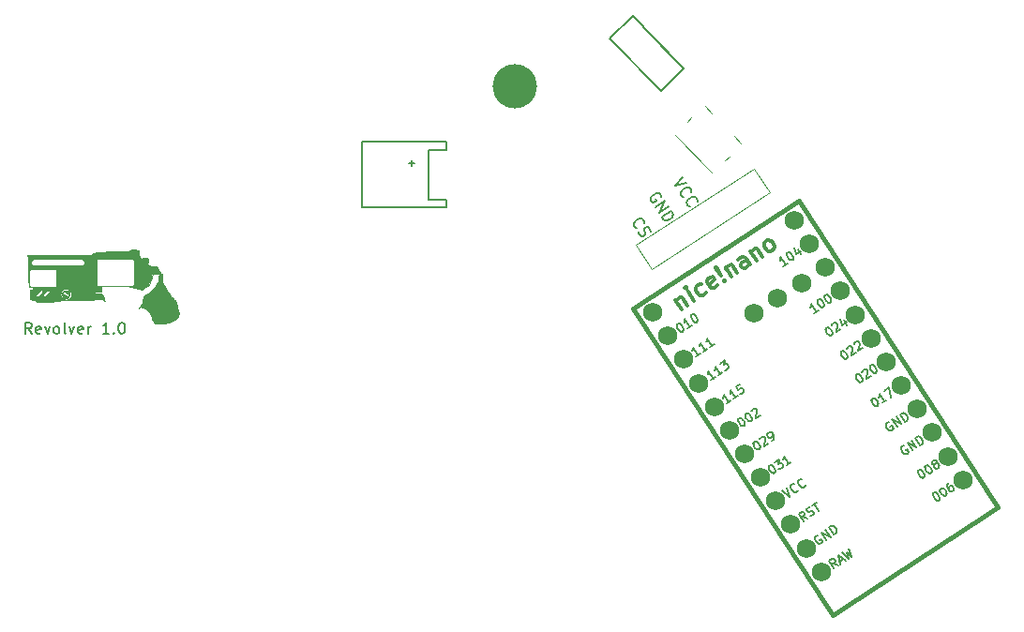
<source format=gbr>
%TF.GenerationSoftware,KiCad,Pcbnew,9.0.0*%
%TF.CreationDate,2025-02-26T19:39:31-08:00*%
%TF.ProjectId,revolver_reversible,7265766f-6c76-4657-925f-726576657273,v1.0.0*%
%TF.SameCoordinates,Original*%
%TF.FileFunction,Legend,Top*%
%TF.FilePolarity,Positive*%
%FSLAX46Y46*%
G04 Gerber Fmt 4.6, Leading zero omitted, Abs format (unit mm)*
G04 Created by KiCad (PCBNEW 9.0.0) date 2025-02-26 19:39:31*
%MOMM*%
%LPD*%
G01*
G04 APERTURE LIST*
%ADD10C,0.150000*%
%ADD11C,0.026458*%
%ADD12C,0.050000*%
%ADD13C,0.300000*%
%ADD14C,0.120000*%
%ADD15C,0.381000*%
%ADD16C,4.000000*%
%ADD17C,1.752600*%
G04 APERTURE END LIST*
D10*
X129908207Y-105369819D02*
X129574874Y-104893628D01*
X129336779Y-105369819D02*
X129336779Y-104369819D01*
X129336779Y-104369819D02*
X129717731Y-104369819D01*
X129717731Y-104369819D02*
X129812969Y-104417438D01*
X129812969Y-104417438D02*
X129860588Y-104465057D01*
X129860588Y-104465057D02*
X129908207Y-104560295D01*
X129908207Y-104560295D02*
X129908207Y-104703152D01*
X129908207Y-104703152D02*
X129860588Y-104798390D01*
X129860588Y-104798390D02*
X129812969Y-104846009D01*
X129812969Y-104846009D02*
X129717731Y-104893628D01*
X129717731Y-104893628D02*
X129336779Y-104893628D01*
X130717731Y-105322200D02*
X130622493Y-105369819D01*
X130622493Y-105369819D02*
X130432017Y-105369819D01*
X130432017Y-105369819D02*
X130336779Y-105322200D01*
X130336779Y-105322200D02*
X130289160Y-105226961D01*
X130289160Y-105226961D02*
X130289160Y-104846009D01*
X130289160Y-104846009D02*
X130336779Y-104750771D01*
X130336779Y-104750771D02*
X130432017Y-104703152D01*
X130432017Y-104703152D02*
X130622493Y-104703152D01*
X130622493Y-104703152D02*
X130717731Y-104750771D01*
X130717731Y-104750771D02*
X130765350Y-104846009D01*
X130765350Y-104846009D02*
X130765350Y-104941247D01*
X130765350Y-104941247D02*
X130289160Y-105036485D01*
X131098684Y-104703152D02*
X131336779Y-105369819D01*
X131336779Y-105369819D02*
X131574874Y-104703152D01*
X132098684Y-105369819D02*
X132003446Y-105322200D01*
X132003446Y-105322200D02*
X131955827Y-105274580D01*
X131955827Y-105274580D02*
X131908208Y-105179342D01*
X131908208Y-105179342D02*
X131908208Y-104893628D01*
X131908208Y-104893628D02*
X131955827Y-104798390D01*
X131955827Y-104798390D02*
X132003446Y-104750771D01*
X132003446Y-104750771D02*
X132098684Y-104703152D01*
X132098684Y-104703152D02*
X132241541Y-104703152D01*
X132241541Y-104703152D02*
X132336779Y-104750771D01*
X132336779Y-104750771D02*
X132384398Y-104798390D01*
X132384398Y-104798390D02*
X132432017Y-104893628D01*
X132432017Y-104893628D02*
X132432017Y-105179342D01*
X132432017Y-105179342D02*
X132384398Y-105274580D01*
X132384398Y-105274580D02*
X132336779Y-105322200D01*
X132336779Y-105322200D02*
X132241541Y-105369819D01*
X132241541Y-105369819D02*
X132098684Y-105369819D01*
X133003446Y-105369819D02*
X132908208Y-105322200D01*
X132908208Y-105322200D02*
X132860589Y-105226961D01*
X132860589Y-105226961D02*
X132860589Y-104369819D01*
X133289161Y-104703152D02*
X133527256Y-105369819D01*
X133527256Y-105369819D02*
X133765351Y-104703152D01*
X134527256Y-105322200D02*
X134432018Y-105369819D01*
X134432018Y-105369819D02*
X134241542Y-105369819D01*
X134241542Y-105369819D02*
X134146304Y-105322200D01*
X134146304Y-105322200D02*
X134098685Y-105226961D01*
X134098685Y-105226961D02*
X134098685Y-104846009D01*
X134098685Y-104846009D02*
X134146304Y-104750771D01*
X134146304Y-104750771D02*
X134241542Y-104703152D01*
X134241542Y-104703152D02*
X134432018Y-104703152D01*
X134432018Y-104703152D02*
X134527256Y-104750771D01*
X134527256Y-104750771D02*
X134574875Y-104846009D01*
X134574875Y-104846009D02*
X134574875Y-104941247D01*
X134574875Y-104941247D02*
X134098685Y-105036485D01*
X135003447Y-105369819D02*
X135003447Y-104703152D01*
X135003447Y-104893628D02*
X135051066Y-104798390D01*
X135051066Y-104798390D02*
X135098685Y-104750771D01*
X135098685Y-104750771D02*
X135193923Y-104703152D01*
X135193923Y-104703152D02*
X135289161Y-104703152D01*
X136908209Y-105369819D02*
X136336781Y-105369819D01*
X136622495Y-105369819D02*
X136622495Y-104369819D01*
X136622495Y-104369819D02*
X136527257Y-104512676D01*
X136527257Y-104512676D02*
X136432019Y-104607914D01*
X136432019Y-104607914D02*
X136336781Y-104655533D01*
X137336781Y-105274580D02*
X137384400Y-105322200D01*
X137384400Y-105322200D02*
X137336781Y-105369819D01*
X137336781Y-105369819D02*
X137289162Y-105322200D01*
X137289162Y-105322200D02*
X137336781Y-105274580D01*
X137336781Y-105274580D02*
X137336781Y-105369819D01*
X138003447Y-104369819D02*
X138098685Y-104369819D01*
X138098685Y-104369819D02*
X138193923Y-104417438D01*
X138193923Y-104417438D02*
X138241542Y-104465057D01*
X138241542Y-104465057D02*
X138289161Y-104560295D01*
X138289161Y-104560295D02*
X138336780Y-104750771D01*
X138336780Y-104750771D02*
X138336780Y-104988866D01*
X138336780Y-104988866D02*
X138289161Y-105179342D01*
X138289161Y-105179342D02*
X138241542Y-105274580D01*
X138241542Y-105274580D02*
X138193923Y-105322200D01*
X138193923Y-105322200D02*
X138098685Y-105369819D01*
X138098685Y-105369819D02*
X138003447Y-105369819D01*
X138003447Y-105369819D02*
X137908209Y-105322200D01*
X137908209Y-105322200D02*
X137860590Y-105274580D01*
X137860590Y-105274580D02*
X137812971Y-105179342D01*
X137812971Y-105179342D02*
X137765352Y-104988866D01*
X137765352Y-104988866D02*
X137765352Y-104750771D01*
X137765352Y-104750771D02*
X137812971Y-104560295D01*
X137812971Y-104560295D02*
X137860590Y-104465057D01*
X137860590Y-104465057D02*
X137908209Y-104417438D01*
X137908209Y-104417438D02*
X138003447Y-104369819D01*
D11*
X133009033Y-101450142D02*
X133027112Y-101450601D01*
X133044955Y-101451959D01*
X133062537Y-101454194D01*
X133079839Y-101457285D01*
X133096837Y-101461209D01*
X133113509Y-101465944D01*
X133129833Y-101471468D01*
X133145788Y-101477760D01*
X133161351Y-101484796D01*
X133176500Y-101492556D01*
X133191213Y-101501016D01*
X133205468Y-101510155D01*
X133219242Y-101519951D01*
X133232515Y-101530381D01*
X133245263Y-101541424D01*
X133257465Y-101553058D01*
X133269098Y-101565260D01*
X133280141Y-101578008D01*
X133290571Y-101591280D01*
X133300367Y-101605055D01*
X133309506Y-101619310D01*
X133317966Y-101634023D01*
X133325726Y-101649172D01*
X133332762Y-101664735D01*
X133339053Y-101680690D01*
X133344578Y-101697014D01*
X133349313Y-101713687D01*
X133353237Y-101730685D01*
X133356327Y-101747986D01*
X133358562Y-101765569D01*
X133359920Y-101783412D01*
X133360378Y-101801491D01*
X133359766Y-101810631D01*
X133358916Y-101819742D01*
X133357830Y-101828817D01*
X133356510Y-101837854D01*
X133354957Y-101846848D01*
X133353171Y-101855793D01*
X133351155Y-101864687D01*
X133348908Y-101873523D01*
X133346434Y-101882299D01*
X133343731Y-101891008D01*
X133340803Y-101899648D01*
X133337650Y-101908213D01*
X133334273Y-101916698D01*
X133330673Y-101925100D01*
X133326852Y-101933414D01*
X133322811Y-101941636D01*
X133320984Y-101935121D01*
X133318759Y-101928573D01*
X133316136Y-101922012D01*
X133313118Y-101915454D01*
X133309707Y-101908916D01*
X133305902Y-101902417D01*
X133301707Y-101895974D01*
X133297122Y-101889605D01*
X133292149Y-101883326D01*
X133286789Y-101877156D01*
X133281044Y-101871112D01*
X133274914Y-101865212D01*
X133268403Y-101859473D01*
X133261510Y-101853913D01*
X133254238Y-101848549D01*
X133246588Y-101843400D01*
X132872193Y-101602793D01*
X132863602Y-101597546D01*
X132854960Y-101592801D01*
X132846290Y-101588551D01*
X132837616Y-101584793D01*
X132828960Y-101581522D01*
X132820346Y-101578731D01*
X132811798Y-101576417D01*
X132803337Y-101574573D01*
X132794988Y-101573196D01*
X132786773Y-101572279D01*
X132778716Y-101571819D01*
X132770839Y-101571810D01*
X132763167Y-101572246D01*
X132755722Y-101573123D01*
X132748527Y-101574436D01*
X132741606Y-101576180D01*
X132754395Y-101561704D01*
X132767885Y-101548024D01*
X132782038Y-101535158D01*
X132796817Y-101523124D01*
X132812182Y-101511940D01*
X132828096Y-101501623D01*
X132844521Y-101492193D01*
X132861418Y-101483666D01*
X132878749Y-101476060D01*
X132896477Y-101469395D01*
X132914563Y-101463687D01*
X132932969Y-101458955D01*
X132951657Y-101455216D01*
X132970589Y-101452489D01*
X132989726Y-101450791D01*
X133009031Y-101450141D01*
X133009033Y-101450142D01*
G36*
X133009033Y-101450142D02*
G01*
X133027112Y-101450601D01*
X133044955Y-101451959D01*
X133062537Y-101454194D01*
X133079839Y-101457285D01*
X133096837Y-101461209D01*
X133113509Y-101465944D01*
X133129833Y-101471468D01*
X133145788Y-101477760D01*
X133161351Y-101484796D01*
X133176500Y-101492556D01*
X133191213Y-101501016D01*
X133205468Y-101510155D01*
X133219242Y-101519951D01*
X133232515Y-101530381D01*
X133245263Y-101541424D01*
X133257465Y-101553058D01*
X133269098Y-101565260D01*
X133280141Y-101578008D01*
X133290571Y-101591280D01*
X133300367Y-101605055D01*
X133309506Y-101619310D01*
X133317966Y-101634023D01*
X133325726Y-101649172D01*
X133332762Y-101664735D01*
X133339053Y-101680690D01*
X133344578Y-101697014D01*
X133349313Y-101713687D01*
X133353237Y-101730685D01*
X133356327Y-101747986D01*
X133358562Y-101765569D01*
X133359920Y-101783412D01*
X133360378Y-101801491D01*
X133359766Y-101810631D01*
X133358916Y-101819742D01*
X133357830Y-101828817D01*
X133356510Y-101837854D01*
X133354957Y-101846848D01*
X133353171Y-101855793D01*
X133351155Y-101864687D01*
X133348908Y-101873523D01*
X133346434Y-101882299D01*
X133343731Y-101891008D01*
X133340803Y-101899648D01*
X133337650Y-101908213D01*
X133334273Y-101916698D01*
X133330673Y-101925100D01*
X133326852Y-101933414D01*
X133322811Y-101941636D01*
X133320984Y-101935121D01*
X133318759Y-101928573D01*
X133316136Y-101922012D01*
X133313118Y-101915454D01*
X133309707Y-101908916D01*
X133305902Y-101902417D01*
X133301707Y-101895974D01*
X133297122Y-101889605D01*
X133292149Y-101883326D01*
X133286789Y-101877156D01*
X133281044Y-101871112D01*
X133274914Y-101865212D01*
X133268403Y-101859473D01*
X133261510Y-101853913D01*
X133254238Y-101848549D01*
X133246588Y-101843400D01*
X132872193Y-101602793D01*
X132863602Y-101597546D01*
X132854960Y-101592801D01*
X132846290Y-101588551D01*
X132837616Y-101584793D01*
X132828960Y-101581522D01*
X132820346Y-101578731D01*
X132811798Y-101576417D01*
X132803337Y-101574573D01*
X132794988Y-101573196D01*
X132786773Y-101572279D01*
X132778716Y-101571819D01*
X132770839Y-101571810D01*
X132763167Y-101572246D01*
X132755722Y-101573123D01*
X132748527Y-101574436D01*
X132741606Y-101576180D01*
X132754395Y-101561704D01*
X132767885Y-101548024D01*
X132782038Y-101535158D01*
X132796817Y-101523124D01*
X132812182Y-101511940D01*
X132828096Y-101501623D01*
X132844521Y-101492193D01*
X132861418Y-101483666D01*
X132878749Y-101476060D01*
X132896477Y-101469395D01*
X132914563Y-101463687D01*
X132932969Y-101458955D01*
X132951657Y-101455216D01*
X132970589Y-101452489D01*
X132989726Y-101450791D01*
X133009031Y-101450141D01*
X133009033Y-101450142D01*
G37*
X132694076Y-101658318D02*
X132695842Y-101665440D01*
X132698117Y-101672611D01*
X132700896Y-101679807D01*
X132704171Y-101687006D01*
X132707939Y-101694183D01*
X132712194Y-101701315D01*
X132716929Y-101708378D01*
X132722141Y-101715349D01*
X132727822Y-101722204D01*
X132733968Y-101728920D01*
X132740573Y-101735473D01*
X132747632Y-101741839D01*
X132755139Y-101747995D01*
X132763088Y-101753917D01*
X132771475Y-101759582D01*
X133145870Y-102000188D01*
X133153258Y-102004728D01*
X133160680Y-102008886D01*
X133168123Y-102012666D01*
X133175573Y-102016074D01*
X133183016Y-102019116D01*
X133190440Y-102021796D01*
X133197830Y-102024120D01*
X133205173Y-102026094D01*
X133212455Y-102027722D01*
X133219663Y-102029010D01*
X133226783Y-102029964D01*
X133233802Y-102030589D01*
X133240706Y-102030890D01*
X133247481Y-102030872D01*
X133254115Y-102030541D01*
X133260592Y-102029902D01*
X133248422Y-102043443D01*
X133235630Y-102056276D01*
X133222248Y-102068386D01*
X133208307Y-102079757D01*
X133193839Y-102090373D01*
X133178876Y-102100219D01*
X133163450Y-102109279D01*
X133147593Y-102117537D01*
X133131336Y-102124979D01*
X133114712Y-102131588D01*
X133097752Y-102137350D01*
X133080489Y-102142247D01*
X133062953Y-102146266D01*
X133045177Y-102149390D01*
X133027192Y-102151603D01*
X133009031Y-102152891D01*
X132991608Y-102152458D01*
X132974302Y-102151169D01*
X132957144Y-102149037D01*
X132940162Y-102146073D01*
X132923384Y-102142289D01*
X132906840Y-102137697D01*
X132890558Y-102132309D01*
X132874567Y-102126136D01*
X132858897Y-102119192D01*
X132843575Y-102111487D01*
X132828630Y-102103033D01*
X132814092Y-102093844D01*
X132799989Y-102083930D01*
X132786350Y-102073303D01*
X132773203Y-102061975D01*
X132760578Y-102049959D01*
X132748564Y-102037333D01*
X132737239Y-102024184D01*
X132726614Y-102010544D01*
X132716702Y-101996439D01*
X132707515Y-101981899D01*
X132699064Y-101966954D01*
X132691362Y-101951630D01*
X132684419Y-101935959D01*
X132678249Y-101919967D01*
X132672863Y-101903685D01*
X132668274Y-101887140D01*
X132664492Y-101870362D01*
X132661530Y-101853379D01*
X132659400Y-101836220D01*
X132658114Y-101818915D01*
X132657684Y-101801491D01*
X132657902Y-101791740D01*
X132658389Y-101782012D01*
X132659146Y-101772312D01*
X132660169Y-101762645D01*
X132661458Y-101753019D01*
X132663012Y-101743436D01*
X132664829Y-101733904D01*
X132666908Y-101724428D01*
X132669248Y-101715012D01*
X132671848Y-101705663D01*
X132674706Y-101696386D01*
X132677821Y-101687186D01*
X132681191Y-101678069D01*
X132684816Y-101669040D01*
X132688695Y-101660105D01*
X132692824Y-101651271D01*
X132694076Y-101658318D01*
G36*
X132694076Y-101658318D02*
G01*
X132695842Y-101665440D01*
X132698117Y-101672611D01*
X132700896Y-101679807D01*
X132704171Y-101687006D01*
X132707939Y-101694183D01*
X132712194Y-101701315D01*
X132716929Y-101708378D01*
X132722141Y-101715349D01*
X132727822Y-101722204D01*
X132733968Y-101728920D01*
X132740573Y-101735473D01*
X132747632Y-101741839D01*
X132755139Y-101747995D01*
X132763088Y-101753917D01*
X132771475Y-101759582D01*
X133145870Y-102000188D01*
X133153258Y-102004728D01*
X133160680Y-102008886D01*
X133168123Y-102012666D01*
X133175573Y-102016074D01*
X133183016Y-102019116D01*
X133190440Y-102021796D01*
X133197830Y-102024120D01*
X133205173Y-102026094D01*
X133212455Y-102027722D01*
X133219663Y-102029010D01*
X133226783Y-102029964D01*
X133233802Y-102030589D01*
X133240706Y-102030890D01*
X133247481Y-102030872D01*
X133254115Y-102030541D01*
X133260592Y-102029902D01*
X133248422Y-102043443D01*
X133235630Y-102056276D01*
X133222248Y-102068386D01*
X133208307Y-102079757D01*
X133193839Y-102090373D01*
X133178876Y-102100219D01*
X133163450Y-102109279D01*
X133147593Y-102117537D01*
X133131336Y-102124979D01*
X133114712Y-102131588D01*
X133097752Y-102137350D01*
X133080489Y-102142247D01*
X133062953Y-102146266D01*
X133045177Y-102149390D01*
X133027192Y-102151603D01*
X133009031Y-102152891D01*
X132991608Y-102152458D01*
X132974302Y-102151169D01*
X132957144Y-102149037D01*
X132940162Y-102146073D01*
X132923384Y-102142289D01*
X132906840Y-102137697D01*
X132890558Y-102132309D01*
X132874567Y-102126136D01*
X132858897Y-102119192D01*
X132843575Y-102111487D01*
X132828630Y-102103033D01*
X132814092Y-102093844D01*
X132799989Y-102083930D01*
X132786350Y-102073303D01*
X132773203Y-102061975D01*
X132760578Y-102049959D01*
X132748564Y-102037333D01*
X132737239Y-102024184D01*
X132726614Y-102010544D01*
X132716702Y-101996439D01*
X132707515Y-101981899D01*
X132699064Y-101966954D01*
X132691362Y-101951630D01*
X132684419Y-101935959D01*
X132678249Y-101919967D01*
X132672863Y-101903685D01*
X132668274Y-101887140D01*
X132664492Y-101870362D01*
X132661530Y-101853379D01*
X132659400Y-101836220D01*
X132658114Y-101818915D01*
X132657684Y-101801491D01*
X132657902Y-101791740D01*
X132658389Y-101782012D01*
X132659146Y-101772312D01*
X132660169Y-101762645D01*
X132661458Y-101753019D01*
X132663012Y-101743436D01*
X132664829Y-101733904D01*
X132666908Y-101724428D01*
X132669248Y-101715012D01*
X132671848Y-101705663D01*
X132674706Y-101696386D01*
X132677821Y-101687186D01*
X132681191Y-101678069D01*
X132684816Y-101669040D01*
X132688695Y-101660105D01*
X132692824Y-101651271D01*
X132694076Y-101658318D01*
G37*
X132692824Y-101651271D02*
X132692823Y-101651269D01*
X132692825Y-101651269D01*
X132692824Y-101651271D01*
G36*
X132692824Y-101651271D02*
G01*
X132692823Y-101651269D01*
X132692825Y-101651269D01*
X132692824Y-101651271D01*
G37*
D12*
X140442712Y-98770949D02*
X140436722Y-98789947D01*
X140430298Y-98809254D01*
X140423463Y-98828754D01*
X140355250Y-99018458D01*
X140503148Y-99169921D01*
X140529024Y-99196332D01*
X140552076Y-99219440D01*
X140572830Y-99239426D01*
X140591810Y-99256473D01*
X140600800Y-99263951D01*
X140609543Y-99270763D01*
X140618106Y-99276932D01*
X140626553Y-99282480D01*
X140634952Y-99287430D01*
X140643367Y-99291805D01*
X140651863Y-99295628D01*
X140660508Y-99298921D01*
X140669365Y-99301708D01*
X140678502Y-99304011D01*
X140687983Y-99305853D01*
X140697875Y-99307257D01*
X140708243Y-99308246D01*
X140719152Y-99308842D01*
X140730668Y-99309068D01*
X140742858Y-99308948D01*
X140769518Y-99307757D01*
X140799659Y-99305453D01*
X140872479Y-99298234D01*
X140923273Y-99293849D01*
X140970278Y-99291836D01*
X141013767Y-99292359D01*
X141054013Y-99295581D01*
X141073004Y-99298255D01*
X141091287Y-99301664D01*
X141108896Y-99305831D01*
X141125863Y-99310774D01*
X141142225Y-99316514D01*
X141158013Y-99323072D01*
X141173264Y-99330468D01*
X141188010Y-99338722D01*
X141202285Y-99347856D01*
X141216125Y-99357888D01*
X141229562Y-99368841D01*
X141242631Y-99380733D01*
X141255366Y-99393587D01*
X141267802Y-99407421D01*
X141279971Y-99422256D01*
X141291908Y-99438114D01*
X141315223Y-99472976D01*
X141338020Y-99512170D01*
X141360570Y-99555860D01*
X141383146Y-99604209D01*
X141392853Y-99625011D01*
X141403689Y-99646571D01*
X141415536Y-99668719D01*
X141428279Y-99691288D01*
X141441803Y-99714108D01*
X141455992Y-99737011D01*
X141485900Y-99782389D01*
X141517079Y-99826072D01*
X141532855Y-99846855D01*
X141548601Y-99866708D01*
X141564202Y-99885462D01*
X141579541Y-99902948D01*
X141594503Y-99918997D01*
X141608972Y-99933440D01*
X141633144Y-99956678D01*
X141654304Y-99977531D01*
X141672654Y-99996674D01*
X141680837Y-100005818D01*
X141688392Y-100014788D01*
X141695344Y-100023669D01*
X141701719Y-100032548D01*
X141707542Y-100041507D01*
X141712837Y-100050632D01*
X141717629Y-100060007D01*
X141721944Y-100069718D01*
X141725807Y-100079848D01*
X141729243Y-100090483D01*
X141732276Y-100101708D01*
X141734932Y-100113606D01*
X141737236Y-100126263D01*
X141739212Y-100139763D01*
X141740887Y-100154191D01*
X141742285Y-100169632D01*
X141743430Y-100186170D01*
X141744349Y-100203891D01*
X141745606Y-100243217D01*
X141746255Y-100288287D01*
X141746535Y-100398372D01*
X141746535Y-100731530D01*
X142004503Y-101216462D01*
X142078189Y-101352246D01*
X142146426Y-101471551D01*
X142211971Y-101578318D01*
X142244594Y-101628232D01*
X142277578Y-101676488D01*
X142311266Y-101723580D01*
X142346002Y-101770000D01*
X142382132Y-101816240D01*
X142420000Y-101862794D01*
X142502325Y-101958812D01*
X142595733Y-102061992D01*
X142714205Y-102190645D01*
X142762483Y-102244814D01*
X142804659Y-102294727D01*
X142841636Y-102342272D01*
X142858457Y-102365746D01*
X142874317Y-102389336D01*
X142889329Y-102413277D01*
X142903605Y-102437806D01*
X142917258Y-102463158D01*
X142930402Y-102489570D01*
X142943148Y-102517277D01*
X142955611Y-102546516D01*
X142980135Y-102610529D01*
X143004877Y-102683499D01*
X143030739Y-102767312D01*
X143058625Y-102863855D01*
X143089437Y-102975016D01*
X143163451Y-103248742D01*
X143247787Y-103561385D01*
X143162728Y-103726543D01*
X143133684Y-103781064D01*
X143104811Y-103831099D01*
X143075609Y-103877027D01*
X143045574Y-103919226D01*
X143030088Y-103939044D01*
X143014205Y-103958072D01*
X142997864Y-103976356D01*
X142981001Y-103993944D01*
X142963553Y-104010883D01*
X142945458Y-104027220D01*
X142926653Y-104043002D01*
X142907076Y-104058277D01*
X142886663Y-104073092D01*
X142865352Y-104087494D01*
X142843079Y-104101529D01*
X142819784Y-104115247D01*
X142769870Y-104141915D01*
X142715109Y-104167875D01*
X142654999Y-104193505D01*
X142589037Y-104219183D01*
X142516722Y-104245287D01*
X142437552Y-104272194D01*
X142268480Y-104327006D01*
X142107049Y-104377166D01*
X141971550Y-104417124D01*
X141919241Y-104431544D01*
X141880273Y-104441332D01*
X141843214Y-104448464D01*
X141796375Y-104455270D01*
X141741657Y-104461589D01*
X141680963Y-104467262D01*
X141616196Y-104472129D01*
X141549258Y-104476031D01*
X141482051Y-104478807D01*
X141416477Y-104480297D01*
X141105592Y-104484176D01*
X140970975Y-104335140D01*
X140953872Y-104315625D01*
X140937632Y-104295881D01*
X140922231Y-104275864D01*
X140907647Y-104255529D01*
X140893856Y-104234829D01*
X140880837Y-104213720D01*
X140868566Y-104192157D01*
X140857021Y-104170094D01*
X140846178Y-104147485D01*
X140836015Y-104124286D01*
X140826509Y-104100451D01*
X140817638Y-104075934D01*
X140809378Y-104050691D01*
X140801707Y-104024677D01*
X140794602Y-103997844D01*
X140788040Y-103970150D01*
X140782297Y-103946821D01*
X140775107Y-103921539D01*
X140766575Y-103894546D01*
X140756808Y-103866084D01*
X140733989Y-103805720D01*
X140707498Y-103742383D01*
X140678182Y-103678010D01*
X140646887Y-103614537D01*
X140614461Y-103553899D01*
X140598087Y-103525249D01*
X140581748Y-103498034D01*
X140556047Y-103456774D01*
X140532174Y-103419568D01*
X140509649Y-103385981D01*
X140487990Y-103355576D01*
X140466713Y-103327916D01*
X140445336Y-103302565D01*
X140423379Y-103279085D01*
X140400357Y-103257041D01*
X140375789Y-103235996D01*
X140349193Y-103215512D01*
X140320087Y-103195155D01*
X140287988Y-103174486D01*
X140252414Y-103153070D01*
X140212883Y-103130470D01*
X140168912Y-103106249D01*
X140120020Y-103079970D01*
X140057465Y-103047630D01*
X139996160Y-103017813D01*
X139937657Y-102991148D01*
X139883508Y-102968262D01*
X139835264Y-102949783D01*
X139794479Y-102936338D01*
X139777368Y-102931699D01*
X139762703Y-102928554D01*
X139750679Y-102926981D01*
X139741490Y-102927059D01*
X139738003Y-102927657D01*
X139734290Y-102928627D01*
X139730361Y-102929957D01*
X139726228Y-102931633D01*
X139721901Y-102933643D01*
X139717390Y-102935972D01*
X139712708Y-102938609D01*
X139707864Y-102941540D01*
X139702869Y-102944751D01*
X139697734Y-102948229D01*
X139692470Y-102951962D01*
X139687089Y-102955937D01*
X139681599Y-102960139D01*
X139676013Y-102964556D01*
X139670342Y-102969175D01*
X139664595Y-102973983D01*
X139653485Y-102983675D01*
X139642224Y-102994049D01*
X139630844Y-103005069D01*
X139619372Y-103016704D01*
X139607840Y-103028919D01*
X139596278Y-103041680D01*
X139584714Y-103054953D01*
X139573180Y-103068706D01*
X139614211Y-103005971D01*
X139685674Y-102897398D01*
X139750043Y-102797713D01*
X139806674Y-102707984D01*
X139854926Y-102629280D01*
X139894156Y-102562668D01*
X139923723Y-102509215D01*
X139942983Y-102469989D01*
X139948548Y-102456045D01*
X139951296Y-102446058D01*
X139956199Y-102412349D01*
X139964491Y-102351248D01*
X139986591Y-102181577D01*
X140007274Y-102023508D01*
X140014038Y-101974960D01*
X140017080Y-101956579D01*
X140134812Y-101882052D01*
X140414989Y-101705741D01*
X140810830Y-101456969D01*
X140983016Y-101214452D01*
X141019432Y-101162291D01*
X141056939Y-101106951D01*
X141094464Y-101050123D01*
X141130932Y-100993493D01*
X141165270Y-100938752D01*
X141196402Y-100887588D01*
X141223257Y-100841690D01*
X141244758Y-100802746D01*
X141334261Y-100633504D01*
X141365939Y-100390987D01*
X141397565Y-100148418D01*
X141473323Y-100088059D01*
X141492774Y-100072255D01*
X141509279Y-100058094D01*
X141516402Y-100051597D01*
X141522758Y-100045471D01*
X141528338Y-100039704D01*
X141533131Y-100034282D01*
X141537127Y-100029194D01*
X141540318Y-100024424D01*
X141542692Y-100019962D01*
X141544240Y-100015793D01*
X141544952Y-100011904D01*
X141544818Y-100008283D01*
X141544431Y-100006569D01*
X141543828Y-100004917D01*
X141541972Y-100001793D01*
X141539240Y-99998897D01*
X141535622Y-99996217D01*
X141531109Y-99993739D01*
X141525690Y-99991451D01*
X141519355Y-99989340D01*
X141512095Y-99987393D01*
X141503900Y-99985596D01*
X141494759Y-99983937D01*
X141484662Y-99982402D01*
X141473600Y-99980979D01*
X141448541Y-99978417D01*
X141419502Y-99976145D01*
X141386403Y-99974061D01*
X141312737Y-99970680D01*
X141223776Y-99967911D01*
X141130733Y-99966034D01*
X141044821Y-99965331D01*
X140854290Y-99965279D01*
X140791038Y-100211880D01*
X140771135Y-100288190D01*
X140753411Y-100352075D01*
X140736282Y-100407761D01*
X140727446Y-100433851D01*
X140718166Y-100459476D01*
X140708243Y-100485166D01*
X140697480Y-100511448D01*
X140672642Y-100567903D01*
X140642068Y-100633071D01*
X140604176Y-100711178D01*
X140480514Y-100963875D01*
X140184718Y-101176266D01*
X139888973Y-101388656D01*
X139217542Y-101230836D01*
X138546058Y-101073067D01*
X137374037Y-101073267D01*
X136201963Y-101073467D01*
X136198293Y-101333658D01*
X136194623Y-101593798D01*
X135914175Y-101597417D01*
X135633779Y-101601087D01*
X135633779Y-101668369D01*
X135633779Y-101735705D01*
X135917896Y-101735705D01*
X136202065Y-101735705D01*
X136272844Y-101801491D01*
X136292912Y-101820144D01*
X136383811Y-101904583D01*
X136438898Y-102147823D01*
X136458972Y-102232891D01*
X136479442Y-102313825D01*
X136499070Y-102386974D01*
X136516619Y-102448684D01*
X136509215Y-102431514D01*
X136501910Y-102415186D01*
X136494711Y-102399760D01*
X136487627Y-102385299D01*
X136480666Y-102371866D01*
X136473836Y-102359523D01*
X136467145Y-102348331D01*
X136460601Y-102338354D01*
X136455906Y-102331757D01*
X136453583Y-102328642D01*
X136451277Y-102325655D01*
X136448988Y-102322799D01*
X136446718Y-102320077D01*
X136444467Y-102317493D01*
X136442235Y-102315051D01*
X136440024Y-102312754D01*
X136437833Y-102310606D01*
X136435663Y-102308610D01*
X136433515Y-102306771D01*
X136431389Y-102305091D01*
X136429286Y-102303574D01*
X136427207Y-102302224D01*
X136425151Y-102301044D01*
X136415008Y-102296903D01*
X136400891Y-102293159D01*
X136382948Y-102289818D01*
X136361324Y-102286884D01*
X136336167Y-102284360D01*
X136307622Y-102282253D01*
X136275837Y-102280565D01*
X136240957Y-102279301D01*
X136162498Y-102278062D01*
X136073418Y-102278572D01*
X135974888Y-102280864D01*
X135868080Y-102284974D01*
X135780695Y-102287664D01*
X135507068Y-102287664D01*
X135502357Y-102291335D01*
X135498687Y-102294249D01*
X135497171Y-102295487D01*
X135496113Y-102296393D01*
X134771287Y-102316412D01*
X133872389Y-102336288D01*
X133342487Y-102348096D01*
X132938182Y-102360163D01*
X132670602Y-102360163D01*
X132603732Y-102372875D01*
X132508905Y-102378400D01*
X132424545Y-102384334D01*
X132349538Y-102390737D01*
X132282768Y-102397669D01*
X132223120Y-102405191D01*
X132169478Y-102413361D01*
X132120728Y-102422241D01*
X132075753Y-102431890D01*
X132032552Y-102441444D01*
X131989397Y-102450028D01*
X131945634Y-102457678D01*
X131900612Y-102464428D01*
X131853677Y-102470312D01*
X131804178Y-102475366D01*
X131751462Y-102479625D01*
X131694877Y-102483121D01*
X131633770Y-102485892D01*
X131567488Y-102487970D01*
X131416793Y-102490191D01*
X131237571Y-102490060D01*
X131024603Y-102487855D01*
X130586360Y-102480433D01*
X130450199Y-102475332D01*
X130357652Y-102467879D01*
X130324993Y-102462936D01*
X130299949Y-102457005D01*
X130281424Y-102449953D01*
X130268322Y-102441644D01*
X130259546Y-102431946D01*
X130254001Y-102420726D01*
X130248216Y-102393183D01*
X130247162Y-102386339D01*
X130245980Y-102379861D01*
X130244640Y-102373738D01*
X130243112Y-102367958D01*
X130241364Y-102362509D01*
X130239366Y-102357379D01*
X130237087Y-102352557D01*
X130234498Y-102348031D01*
X130231567Y-102343788D01*
X130228265Y-102339819D01*
X130224560Y-102336109D01*
X130220422Y-102332649D01*
X130215821Y-102329426D01*
X130210725Y-102326428D01*
X130205105Y-102323644D01*
X130198931Y-102321062D01*
X130192170Y-102318670D01*
X130184794Y-102316457D01*
X130176771Y-102314410D01*
X130168071Y-102312518D01*
X130158664Y-102310770D01*
X130148518Y-102309153D01*
X130137604Y-102307656D01*
X130125891Y-102306266D01*
X130099945Y-102303765D01*
X130070436Y-102301555D01*
X130037121Y-102299542D01*
X129999755Y-102297632D01*
X129763284Y-102286315D01*
X129763284Y-101915739D01*
X130305804Y-101915739D01*
X130305884Y-101922258D01*
X130306279Y-101928737D01*
X130306990Y-101935162D01*
X130308019Y-101941522D01*
X130309365Y-101947805D01*
X130311029Y-101953999D01*
X130313013Y-101960092D01*
X130315317Y-101966071D01*
X130317941Y-101971926D01*
X130320886Y-101977643D01*
X130324154Y-101983212D01*
X130327744Y-101988619D01*
X130331658Y-101993853D01*
X130335897Y-101998902D01*
X130340460Y-102003754D01*
X130345289Y-102008342D01*
X130350317Y-102012605D01*
X130355531Y-102016545D01*
X130360921Y-102020163D01*
X130366473Y-102023459D01*
X130372175Y-102026433D01*
X130378016Y-102029087D01*
X130383984Y-102031421D01*
X130390067Y-102033436D01*
X130396252Y-102035132D01*
X130402528Y-102036510D01*
X130408883Y-102037571D01*
X130415304Y-102038315D01*
X130421780Y-102038743D01*
X130428299Y-102038856D01*
X130434849Y-102038654D01*
X130441417Y-102038138D01*
X130447993Y-102037309D01*
X130454563Y-102036167D01*
X130461115Y-102034713D01*
X130467639Y-102032947D01*
X130474121Y-102030871D01*
X130480550Y-102028484D01*
X130486914Y-102025788D01*
X130493201Y-102022784D01*
X130499399Y-102019471D01*
X130505495Y-102015851D01*
X130511478Y-102011924D01*
X130517337Y-102007690D01*
X130523058Y-102003152D01*
X130528630Y-101998308D01*
X130534040Y-101993160D01*
X130608223Y-101919333D01*
X130930519Y-101919333D01*
X130930598Y-101925850D01*
X130930993Y-101932326D01*
X130931705Y-101938748D01*
X130932733Y-101945106D01*
X130934080Y-101951387D01*
X130935744Y-101957579D01*
X130937728Y-101963669D01*
X130940032Y-101969647D01*
X130942656Y-101975500D01*
X130945602Y-101981216D01*
X130948870Y-101986783D01*
X130952460Y-101992189D01*
X130956374Y-101997423D01*
X130960613Y-102002471D01*
X130965176Y-102007323D01*
X130970005Y-102011911D01*
X130975032Y-102016174D01*
X130980246Y-102020115D01*
X130985635Y-102023733D01*
X130991185Y-102027029D01*
X130996886Y-102030003D01*
X131002726Y-102032657D01*
X131008692Y-102034991D01*
X131014773Y-102037006D01*
X131020956Y-102038702D01*
X131027230Y-102040080D01*
X131033583Y-102041141D01*
X131040002Y-102041885D01*
X131046476Y-102042313D01*
X131052992Y-102042426D01*
X131059539Y-102042224D01*
X131066105Y-102041708D01*
X131072678Y-102040879D01*
X131079246Y-102039737D01*
X131085796Y-102038283D01*
X131092317Y-102036517D01*
X131098798Y-102034441D01*
X131105225Y-102032054D01*
X131111587Y-102029359D01*
X131117872Y-102026354D01*
X131124068Y-102023041D01*
X131130163Y-102019421D01*
X131136145Y-102015494D01*
X131142002Y-102011261D01*
X131147723Y-102006722D01*
X131153294Y-102001878D01*
X131158705Y-101996731D01*
X131354918Y-101801491D01*
X132512110Y-101801491D01*
X132512721Y-101826134D01*
X132514542Y-101850609D01*
X132517556Y-101874876D01*
X132521747Y-101898894D01*
X132527098Y-101922622D01*
X132533591Y-101946021D01*
X132541210Y-101969048D01*
X132549937Y-101991663D01*
X132559758Y-102013826D01*
X132570653Y-102035496D01*
X132582606Y-102056632D01*
X132595602Y-102077193D01*
X132609621Y-102097139D01*
X132624649Y-102116428D01*
X132640667Y-102135021D01*
X132657659Y-102152877D01*
X132675515Y-102169869D01*
X132694109Y-102185886D01*
X132713399Y-102200913D01*
X132733346Y-102214932D01*
X132753907Y-102227926D01*
X132775043Y-102239879D01*
X132796713Y-102250773D01*
X132818876Y-102260592D01*
X132841491Y-102269319D01*
X132864518Y-102276937D01*
X132887916Y-102283430D01*
X132911644Y-102288779D01*
X132935661Y-102292969D01*
X132959927Y-102295982D01*
X132984401Y-102297802D01*
X133009042Y-102298412D01*
X133033681Y-102297802D01*
X133058153Y-102295982D01*
X133082417Y-102292968D01*
X133106433Y-102288777D01*
X133130160Y-102283427D01*
X133153556Y-102276935D01*
X133176582Y-102269316D01*
X133199196Y-102260589D01*
X133221359Y-102250769D01*
X133243028Y-102239874D01*
X133264163Y-102227921D01*
X133284724Y-102214926D01*
X133304670Y-102200906D01*
X133323960Y-102185879D01*
X133342553Y-102169861D01*
X133360409Y-102152869D01*
X133377401Y-102135014D01*
X133393419Y-102116420D01*
X133408446Y-102097130D01*
X133422466Y-102077184D01*
X133435461Y-102056623D01*
X133447414Y-102035488D01*
X133458309Y-102013818D01*
X133468128Y-101991655D01*
X133476856Y-101969040D01*
X133484475Y-101946014D01*
X133490967Y-101922616D01*
X133496317Y-101898889D01*
X133500508Y-101874872D01*
X133503521Y-101850606D01*
X133505342Y-101826132D01*
X133505952Y-101801491D01*
X133505305Y-101775925D01*
X133503387Y-101750695D01*
X133500227Y-101725831D01*
X133495857Y-101701365D01*
X133490309Y-101677328D01*
X133483614Y-101653751D01*
X133475802Y-101630666D01*
X133466905Y-101608104D01*
X133456955Y-101586095D01*
X133445982Y-101564672D01*
X133434018Y-101543866D01*
X133421094Y-101523706D01*
X133407241Y-101504226D01*
X133392490Y-101485456D01*
X133376873Y-101467427D01*
X133360421Y-101450171D01*
X133343165Y-101433719D01*
X133325136Y-101418101D01*
X133306365Y-101403350D01*
X133286884Y-101389497D01*
X133266724Y-101376572D01*
X133245917Y-101364607D01*
X133224492Y-101353633D01*
X133202482Y-101343681D01*
X133179918Y-101334783D01*
X133156831Y-101326970D01*
X133133252Y-101320273D01*
X133109212Y-101314724D01*
X133084743Y-101310353D01*
X133059876Y-101307191D01*
X133034642Y-101305271D01*
X133009072Y-101304622D01*
X133009031Y-101304622D01*
X132983461Y-101305269D01*
X132958227Y-101307187D01*
X132933360Y-101310346D01*
X132908891Y-101314715D01*
X132884851Y-101320263D01*
X132861271Y-101326958D01*
X132838183Y-101334769D01*
X132815618Y-101343666D01*
X132793607Y-101353615D01*
X132772182Y-101364588D01*
X132751373Y-101376551D01*
X132731212Y-101389475D01*
X132711730Y-101403328D01*
X132692958Y-101418078D01*
X132674928Y-101433695D01*
X132657671Y-101450146D01*
X132641217Y-101467402D01*
X132625598Y-101485431D01*
X132610846Y-101504201D01*
X132596992Y-101523682D01*
X132584066Y-101543841D01*
X132575071Y-101559482D01*
X132572100Y-101564649D01*
X132561125Y-101586073D01*
X132551173Y-101608083D01*
X132542275Y-101630647D01*
X132534461Y-101653734D01*
X132527764Y-101677312D01*
X132522213Y-101701352D01*
X132517842Y-101725821D01*
X132514680Y-101750688D01*
X132512759Y-101775922D01*
X132512110Y-101801491D01*
X131354918Y-101801491D01*
X131492121Y-101664968D01*
X131497296Y-101659583D01*
X131502168Y-101654036D01*
X131506735Y-101648338D01*
X131510998Y-101642502D01*
X131514955Y-101636539D01*
X131518606Y-101630462D01*
X131521950Y-101624283D01*
X131524987Y-101618013D01*
X131527715Y-101611664D01*
X131530134Y-101605249D01*
X131532243Y-101598779D01*
X131534042Y-101592266D01*
X131535529Y-101585723D01*
X131536705Y-101579161D01*
X131537568Y-101572592D01*
X131538117Y-101566029D01*
X131538353Y-101559482D01*
X131538273Y-101552965D01*
X131537878Y-101546489D01*
X131537167Y-101540066D01*
X131536138Y-101533709D01*
X131534792Y-101527428D01*
X131533127Y-101521236D01*
X131531144Y-101515145D01*
X131528840Y-101509167D01*
X131526216Y-101503315D01*
X131523270Y-101497599D01*
X131520002Y-101492031D01*
X131516412Y-101486625D01*
X131512498Y-101481392D01*
X131508260Y-101476343D01*
X131503697Y-101471491D01*
X131498868Y-101466903D01*
X131493841Y-101462639D01*
X131488627Y-101458697D01*
X131483239Y-101455077D01*
X131477689Y-101451779D01*
X131471988Y-101448802D01*
X131466149Y-101446145D01*
X131460183Y-101443808D01*
X131454103Y-101441790D01*
X131447920Y-101440091D01*
X131441646Y-101438710D01*
X131435294Y-101437647D01*
X131428875Y-101436900D01*
X131422401Y-101436470D01*
X131415884Y-101436356D01*
X131409336Y-101436558D01*
X131409335Y-101436558D01*
X131402768Y-101437073D01*
X131396195Y-101437903D01*
X131389627Y-101439046D01*
X131383076Y-101440502D01*
X131376555Y-101442270D01*
X131370074Y-101444350D01*
X131363647Y-101446739D01*
X131357285Y-101449438D01*
X131351000Y-101452446D01*
X131344804Y-101455762D01*
X131338709Y-101459386D01*
X131332727Y-101463316D01*
X131326870Y-101467551D01*
X131321150Y-101472092D01*
X131315578Y-101476937D01*
X131310168Y-101482085D01*
X131236025Y-101555860D01*
X130976751Y-101813848D01*
X130971576Y-101819233D01*
X130966705Y-101824780D01*
X130962137Y-101830478D01*
X130957874Y-101836314D01*
X130953917Y-101842276D01*
X130950266Y-101848353D01*
X130946921Y-101854533D01*
X130943885Y-101860803D01*
X130941157Y-101867152D01*
X130938738Y-101873567D01*
X130936628Y-101880037D01*
X130934830Y-101886549D01*
X130933342Y-101893092D01*
X130932166Y-101899654D01*
X130931304Y-101906223D01*
X130930754Y-101912786D01*
X130930519Y-101919333D01*
X130608223Y-101919333D01*
X130867457Y-101661344D01*
X130872632Y-101655959D01*
X130877503Y-101650412D01*
X130882071Y-101644714D01*
X130886334Y-101638878D01*
X130890291Y-101632916D01*
X130893942Y-101626839D01*
X130897286Y-101620660D01*
X130900323Y-101614390D01*
X130903051Y-101608041D01*
X130905470Y-101601626D01*
X130907579Y-101595156D01*
X130909378Y-101588643D01*
X130910866Y-101582100D01*
X130912041Y-101575538D01*
X130912904Y-101568970D01*
X130913454Y-101562406D01*
X130913689Y-101555860D01*
X130913609Y-101549343D01*
X130913214Y-101542867D01*
X130912503Y-101536444D01*
X130911474Y-101530086D01*
X130910128Y-101523805D01*
X130908464Y-101517614D01*
X130906480Y-101511523D01*
X130904176Y-101505545D01*
X130901552Y-101499692D01*
X130898606Y-101493976D01*
X130895339Y-101488409D01*
X130891748Y-101483003D01*
X130887834Y-101477769D01*
X130883596Y-101472721D01*
X130879032Y-101467869D01*
X130874203Y-101463281D01*
X130869174Y-101459018D01*
X130863958Y-101455079D01*
X130858567Y-101451463D01*
X130853012Y-101448168D01*
X130847307Y-101445195D01*
X130841463Y-101442543D01*
X130835493Y-101440211D01*
X130829407Y-101438198D01*
X130823220Y-101436503D01*
X130816942Y-101435127D01*
X130810585Y-101434067D01*
X130804163Y-101433324D01*
X130797686Y-101432897D01*
X130791167Y-101432785D01*
X130784619Y-101432987D01*
X130778052Y-101433502D01*
X130771479Y-101434330D01*
X130764911Y-101435471D01*
X130758360Y-101436924D01*
X130751839Y-101438688D01*
X130745359Y-101440763D01*
X130738932Y-101443147D01*
X130732570Y-101445842D01*
X130726285Y-101448845D01*
X130720089Y-101452156D01*
X130713994Y-101455775D01*
X130708011Y-101459701D01*
X130702154Y-101463934D01*
X130696434Y-101468472D01*
X130690862Y-101473315D01*
X130685452Y-101478463D01*
X130352035Y-101810225D01*
X130346860Y-101815610D01*
X130341989Y-101821158D01*
X130337422Y-101826856D01*
X130333159Y-101832693D01*
X130329202Y-101838657D01*
X130325551Y-101844735D01*
X130322207Y-101850916D01*
X130319170Y-101857188D01*
X130316442Y-101863539D01*
X130314023Y-101869956D01*
X130311914Y-101876428D01*
X130310115Y-101882943D01*
X130308628Y-101889489D01*
X130307452Y-101896053D01*
X130306589Y-101902624D01*
X130306040Y-101909190D01*
X130305804Y-101915739D01*
X129763284Y-101915739D01*
X129763284Y-101846757D01*
X129763284Y-101407145D01*
X129887461Y-101395208D01*
X129901885Y-101393492D01*
X129915904Y-101391174D01*
X129929492Y-101388271D01*
X129942619Y-101384797D01*
X129955257Y-101380768D01*
X129967378Y-101376200D01*
X129978953Y-101371108D01*
X129989953Y-101365509D01*
X130000351Y-101359418D01*
X130010117Y-101352849D01*
X130019223Y-101345820D01*
X130027641Y-101338346D01*
X130035342Y-101330442D01*
X130042298Y-101322124D01*
X130048480Y-101313407D01*
X130053860Y-101304308D01*
X130058415Y-101295340D01*
X130062325Y-101286666D01*
X130065587Y-101278286D01*
X130068200Y-101270198D01*
X130070165Y-101262401D01*
X130071479Y-101254896D01*
X130072142Y-101247680D01*
X130072154Y-101240754D01*
X130071512Y-101234116D01*
X130070216Y-101227767D01*
X130068266Y-101221704D01*
X130065660Y-101215927D01*
X130062396Y-101210436D01*
X130058475Y-101205229D01*
X130053896Y-101200307D01*
X130048656Y-101195667D01*
X130042757Y-101191310D01*
X130036195Y-101187234D01*
X130028971Y-101183440D01*
X130021084Y-101179925D01*
X130012532Y-101176689D01*
X130003314Y-101173732D01*
X129993431Y-101171053D01*
X129982880Y-101168650D01*
X129971661Y-101166523D01*
X129959772Y-101164672D01*
X129947214Y-101163096D01*
X129933984Y-101161793D01*
X129920083Y-101160763D01*
X129905508Y-101160005D01*
X129874336Y-101159304D01*
X129855538Y-101159093D01*
X129837782Y-101158552D01*
X129821033Y-101157542D01*
X129805257Y-101155919D01*
X129790419Y-101153544D01*
X129776486Y-101150274D01*
X129769847Y-101148260D01*
X129763421Y-101145969D01*
X129757204Y-101143384D01*
X129751191Y-101140486D01*
X129745379Y-101137260D01*
X129739762Y-101133686D01*
X129734336Y-101129747D01*
X129729098Y-101125425D01*
X129724042Y-101120704D01*
X129719165Y-101115564D01*
X129714462Y-101109989D01*
X129709929Y-101103960D01*
X129705561Y-101097461D01*
X129701354Y-101090473D01*
X129697305Y-101082979D01*
X129693407Y-101074961D01*
X129689659Y-101066401D01*
X129686054Y-101057282D01*
X129679258Y-101037296D01*
X129681423Y-101042057D01*
X129683751Y-101046723D01*
X129686239Y-101051291D01*
X129688884Y-101055758D01*
X129691681Y-101060118D01*
X129694628Y-101064370D01*
X129697720Y-101068509D01*
X129700954Y-101072531D01*
X129704326Y-101076432D01*
X129707833Y-101080210D01*
X129711472Y-101083859D01*
X129715238Y-101087378D01*
X129719128Y-101090760D01*
X129723138Y-101094004D01*
X129727265Y-101097105D01*
X129731506Y-101100059D01*
X129735856Y-101102864D01*
X129740311Y-101105514D01*
X129744870Y-101108007D01*
X129749527Y-101110338D01*
X129754279Y-101112504D01*
X129759123Y-101114501D01*
X129764055Y-101116326D01*
X129769071Y-101117975D01*
X129774168Y-101119443D01*
X129779343Y-101120728D01*
X129784591Y-101121826D01*
X129789908Y-101122732D01*
X129795293Y-101123443D01*
X129800740Y-101123956D01*
X129806246Y-101124266D01*
X129811808Y-101124370D01*
X132018237Y-101124370D01*
X132025703Y-101124183D01*
X132033069Y-101123626D01*
X132040326Y-101122710D01*
X132047464Y-101121442D01*
X132054475Y-101119833D01*
X132061350Y-101117890D01*
X132068080Y-101115623D01*
X132074656Y-101113040D01*
X132081069Y-101110152D01*
X132087309Y-101106965D01*
X132093369Y-101103491D01*
X132099238Y-101099737D01*
X132104909Y-101095712D01*
X132110372Y-101091425D01*
X132115618Y-101086886D01*
X132120638Y-101082104D01*
X132125423Y-101077086D01*
X132129965Y-101071842D01*
X132134254Y-101066382D01*
X132138281Y-101060714D01*
X132142037Y-101054846D01*
X132145514Y-101048789D01*
X132148702Y-101042550D01*
X132151593Y-101036139D01*
X132154177Y-101029565D01*
X132156446Y-101022837D01*
X132158390Y-101015963D01*
X132160001Y-101008953D01*
X132161270Y-101001816D01*
X132162187Y-100994560D01*
X132162744Y-100987194D01*
X132162931Y-100979728D01*
X132162931Y-100868577D01*
X135768915Y-100868577D01*
X135768915Y-100906353D01*
X135769103Y-100913819D01*
X135769659Y-100921185D01*
X135770577Y-100928441D01*
X135771845Y-100935578D01*
X135773456Y-100942588D01*
X135775400Y-100949462D01*
X135777669Y-100956190D01*
X135780253Y-100962765D01*
X135783144Y-100969175D01*
X135786332Y-100975414D01*
X135789808Y-100981471D01*
X135793565Y-100987339D01*
X135797592Y-100993007D01*
X135801881Y-100998467D01*
X135806422Y-101003711D01*
X135811207Y-101008729D01*
X135816227Y-101013511D01*
X135821473Y-101018051D01*
X135826936Y-101022337D01*
X135832606Y-101026362D01*
X135838476Y-101030116D01*
X135844536Y-101033591D01*
X135850776Y-101036777D01*
X135857189Y-101039665D01*
X135863765Y-101042248D01*
X135870494Y-101044515D01*
X135877370Y-101046458D01*
X135884381Y-101048068D01*
X135891519Y-101049335D01*
X135898776Y-101050252D01*
X135906142Y-101050808D01*
X135913609Y-101050995D01*
X138545024Y-101050995D01*
X138998641Y-101050995D01*
X139006107Y-101050808D01*
X139013473Y-101050252D01*
X139020729Y-101049335D01*
X139027867Y-101048068D01*
X139034877Y-101046458D01*
X139041751Y-101044515D01*
X139048479Y-101042248D01*
X139055053Y-101039665D01*
X139061464Y-101036777D01*
X139067703Y-101033591D01*
X139073760Y-101030116D01*
X139079628Y-101026362D01*
X139085296Y-101022337D01*
X139090756Y-101018051D01*
X139096000Y-101013511D01*
X139101017Y-101008729D01*
X139105800Y-101003711D01*
X139110339Y-100998467D01*
X139114625Y-100993007D01*
X139118650Y-100987339D01*
X139122404Y-100981471D01*
X139125879Y-100975414D01*
X139129065Y-100969175D01*
X139131954Y-100962765D01*
X139134536Y-100956190D01*
X139136803Y-100949462D01*
X139138746Y-100942588D01*
X139140355Y-100935578D01*
X139141623Y-100928441D01*
X139142539Y-100921185D01*
X139143096Y-100913819D01*
X139143283Y-100906353D01*
X139143283Y-98762350D01*
X139143096Y-98754883D01*
X139142539Y-98747517D01*
X139141623Y-98740260D01*
X139140355Y-98733122D01*
X139138746Y-98726110D01*
X139136803Y-98719235D01*
X139134536Y-98712505D01*
X139131954Y-98705930D01*
X139129065Y-98699517D01*
X139125879Y-98693276D01*
X139122404Y-98687217D01*
X139118650Y-98681347D01*
X139114625Y-98675677D01*
X139110339Y-98670214D01*
X139105800Y-98664968D01*
X139101017Y-98659948D01*
X139096000Y-98655163D01*
X139090756Y-98650621D01*
X139085296Y-98646332D01*
X139079628Y-98642305D01*
X139073760Y-98638549D01*
X139067703Y-98635072D01*
X139061464Y-98631884D01*
X139055053Y-98628993D01*
X139048479Y-98626409D01*
X139041751Y-98624140D01*
X139034877Y-98622196D01*
X139027867Y-98620585D01*
X139020729Y-98619317D01*
X139013473Y-98618399D01*
X139006107Y-98617843D01*
X138998641Y-98617655D01*
X138998640Y-98617653D01*
X135913609Y-98617653D01*
X135906142Y-98617841D01*
X135898776Y-98618398D01*
X135891519Y-98619315D01*
X135884381Y-98620584D01*
X135877370Y-98622194D01*
X135870494Y-98624139D01*
X135863765Y-98626407D01*
X135857189Y-98628992D01*
X135850776Y-98631882D01*
X135844536Y-98635070D01*
X135838476Y-98638547D01*
X135832606Y-98642304D01*
X135826936Y-98646331D01*
X135821473Y-98650620D01*
X135816227Y-98655161D01*
X135811207Y-98659946D01*
X135806422Y-98664966D01*
X135801881Y-98670212D01*
X135797592Y-98675675D01*
X135793565Y-98681346D01*
X135789808Y-98687215D01*
X135786332Y-98693275D01*
X135783144Y-98699516D01*
X135780253Y-98705928D01*
X135777669Y-98712504D01*
X135775400Y-98719234D01*
X135773456Y-98726109D01*
X135771845Y-98733120D01*
X135770577Y-98740259D01*
X135769659Y-98747515D01*
X135769103Y-98754882D01*
X135768915Y-98762348D01*
X135768915Y-98927610D01*
X135768915Y-100868577D01*
X132162931Y-100868577D01*
X132162931Y-99701357D01*
X132162744Y-99693891D01*
X132162187Y-99686525D01*
X132161270Y-99679268D01*
X132160001Y-99672129D01*
X132158390Y-99665118D01*
X132156446Y-99658243D01*
X132154177Y-99651513D01*
X132151593Y-99644937D01*
X132148702Y-99638525D01*
X132145514Y-99632284D01*
X132142037Y-99626224D01*
X132138281Y-99620355D01*
X132134254Y-99614684D01*
X132129965Y-99609221D01*
X132125423Y-99603975D01*
X132120638Y-99598955D01*
X132115618Y-99594170D01*
X132110372Y-99589629D01*
X132104909Y-99585340D01*
X132099238Y-99581313D01*
X132093369Y-99577556D01*
X132087309Y-99574080D01*
X132081069Y-99570891D01*
X132074656Y-99568001D01*
X132068080Y-99565417D01*
X132061350Y-99563148D01*
X132054475Y-99561204D01*
X132047464Y-99559593D01*
X132040326Y-99558324D01*
X132033069Y-99557407D01*
X132025703Y-99556850D01*
X132018237Y-99556663D01*
X129811808Y-99556663D01*
X129804342Y-99556850D01*
X129796976Y-99557407D01*
X129789719Y-99558324D01*
X129782580Y-99559593D01*
X129775569Y-99561203D01*
X129768694Y-99563148D01*
X129761964Y-99565416D01*
X129755388Y-99568000D01*
X129748976Y-99570891D01*
X129742735Y-99574079D01*
X129736676Y-99577556D01*
X129730806Y-99581312D01*
X129725135Y-99585339D01*
X129719672Y-99589628D01*
X129714427Y-99594170D01*
X129709407Y-99598955D01*
X129704621Y-99603975D01*
X129700080Y-99609221D01*
X129695791Y-99614683D01*
X129691764Y-99620354D01*
X129688008Y-99626224D01*
X129684531Y-99632283D01*
X129681342Y-99638524D01*
X129678452Y-99644937D01*
X129675868Y-99651512D01*
X129673599Y-99658242D01*
X129671655Y-99665118D01*
X129670044Y-99672129D01*
X129668775Y-99679267D01*
X129667858Y-99686524D01*
X129667301Y-99693891D01*
X129667114Y-99701357D01*
X129667114Y-100971978D01*
X129661169Y-100938127D01*
X129655789Y-100900263D01*
X129646565Y-100811304D01*
X129639122Y-100702716D01*
X129633139Y-100572114D01*
X129628295Y-100417113D01*
X129624271Y-100235328D01*
X129617401Y-99781870D01*
X129608965Y-99290513D01*
X129599424Y-98927610D01*
X129832069Y-98927610D01*
X129832460Y-98942924D01*
X129833622Y-98958032D01*
X129835535Y-98972915D01*
X129838181Y-98987556D01*
X129841541Y-99001935D01*
X129845597Y-99016035D01*
X129850330Y-99029837D01*
X129855721Y-99043322D01*
X129861751Y-99056473D01*
X129868402Y-99069271D01*
X129875655Y-99081697D01*
X129883492Y-99093734D01*
X129891893Y-99105363D01*
X129900841Y-99116565D01*
X129910315Y-99127322D01*
X129920299Y-99137616D01*
X129930772Y-99147429D01*
X129941717Y-99156741D01*
X129953114Y-99165535D01*
X129964945Y-99173793D01*
X129977191Y-99181495D01*
X129989834Y-99188624D01*
X130002855Y-99195161D01*
X130016235Y-99201088D01*
X130029955Y-99206387D01*
X130043998Y-99211038D01*
X130058343Y-99215025D01*
X130072973Y-99218328D01*
X130087868Y-99220928D01*
X130103011Y-99222809D01*
X130118382Y-99223951D01*
X130133962Y-99224335D01*
X134381454Y-99224335D01*
X134397035Y-99223951D01*
X134412406Y-99222809D01*
X134427548Y-99220928D01*
X134442444Y-99218328D01*
X134457073Y-99215025D01*
X134471419Y-99211038D01*
X134485461Y-99206387D01*
X134499182Y-99201088D01*
X134512561Y-99195161D01*
X134525582Y-99188624D01*
X134538225Y-99181495D01*
X134550472Y-99173793D01*
X134562303Y-99165535D01*
X134573700Y-99156741D01*
X134584644Y-99147429D01*
X134595118Y-99137616D01*
X134605101Y-99127322D01*
X134614576Y-99116565D01*
X134623523Y-99105363D01*
X134631924Y-99093734D01*
X134639761Y-99081697D01*
X134647014Y-99069271D01*
X134653665Y-99056473D01*
X134659696Y-99043322D01*
X134665086Y-99029837D01*
X134669819Y-99016035D01*
X134673875Y-99001935D01*
X134677235Y-98987556D01*
X134679881Y-98972915D01*
X134681795Y-98958032D01*
X134682956Y-98942924D01*
X134683348Y-98927610D01*
X134682956Y-98912296D01*
X134681795Y-98897188D01*
X134679881Y-98882304D01*
X134677235Y-98867664D01*
X134673875Y-98853284D01*
X134669819Y-98839184D01*
X134665086Y-98825382D01*
X134659696Y-98811897D01*
X134653665Y-98798746D01*
X134647014Y-98785948D01*
X134639761Y-98773521D01*
X134631924Y-98761484D01*
X134623523Y-98749856D01*
X134614576Y-98738653D01*
X134605101Y-98727896D01*
X134595118Y-98717602D01*
X134584644Y-98707790D01*
X134573700Y-98698477D01*
X134562303Y-98689683D01*
X134550472Y-98681426D01*
X134538225Y-98673723D01*
X134525582Y-98666594D01*
X134512561Y-98660057D01*
X134499182Y-98654130D01*
X134485461Y-98648831D01*
X134471419Y-98644180D01*
X134457073Y-98640193D01*
X134442444Y-98636891D01*
X134427548Y-98634290D01*
X134412406Y-98632409D01*
X134397035Y-98631268D01*
X134381454Y-98630883D01*
X130133962Y-98630883D01*
X130118382Y-98631268D01*
X130103011Y-98632409D01*
X130087868Y-98634290D01*
X130072973Y-98636891D01*
X130058343Y-98640193D01*
X130043998Y-98644180D01*
X130029955Y-98648831D01*
X130016235Y-98654130D01*
X130002855Y-98660057D01*
X129989834Y-98666594D01*
X129977191Y-98673723D01*
X129964945Y-98681426D01*
X129953114Y-98689683D01*
X129941717Y-98698477D01*
X129930772Y-98707790D01*
X129920299Y-98717602D01*
X129910315Y-98727896D01*
X129900841Y-98738653D01*
X129891893Y-98749856D01*
X129883492Y-98761484D01*
X129875655Y-98773521D01*
X129868402Y-98785948D01*
X129861751Y-98798746D01*
X129855721Y-98811897D01*
X129850330Y-98825382D01*
X129845597Y-98839184D01*
X129841541Y-98853284D01*
X129838181Y-98867664D01*
X129835535Y-98882304D01*
X129833622Y-98897188D01*
X129832460Y-98912296D01*
X129832069Y-98927610D01*
X129599424Y-98927610D01*
X129597920Y-98870403D01*
X129585699Y-98566150D01*
X129579595Y-98471411D01*
X129573735Y-98422365D01*
X129546243Y-98304337D01*
X130530575Y-98279017D01*
X131059698Y-98269183D01*
X131772728Y-98261131D01*
X133376913Y-98253695D01*
X135238918Y-98253695D01*
X135532079Y-98120112D01*
X135825239Y-97986475D01*
X137278019Y-97960947D01*
X138088582Y-97944841D01*
X138347041Y-97936956D01*
X138527865Y-97927926D01*
X138681809Y-97927225D01*
X138681809Y-97927175D01*
X138694264Y-97907693D01*
X138702550Y-97905646D01*
X138710219Y-97903535D01*
X138717301Y-97901356D01*
X138723821Y-97899105D01*
X138729808Y-97896779D01*
X138735290Y-97894375D01*
X138740293Y-97891889D01*
X138744846Y-97889318D01*
X138748976Y-97886658D01*
X138752711Y-97883905D01*
X138756078Y-97881058D01*
X138759106Y-97878111D01*
X138761821Y-97875062D01*
X138764251Y-97871907D01*
X138766424Y-97868642D01*
X138768368Y-97865265D01*
X138771470Y-97859752D01*
X138774747Y-97854526D01*
X138778238Y-97849582D01*
X138781986Y-97844912D01*
X138786033Y-97840508D01*
X138790420Y-97836363D01*
X138795188Y-97832469D01*
X138800380Y-97828819D01*
X138806036Y-97825406D01*
X138812199Y-97822222D01*
X138818910Y-97819259D01*
X138826210Y-97816510D01*
X138834142Y-97813968D01*
X138842746Y-97811626D01*
X138852065Y-97809475D01*
X138862139Y-97807508D01*
X138873011Y-97805719D01*
X138884722Y-97804099D01*
X138897314Y-97802641D01*
X138910828Y-97801337D01*
X138925306Y-97800181D01*
X138940790Y-97799164D01*
X138957321Y-97798279D01*
X138974940Y-97797519D01*
X139013611Y-97796344D01*
X139057135Y-97795578D01*
X139105846Y-97795162D01*
X139160076Y-97795037D01*
X139160077Y-97794965D01*
X139240522Y-97795742D01*
X139313193Y-97798039D01*
X139377628Y-97801803D01*
X139433366Y-97806982D01*
X139479944Y-97813523D01*
X139499654Y-97817289D01*
X139516901Y-97821375D01*
X139531627Y-97825777D01*
X139543775Y-97830486D01*
X139553287Y-97835497D01*
X139560105Y-97840803D01*
X139562519Y-97843520D01*
X139564895Y-97846798D01*
X139569525Y-97854972D01*
X139573973Y-97865195D01*
X139578219Y-97877343D01*
X139582243Y-97891286D01*
X139586025Y-97906899D01*
X139589543Y-97924054D01*
X139592777Y-97942624D01*
X139595708Y-97962483D01*
X139598314Y-97983502D01*
X139600575Y-98005555D01*
X139602471Y-98028515D01*
X139603981Y-98052255D01*
X139605085Y-98076648D01*
X139605763Y-98101566D01*
X139605993Y-98126884D01*
X139606770Y-98198190D01*
X139607886Y-98228923D01*
X139609616Y-98256808D01*
X139612058Y-98282170D01*
X139615309Y-98305334D01*
X139619464Y-98326625D01*
X139624621Y-98346367D01*
X139630878Y-98364886D01*
X139638330Y-98382506D01*
X139647075Y-98399551D01*
X139657210Y-98416348D01*
X139668831Y-98433219D01*
X139682036Y-98450491D01*
X139696921Y-98468488D01*
X139713584Y-98487534D01*
X139730525Y-98506277D01*
X139745966Y-98522818D01*
X139760088Y-98537229D01*
X139773070Y-98549580D01*
X139785092Y-98559941D01*
X139790800Y-98564397D01*
X139796335Y-98568383D01*
X139801721Y-98571906D01*
X139806979Y-98574976D01*
X139812132Y-98577602D01*
X139817203Y-98579792D01*
X139822214Y-98581555D01*
X139827188Y-98582900D01*
X139832147Y-98583836D01*
X139837114Y-98584371D01*
X139842111Y-98584515D01*
X139847160Y-98584276D01*
X139852285Y-98583663D01*
X139857508Y-98582685D01*
X139862851Y-98581351D01*
X139868337Y-98579669D01*
X139873988Y-98577649D01*
X139879827Y-98575298D01*
X139892158Y-98569644D01*
X139905510Y-98562775D01*
X139915261Y-98558317D01*
X139926872Y-98554330D01*
X139955133Y-98547728D01*
X139989214Y-98542890D01*
X140028034Y-98539737D01*
X140070511Y-98538188D01*
X140115566Y-98538165D01*
X140162118Y-98539587D01*
X140209086Y-98542375D01*
X140255389Y-98546450D01*
X140299946Y-98551733D01*
X140341678Y-98558143D01*
X140379504Y-98565601D01*
X140412342Y-98574027D01*
X140439112Y-98583343D01*
X140458734Y-98593468D01*
X140465526Y-98598809D01*
X140470127Y-98604323D01*
X140471140Y-98606356D01*
X140471965Y-98608853D01*
X140472602Y-98611801D01*
X140473057Y-98615185D01*
X140473428Y-98623206D01*
X140473102Y-98632799D01*
X140472102Y-98643850D01*
X140470452Y-98656244D01*
X140468176Y-98669867D01*
X140465298Y-98684602D01*
X140461841Y-98700335D01*
X140457831Y-98716951D01*
X140453290Y-98734336D01*
X140448242Y-98752373D01*
X140445272Y-98762350D01*
X140442712Y-98770949D01*
G36*
X140442712Y-98770949D02*
G01*
X140436722Y-98789947D01*
X140430298Y-98809254D01*
X140423463Y-98828754D01*
X140355250Y-99018458D01*
X140503148Y-99169921D01*
X140529024Y-99196332D01*
X140552076Y-99219440D01*
X140572830Y-99239426D01*
X140591810Y-99256473D01*
X140600800Y-99263951D01*
X140609543Y-99270763D01*
X140618106Y-99276932D01*
X140626553Y-99282480D01*
X140634952Y-99287430D01*
X140643367Y-99291805D01*
X140651863Y-99295628D01*
X140660508Y-99298921D01*
X140669365Y-99301708D01*
X140678502Y-99304011D01*
X140687983Y-99305853D01*
X140697875Y-99307257D01*
X140708243Y-99308246D01*
X140719152Y-99308842D01*
X140730668Y-99309068D01*
X140742858Y-99308948D01*
X140769518Y-99307757D01*
X140799659Y-99305453D01*
X140872479Y-99298234D01*
X140923273Y-99293849D01*
X140970278Y-99291836D01*
X141013767Y-99292359D01*
X141054013Y-99295581D01*
X141073004Y-99298255D01*
X141091287Y-99301664D01*
X141108896Y-99305831D01*
X141125863Y-99310774D01*
X141142225Y-99316514D01*
X141158013Y-99323072D01*
X141173264Y-99330468D01*
X141188010Y-99338722D01*
X141202285Y-99347856D01*
X141216125Y-99357888D01*
X141229562Y-99368841D01*
X141242631Y-99380733D01*
X141255366Y-99393587D01*
X141267802Y-99407421D01*
X141279971Y-99422256D01*
X141291908Y-99438114D01*
X141315223Y-99472976D01*
X141338020Y-99512170D01*
X141360570Y-99555860D01*
X141383146Y-99604209D01*
X141392853Y-99625011D01*
X141403689Y-99646571D01*
X141415536Y-99668719D01*
X141428279Y-99691288D01*
X141441803Y-99714108D01*
X141455992Y-99737011D01*
X141485900Y-99782389D01*
X141517079Y-99826072D01*
X141532855Y-99846855D01*
X141548601Y-99866708D01*
X141564202Y-99885462D01*
X141579541Y-99902948D01*
X141594503Y-99918997D01*
X141608972Y-99933440D01*
X141633144Y-99956678D01*
X141654304Y-99977531D01*
X141672654Y-99996674D01*
X141680837Y-100005818D01*
X141688392Y-100014788D01*
X141695344Y-100023669D01*
X141701719Y-100032548D01*
X141707542Y-100041507D01*
X141712837Y-100050632D01*
X141717629Y-100060007D01*
X141721944Y-100069718D01*
X141725807Y-100079848D01*
X141729243Y-100090483D01*
X141732276Y-100101708D01*
X141734932Y-100113606D01*
X141737236Y-100126263D01*
X141739212Y-100139763D01*
X141740887Y-100154191D01*
X141742285Y-100169632D01*
X141743430Y-100186170D01*
X141744349Y-100203891D01*
X141745606Y-100243217D01*
X141746255Y-100288287D01*
X141746535Y-100398372D01*
X141746535Y-100731530D01*
X142004503Y-101216462D01*
X142078189Y-101352246D01*
X142146426Y-101471551D01*
X142211971Y-101578318D01*
X142244594Y-101628232D01*
X142277578Y-101676488D01*
X142311266Y-101723580D01*
X142346002Y-101770000D01*
X142382132Y-101816240D01*
X142420000Y-101862794D01*
X142502325Y-101958812D01*
X142595733Y-102061992D01*
X142714205Y-102190645D01*
X142762483Y-102244814D01*
X142804659Y-102294727D01*
X142841636Y-102342272D01*
X142858457Y-102365746D01*
X142874317Y-102389336D01*
X142889329Y-102413277D01*
X142903605Y-102437806D01*
X142917258Y-102463158D01*
X142930402Y-102489570D01*
X142943148Y-102517277D01*
X142955611Y-102546516D01*
X142980135Y-102610529D01*
X143004877Y-102683499D01*
X143030739Y-102767312D01*
X143058625Y-102863855D01*
X143089437Y-102975016D01*
X143163451Y-103248742D01*
X143247787Y-103561385D01*
X143162728Y-103726543D01*
X143133684Y-103781064D01*
X143104811Y-103831099D01*
X143075609Y-103877027D01*
X143045574Y-103919226D01*
X143030088Y-103939044D01*
X143014205Y-103958072D01*
X142997864Y-103976356D01*
X142981001Y-103993944D01*
X142963553Y-104010883D01*
X142945458Y-104027220D01*
X142926653Y-104043002D01*
X142907076Y-104058277D01*
X142886663Y-104073092D01*
X142865352Y-104087494D01*
X142843079Y-104101529D01*
X142819784Y-104115247D01*
X142769870Y-104141915D01*
X142715109Y-104167875D01*
X142654999Y-104193505D01*
X142589037Y-104219183D01*
X142516722Y-104245287D01*
X142437552Y-104272194D01*
X142268480Y-104327006D01*
X142107049Y-104377166D01*
X141971550Y-104417124D01*
X141919241Y-104431544D01*
X141880273Y-104441332D01*
X141843214Y-104448464D01*
X141796375Y-104455270D01*
X141741657Y-104461589D01*
X141680963Y-104467262D01*
X141616196Y-104472129D01*
X141549258Y-104476031D01*
X141482051Y-104478807D01*
X141416477Y-104480297D01*
X141105592Y-104484176D01*
X140970975Y-104335140D01*
X140953872Y-104315625D01*
X140937632Y-104295881D01*
X140922231Y-104275864D01*
X140907647Y-104255529D01*
X140893856Y-104234829D01*
X140880837Y-104213720D01*
X140868566Y-104192157D01*
X140857021Y-104170094D01*
X140846178Y-104147485D01*
X140836015Y-104124286D01*
X140826509Y-104100451D01*
X140817638Y-104075934D01*
X140809378Y-104050691D01*
X140801707Y-104024677D01*
X140794602Y-103997844D01*
X140788040Y-103970150D01*
X140782297Y-103946821D01*
X140775107Y-103921539D01*
X140766575Y-103894546D01*
X140756808Y-103866084D01*
X140733989Y-103805720D01*
X140707498Y-103742383D01*
X140678182Y-103678010D01*
X140646887Y-103614537D01*
X140614461Y-103553899D01*
X140598087Y-103525249D01*
X140581748Y-103498034D01*
X140556047Y-103456774D01*
X140532174Y-103419568D01*
X140509649Y-103385981D01*
X140487990Y-103355576D01*
X140466713Y-103327916D01*
X140445336Y-103302565D01*
X140423379Y-103279085D01*
X140400357Y-103257041D01*
X140375789Y-103235996D01*
X140349193Y-103215512D01*
X140320087Y-103195155D01*
X140287988Y-103174486D01*
X140252414Y-103153070D01*
X140212883Y-103130470D01*
X140168912Y-103106249D01*
X140120020Y-103079970D01*
X140057465Y-103047630D01*
X139996160Y-103017813D01*
X139937657Y-102991148D01*
X139883508Y-102968262D01*
X139835264Y-102949783D01*
X139794479Y-102936338D01*
X139777368Y-102931699D01*
X139762703Y-102928554D01*
X139750679Y-102926981D01*
X139741490Y-102927059D01*
X139738003Y-102927657D01*
X139734290Y-102928627D01*
X139730361Y-102929957D01*
X139726228Y-102931633D01*
X139721901Y-102933643D01*
X139717390Y-102935972D01*
X139712708Y-102938609D01*
X139707864Y-102941540D01*
X139702869Y-102944751D01*
X139697734Y-102948229D01*
X139692470Y-102951962D01*
X139687089Y-102955937D01*
X139681599Y-102960139D01*
X139676013Y-102964556D01*
X139670342Y-102969175D01*
X139664595Y-102973983D01*
X139653485Y-102983675D01*
X139642224Y-102994049D01*
X139630844Y-103005069D01*
X139619372Y-103016704D01*
X139607840Y-103028919D01*
X139596278Y-103041680D01*
X139584714Y-103054953D01*
X139573180Y-103068706D01*
X139614211Y-103005971D01*
X139685674Y-102897398D01*
X139750043Y-102797713D01*
X139806674Y-102707984D01*
X139854926Y-102629280D01*
X139894156Y-102562668D01*
X139923723Y-102509215D01*
X139942983Y-102469989D01*
X139948548Y-102456045D01*
X139951296Y-102446058D01*
X139956199Y-102412349D01*
X139964491Y-102351248D01*
X139986591Y-102181577D01*
X140007274Y-102023508D01*
X140014038Y-101974960D01*
X140017080Y-101956579D01*
X140134812Y-101882052D01*
X140414989Y-101705741D01*
X140810830Y-101456969D01*
X140983016Y-101214452D01*
X141019432Y-101162291D01*
X141056939Y-101106951D01*
X141094464Y-101050123D01*
X141130932Y-100993493D01*
X141165270Y-100938752D01*
X141196402Y-100887588D01*
X141223257Y-100841690D01*
X141244758Y-100802746D01*
X141334261Y-100633504D01*
X141365939Y-100390987D01*
X141397565Y-100148418D01*
X141473323Y-100088059D01*
X141492774Y-100072255D01*
X141509279Y-100058094D01*
X141516402Y-100051597D01*
X141522758Y-100045471D01*
X141528338Y-100039704D01*
X141533131Y-100034282D01*
X141537127Y-100029194D01*
X141540318Y-100024424D01*
X141542692Y-100019962D01*
X141544240Y-100015793D01*
X141544952Y-100011904D01*
X141544818Y-100008283D01*
X141544431Y-100006569D01*
X141543828Y-100004917D01*
X141541972Y-100001793D01*
X141539240Y-99998897D01*
X141535622Y-99996217D01*
X141531109Y-99993739D01*
X141525690Y-99991451D01*
X141519355Y-99989340D01*
X141512095Y-99987393D01*
X141503900Y-99985596D01*
X141494759Y-99983937D01*
X141484662Y-99982402D01*
X141473600Y-99980979D01*
X141448541Y-99978417D01*
X141419502Y-99976145D01*
X141386403Y-99974061D01*
X141312737Y-99970680D01*
X141223776Y-99967911D01*
X141130733Y-99966034D01*
X141044821Y-99965331D01*
X140854290Y-99965279D01*
X140791038Y-100211880D01*
X140771135Y-100288190D01*
X140753411Y-100352075D01*
X140736282Y-100407761D01*
X140727446Y-100433851D01*
X140718166Y-100459476D01*
X140708243Y-100485166D01*
X140697480Y-100511448D01*
X140672642Y-100567903D01*
X140642068Y-100633071D01*
X140604176Y-100711178D01*
X140480514Y-100963875D01*
X140184718Y-101176266D01*
X139888973Y-101388656D01*
X139217542Y-101230836D01*
X138546058Y-101073067D01*
X137374037Y-101073267D01*
X136201963Y-101073467D01*
X136198293Y-101333658D01*
X136194623Y-101593798D01*
X135914175Y-101597417D01*
X135633779Y-101601087D01*
X135633779Y-101668369D01*
X135633779Y-101735705D01*
X135917896Y-101735705D01*
X136202065Y-101735705D01*
X136272844Y-101801491D01*
X136292912Y-101820144D01*
X136383811Y-101904583D01*
X136438898Y-102147823D01*
X136458972Y-102232891D01*
X136479442Y-102313825D01*
X136499070Y-102386974D01*
X136516619Y-102448684D01*
X136509215Y-102431514D01*
X136501910Y-102415186D01*
X136494711Y-102399760D01*
X136487627Y-102385299D01*
X136480666Y-102371866D01*
X136473836Y-102359523D01*
X136467145Y-102348331D01*
X136460601Y-102338354D01*
X136455906Y-102331757D01*
X136453583Y-102328642D01*
X136451277Y-102325655D01*
X136448988Y-102322799D01*
X136446718Y-102320077D01*
X136444467Y-102317493D01*
X136442235Y-102315051D01*
X136440024Y-102312754D01*
X136437833Y-102310606D01*
X136435663Y-102308610D01*
X136433515Y-102306771D01*
X136431389Y-102305091D01*
X136429286Y-102303574D01*
X136427207Y-102302224D01*
X136425151Y-102301044D01*
X136415008Y-102296903D01*
X136400891Y-102293159D01*
X136382948Y-102289818D01*
X136361324Y-102286884D01*
X136336167Y-102284360D01*
X136307622Y-102282253D01*
X136275837Y-102280565D01*
X136240957Y-102279301D01*
X136162498Y-102278062D01*
X136073418Y-102278572D01*
X135974888Y-102280864D01*
X135868080Y-102284974D01*
X135780695Y-102287664D01*
X135507068Y-102287664D01*
X135502357Y-102291335D01*
X135498687Y-102294249D01*
X135497171Y-102295487D01*
X135496113Y-102296393D01*
X134771287Y-102316412D01*
X133872389Y-102336288D01*
X133342487Y-102348096D01*
X132938182Y-102360163D01*
X132670602Y-102360163D01*
X132603732Y-102372875D01*
X132508905Y-102378400D01*
X132424545Y-102384334D01*
X132349538Y-102390737D01*
X132282768Y-102397669D01*
X132223120Y-102405191D01*
X132169478Y-102413361D01*
X132120728Y-102422241D01*
X132075753Y-102431890D01*
X132032552Y-102441444D01*
X131989397Y-102450028D01*
X131945634Y-102457678D01*
X131900612Y-102464428D01*
X131853677Y-102470312D01*
X131804178Y-102475366D01*
X131751462Y-102479625D01*
X131694877Y-102483121D01*
X131633770Y-102485892D01*
X131567488Y-102487970D01*
X131416793Y-102490191D01*
X131237571Y-102490060D01*
X131024603Y-102487855D01*
X130586360Y-102480433D01*
X130450199Y-102475332D01*
X130357652Y-102467879D01*
X130324993Y-102462936D01*
X130299949Y-102457005D01*
X130281424Y-102449953D01*
X130268322Y-102441644D01*
X130259546Y-102431946D01*
X130254001Y-102420726D01*
X130248216Y-102393183D01*
X130247162Y-102386339D01*
X130245980Y-102379861D01*
X130244640Y-102373738D01*
X130243112Y-102367958D01*
X130241364Y-102362509D01*
X130239366Y-102357379D01*
X130237087Y-102352557D01*
X130234498Y-102348031D01*
X130231567Y-102343788D01*
X130228265Y-102339819D01*
X130224560Y-102336109D01*
X130220422Y-102332649D01*
X130215821Y-102329426D01*
X130210725Y-102326428D01*
X130205105Y-102323644D01*
X130198931Y-102321062D01*
X130192170Y-102318670D01*
X130184794Y-102316457D01*
X130176771Y-102314410D01*
X130168071Y-102312518D01*
X130158664Y-102310770D01*
X130148518Y-102309153D01*
X130137604Y-102307656D01*
X130125891Y-102306266D01*
X130099945Y-102303765D01*
X130070436Y-102301555D01*
X130037121Y-102299542D01*
X129999755Y-102297632D01*
X129763284Y-102286315D01*
X129763284Y-101915739D01*
X130305804Y-101915739D01*
X130305884Y-101922258D01*
X130306279Y-101928737D01*
X130306990Y-101935162D01*
X130308019Y-101941522D01*
X130309365Y-101947805D01*
X130311029Y-101953999D01*
X130313013Y-101960092D01*
X130315317Y-101966071D01*
X130317941Y-101971926D01*
X130320886Y-101977643D01*
X130324154Y-101983212D01*
X130327744Y-101988619D01*
X130331658Y-101993853D01*
X130335897Y-101998902D01*
X130340460Y-102003754D01*
X130345289Y-102008342D01*
X130350317Y-102012605D01*
X130355531Y-102016545D01*
X130360921Y-102020163D01*
X130366473Y-102023459D01*
X130372175Y-102026433D01*
X130378016Y-102029087D01*
X130383984Y-102031421D01*
X130390067Y-102033436D01*
X130396252Y-102035132D01*
X130402528Y-102036510D01*
X130408883Y-102037571D01*
X130415304Y-102038315D01*
X130421780Y-102038743D01*
X130428299Y-102038856D01*
X130434849Y-102038654D01*
X130441417Y-102038138D01*
X130447993Y-102037309D01*
X130454563Y-102036167D01*
X130461115Y-102034713D01*
X130467639Y-102032947D01*
X130474121Y-102030871D01*
X130480550Y-102028484D01*
X130486914Y-102025788D01*
X130493201Y-102022784D01*
X130499399Y-102019471D01*
X130505495Y-102015851D01*
X130511478Y-102011924D01*
X130517337Y-102007690D01*
X130523058Y-102003152D01*
X130528630Y-101998308D01*
X130534040Y-101993160D01*
X130608223Y-101919333D01*
X130930519Y-101919333D01*
X130930598Y-101925850D01*
X130930993Y-101932326D01*
X130931705Y-101938748D01*
X130932733Y-101945106D01*
X130934080Y-101951387D01*
X130935744Y-101957579D01*
X130937728Y-101963669D01*
X130940032Y-101969647D01*
X130942656Y-101975500D01*
X130945602Y-101981216D01*
X130948870Y-101986783D01*
X130952460Y-101992189D01*
X130956374Y-101997423D01*
X130960613Y-102002471D01*
X130965176Y-102007323D01*
X130970005Y-102011911D01*
X130975032Y-102016174D01*
X130980246Y-102020115D01*
X130985635Y-102023733D01*
X130991185Y-102027029D01*
X130996886Y-102030003D01*
X131002726Y-102032657D01*
X131008692Y-102034991D01*
X131014773Y-102037006D01*
X131020956Y-102038702D01*
X131027230Y-102040080D01*
X131033583Y-102041141D01*
X131040002Y-102041885D01*
X131046476Y-102042313D01*
X131052992Y-102042426D01*
X131059539Y-102042224D01*
X131066105Y-102041708D01*
X131072678Y-102040879D01*
X131079246Y-102039737D01*
X131085796Y-102038283D01*
X131092317Y-102036517D01*
X131098798Y-102034441D01*
X131105225Y-102032054D01*
X131111587Y-102029359D01*
X131117872Y-102026354D01*
X131124068Y-102023041D01*
X131130163Y-102019421D01*
X131136145Y-102015494D01*
X131142002Y-102011261D01*
X131147723Y-102006722D01*
X131153294Y-102001878D01*
X131158705Y-101996731D01*
X131354918Y-101801491D01*
X132512110Y-101801491D01*
X132512721Y-101826134D01*
X132514542Y-101850609D01*
X132517556Y-101874876D01*
X132521747Y-101898894D01*
X132527098Y-101922622D01*
X132533591Y-101946021D01*
X132541210Y-101969048D01*
X132549937Y-101991663D01*
X132559758Y-102013826D01*
X132570653Y-102035496D01*
X132582606Y-102056632D01*
X132595602Y-102077193D01*
X132609621Y-102097139D01*
X132624649Y-102116428D01*
X132640667Y-102135021D01*
X132657659Y-102152877D01*
X132675515Y-102169869D01*
X132694109Y-102185886D01*
X132713399Y-102200913D01*
X132733346Y-102214932D01*
X132753907Y-102227926D01*
X132775043Y-102239879D01*
X132796713Y-102250773D01*
X132818876Y-102260592D01*
X132841491Y-102269319D01*
X132864518Y-102276937D01*
X132887916Y-102283430D01*
X132911644Y-102288779D01*
X132935661Y-102292969D01*
X132959927Y-102295982D01*
X132984401Y-102297802D01*
X133009042Y-102298412D01*
X133033681Y-102297802D01*
X133058153Y-102295982D01*
X133082417Y-102292968D01*
X133106433Y-102288777D01*
X133130160Y-102283427D01*
X133153556Y-102276935D01*
X133176582Y-102269316D01*
X133199196Y-102260589D01*
X133221359Y-102250769D01*
X133243028Y-102239874D01*
X133264163Y-102227921D01*
X133284724Y-102214926D01*
X133304670Y-102200906D01*
X133323960Y-102185879D01*
X133342553Y-102169861D01*
X133360409Y-102152869D01*
X133377401Y-102135014D01*
X133393419Y-102116420D01*
X133408446Y-102097130D01*
X133422466Y-102077184D01*
X133435461Y-102056623D01*
X133447414Y-102035488D01*
X133458309Y-102013818D01*
X133468128Y-101991655D01*
X133476856Y-101969040D01*
X133484475Y-101946014D01*
X133490967Y-101922616D01*
X133496317Y-101898889D01*
X133500508Y-101874872D01*
X133503521Y-101850606D01*
X133505342Y-101826132D01*
X133505952Y-101801491D01*
X133505305Y-101775925D01*
X133503387Y-101750695D01*
X133500227Y-101725831D01*
X133495857Y-101701365D01*
X133490309Y-101677328D01*
X133483614Y-101653751D01*
X133475802Y-101630666D01*
X133466905Y-101608104D01*
X133456955Y-101586095D01*
X133445982Y-101564672D01*
X133434018Y-101543866D01*
X133421094Y-101523706D01*
X133407241Y-101504226D01*
X133392490Y-101485456D01*
X133376873Y-101467427D01*
X133360421Y-101450171D01*
X133343165Y-101433719D01*
X133325136Y-101418101D01*
X133306365Y-101403350D01*
X133286884Y-101389497D01*
X133266724Y-101376572D01*
X133245917Y-101364607D01*
X133224492Y-101353633D01*
X133202482Y-101343681D01*
X133179918Y-101334783D01*
X133156831Y-101326970D01*
X133133252Y-101320273D01*
X133109212Y-101314724D01*
X133084743Y-101310353D01*
X133059876Y-101307191D01*
X133034642Y-101305271D01*
X133009072Y-101304622D01*
X133009031Y-101304622D01*
X132983461Y-101305269D01*
X132958227Y-101307187D01*
X132933360Y-101310346D01*
X132908891Y-101314715D01*
X132884851Y-101320263D01*
X132861271Y-101326958D01*
X132838183Y-101334769D01*
X132815618Y-101343666D01*
X132793607Y-101353615D01*
X132772182Y-101364588D01*
X132751373Y-101376551D01*
X132731212Y-101389475D01*
X132711730Y-101403328D01*
X132692958Y-101418078D01*
X132674928Y-101433695D01*
X132657671Y-101450146D01*
X132641217Y-101467402D01*
X132625598Y-101485431D01*
X132610846Y-101504201D01*
X132596992Y-101523682D01*
X132584066Y-101543841D01*
X132575071Y-101559482D01*
X132572100Y-101564649D01*
X132561125Y-101586073D01*
X132551173Y-101608083D01*
X132542275Y-101630647D01*
X132534461Y-101653734D01*
X132527764Y-101677312D01*
X132522213Y-101701352D01*
X132517842Y-101725821D01*
X132514680Y-101750688D01*
X132512759Y-101775922D01*
X132512110Y-101801491D01*
X131354918Y-101801491D01*
X131492121Y-101664968D01*
X131497296Y-101659583D01*
X131502168Y-101654036D01*
X131506735Y-101648338D01*
X131510998Y-101642502D01*
X131514955Y-101636539D01*
X131518606Y-101630462D01*
X131521950Y-101624283D01*
X131524987Y-101618013D01*
X131527715Y-101611664D01*
X131530134Y-101605249D01*
X131532243Y-101598779D01*
X131534042Y-101592266D01*
X131535529Y-101585723D01*
X131536705Y-101579161D01*
X131537568Y-101572592D01*
X131538117Y-101566029D01*
X131538353Y-101559482D01*
X131538273Y-101552965D01*
X131537878Y-101546489D01*
X131537167Y-101540066D01*
X131536138Y-101533709D01*
X131534792Y-101527428D01*
X131533127Y-101521236D01*
X131531144Y-101515145D01*
X131528840Y-101509167D01*
X131526216Y-101503315D01*
X131523270Y-101497599D01*
X131520002Y-101492031D01*
X131516412Y-101486625D01*
X131512498Y-101481392D01*
X131508260Y-101476343D01*
X131503697Y-101471491D01*
X131498868Y-101466903D01*
X131493841Y-101462639D01*
X131488627Y-101458697D01*
X131483239Y-101455077D01*
X131477689Y-101451779D01*
X131471988Y-101448802D01*
X131466149Y-101446145D01*
X131460183Y-101443808D01*
X131454103Y-101441790D01*
X131447920Y-101440091D01*
X131441646Y-101438710D01*
X131435294Y-101437647D01*
X131428875Y-101436900D01*
X131422401Y-101436470D01*
X131415884Y-101436356D01*
X131409336Y-101436558D01*
X131409335Y-101436558D01*
X131402768Y-101437073D01*
X131396195Y-101437903D01*
X131389627Y-101439046D01*
X131383076Y-101440502D01*
X131376555Y-101442270D01*
X131370074Y-101444350D01*
X131363647Y-101446739D01*
X131357285Y-101449438D01*
X131351000Y-101452446D01*
X131344804Y-101455762D01*
X131338709Y-101459386D01*
X131332727Y-101463316D01*
X131326870Y-101467551D01*
X131321150Y-101472092D01*
X131315578Y-101476937D01*
X131310168Y-101482085D01*
X131236025Y-101555860D01*
X130976751Y-101813848D01*
X130971576Y-101819233D01*
X130966705Y-101824780D01*
X130962137Y-101830478D01*
X130957874Y-101836314D01*
X130953917Y-101842276D01*
X130950266Y-101848353D01*
X130946921Y-101854533D01*
X130943885Y-101860803D01*
X130941157Y-101867152D01*
X130938738Y-101873567D01*
X130936628Y-101880037D01*
X130934830Y-101886549D01*
X130933342Y-101893092D01*
X130932166Y-101899654D01*
X130931304Y-101906223D01*
X130930754Y-101912786D01*
X130930519Y-101919333D01*
X130608223Y-101919333D01*
X130867457Y-101661344D01*
X130872632Y-101655959D01*
X130877503Y-101650412D01*
X130882071Y-101644714D01*
X130886334Y-101638878D01*
X130890291Y-101632916D01*
X130893942Y-101626839D01*
X130897286Y-101620660D01*
X130900323Y-101614390D01*
X130903051Y-101608041D01*
X130905470Y-101601626D01*
X130907579Y-101595156D01*
X130909378Y-101588643D01*
X130910866Y-101582100D01*
X130912041Y-101575538D01*
X130912904Y-101568970D01*
X130913454Y-101562406D01*
X130913689Y-101555860D01*
X130913609Y-101549343D01*
X130913214Y-101542867D01*
X130912503Y-101536444D01*
X130911474Y-101530086D01*
X130910128Y-101523805D01*
X130908464Y-101517614D01*
X130906480Y-101511523D01*
X130904176Y-101505545D01*
X130901552Y-101499692D01*
X130898606Y-101493976D01*
X130895339Y-101488409D01*
X130891748Y-101483003D01*
X130887834Y-101477769D01*
X130883596Y-101472721D01*
X130879032Y-101467869D01*
X130874203Y-101463281D01*
X130869174Y-101459018D01*
X130863958Y-101455079D01*
X130858567Y-101451463D01*
X130853012Y-101448168D01*
X130847307Y-101445195D01*
X130841463Y-101442543D01*
X130835493Y-101440211D01*
X130829407Y-101438198D01*
X130823220Y-101436503D01*
X130816942Y-101435127D01*
X130810585Y-101434067D01*
X130804163Y-101433324D01*
X130797686Y-101432897D01*
X130791167Y-101432785D01*
X130784619Y-101432987D01*
X130778052Y-101433502D01*
X130771479Y-101434330D01*
X130764911Y-101435471D01*
X130758360Y-101436924D01*
X130751839Y-101438688D01*
X130745359Y-101440763D01*
X130738932Y-101443147D01*
X130732570Y-101445842D01*
X130726285Y-101448845D01*
X130720089Y-101452156D01*
X130713994Y-101455775D01*
X130708011Y-101459701D01*
X130702154Y-101463934D01*
X130696434Y-101468472D01*
X130690862Y-101473315D01*
X130685452Y-101478463D01*
X130352035Y-101810225D01*
X130346860Y-101815610D01*
X130341989Y-101821158D01*
X130337422Y-101826856D01*
X130333159Y-101832693D01*
X130329202Y-101838657D01*
X130325551Y-101844735D01*
X130322207Y-101850916D01*
X130319170Y-101857188D01*
X130316442Y-101863539D01*
X130314023Y-101869956D01*
X130311914Y-101876428D01*
X130310115Y-101882943D01*
X130308628Y-101889489D01*
X130307452Y-101896053D01*
X130306589Y-101902624D01*
X130306040Y-101909190D01*
X130305804Y-101915739D01*
X129763284Y-101915739D01*
X129763284Y-101846757D01*
X129763284Y-101407145D01*
X129887461Y-101395208D01*
X129901885Y-101393492D01*
X129915904Y-101391174D01*
X129929492Y-101388271D01*
X129942619Y-101384797D01*
X129955257Y-101380768D01*
X129967378Y-101376200D01*
X129978953Y-101371108D01*
X129989953Y-101365509D01*
X130000351Y-101359418D01*
X130010117Y-101352849D01*
X130019223Y-101345820D01*
X130027641Y-101338346D01*
X130035342Y-101330442D01*
X130042298Y-101322124D01*
X130048480Y-101313407D01*
X130053860Y-101304308D01*
X130058415Y-101295340D01*
X130062325Y-101286666D01*
X130065587Y-101278286D01*
X130068200Y-101270198D01*
X130070165Y-101262401D01*
X130071479Y-101254896D01*
X130072142Y-101247680D01*
X130072154Y-101240754D01*
X130071512Y-101234116D01*
X130070216Y-101227767D01*
X130068266Y-101221704D01*
X130065660Y-101215927D01*
X130062396Y-101210436D01*
X130058475Y-101205229D01*
X130053896Y-101200307D01*
X130048656Y-101195667D01*
X130042757Y-101191310D01*
X130036195Y-101187234D01*
X130028971Y-101183440D01*
X130021084Y-101179925D01*
X130012532Y-101176689D01*
X130003314Y-101173732D01*
X129993431Y-101171053D01*
X129982880Y-101168650D01*
X129971661Y-101166523D01*
X129959772Y-101164672D01*
X129947214Y-101163096D01*
X129933984Y-101161793D01*
X129920083Y-101160763D01*
X129905508Y-101160005D01*
X129874336Y-101159304D01*
X129855538Y-101159093D01*
X129837782Y-101158552D01*
X129821033Y-101157542D01*
X129805257Y-101155919D01*
X129790419Y-101153544D01*
X129776486Y-101150274D01*
X129769847Y-101148260D01*
X129763421Y-101145969D01*
X129757204Y-101143384D01*
X129751191Y-101140486D01*
X129745379Y-101137260D01*
X129739762Y-101133686D01*
X129734336Y-101129747D01*
X129729098Y-101125425D01*
X129724042Y-101120704D01*
X129719165Y-101115564D01*
X129714462Y-101109989D01*
X129709929Y-101103960D01*
X129705561Y-101097461D01*
X129701354Y-101090473D01*
X129697305Y-101082979D01*
X129693407Y-101074961D01*
X129689659Y-101066401D01*
X129686054Y-101057282D01*
X129679258Y-101037296D01*
X129681423Y-101042057D01*
X129683751Y-101046723D01*
X129686239Y-101051291D01*
X129688884Y-101055758D01*
X129691681Y-101060118D01*
X129694628Y-101064370D01*
X129697720Y-101068509D01*
X129700954Y-101072531D01*
X129704326Y-101076432D01*
X129707833Y-101080210D01*
X129711472Y-101083859D01*
X129715238Y-101087378D01*
X129719128Y-101090760D01*
X129723138Y-101094004D01*
X129727265Y-101097105D01*
X129731506Y-101100059D01*
X129735856Y-101102864D01*
X129740311Y-101105514D01*
X129744870Y-101108007D01*
X129749527Y-101110338D01*
X129754279Y-101112504D01*
X129759123Y-101114501D01*
X129764055Y-101116326D01*
X129769071Y-101117975D01*
X129774168Y-101119443D01*
X129779343Y-101120728D01*
X129784591Y-101121826D01*
X129789908Y-101122732D01*
X129795293Y-101123443D01*
X129800740Y-101123956D01*
X129806246Y-101124266D01*
X129811808Y-101124370D01*
X132018237Y-101124370D01*
X132025703Y-101124183D01*
X132033069Y-101123626D01*
X132040326Y-101122710D01*
X132047464Y-101121442D01*
X132054475Y-101119833D01*
X132061350Y-101117890D01*
X132068080Y-101115623D01*
X132074656Y-101113040D01*
X132081069Y-101110152D01*
X132087309Y-101106965D01*
X132093369Y-101103491D01*
X132099238Y-101099737D01*
X132104909Y-101095712D01*
X132110372Y-101091425D01*
X132115618Y-101086886D01*
X132120638Y-101082104D01*
X132125423Y-101077086D01*
X132129965Y-101071842D01*
X132134254Y-101066382D01*
X132138281Y-101060714D01*
X132142037Y-101054846D01*
X132145514Y-101048789D01*
X132148702Y-101042550D01*
X132151593Y-101036139D01*
X132154177Y-101029565D01*
X132156446Y-101022837D01*
X132158390Y-101015963D01*
X132160001Y-101008953D01*
X132161270Y-101001816D01*
X132162187Y-100994560D01*
X132162744Y-100987194D01*
X132162931Y-100979728D01*
X132162931Y-100868577D01*
X135768915Y-100868577D01*
X135768915Y-100906353D01*
X135769103Y-100913819D01*
X135769659Y-100921185D01*
X135770577Y-100928441D01*
X135771845Y-100935578D01*
X135773456Y-100942588D01*
X135775400Y-100949462D01*
X135777669Y-100956190D01*
X135780253Y-100962765D01*
X135783144Y-100969175D01*
X135786332Y-100975414D01*
X135789808Y-100981471D01*
X135793565Y-100987339D01*
X135797592Y-100993007D01*
X135801881Y-100998467D01*
X135806422Y-101003711D01*
X135811207Y-101008729D01*
X135816227Y-101013511D01*
X135821473Y-101018051D01*
X135826936Y-101022337D01*
X135832606Y-101026362D01*
X135838476Y-101030116D01*
X135844536Y-101033591D01*
X135850776Y-101036777D01*
X135857189Y-101039665D01*
X135863765Y-101042248D01*
X135870494Y-101044515D01*
X135877370Y-101046458D01*
X135884381Y-101048068D01*
X135891519Y-101049335D01*
X135898776Y-101050252D01*
X135906142Y-101050808D01*
X135913609Y-101050995D01*
X138545024Y-101050995D01*
X138998641Y-101050995D01*
X139006107Y-101050808D01*
X139013473Y-101050252D01*
X139020729Y-101049335D01*
X139027867Y-101048068D01*
X139034877Y-101046458D01*
X139041751Y-101044515D01*
X139048479Y-101042248D01*
X139055053Y-101039665D01*
X139061464Y-101036777D01*
X139067703Y-101033591D01*
X139073760Y-101030116D01*
X139079628Y-101026362D01*
X139085296Y-101022337D01*
X139090756Y-101018051D01*
X139096000Y-101013511D01*
X139101017Y-101008729D01*
X139105800Y-101003711D01*
X139110339Y-100998467D01*
X139114625Y-100993007D01*
X139118650Y-100987339D01*
X139122404Y-100981471D01*
X139125879Y-100975414D01*
X139129065Y-100969175D01*
X139131954Y-100962765D01*
X139134536Y-100956190D01*
X139136803Y-100949462D01*
X139138746Y-100942588D01*
X139140355Y-100935578D01*
X139141623Y-100928441D01*
X139142539Y-100921185D01*
X139143096Y-100913819D01*
X139143283Y-100906353D01*
X139143283Y-98762350D01*
X139143096Y-98754883D01*
X139142539Y-98747517D01*
X139141623Y-98740260D01*
X139140355Y-98733122D01*
X139138746Y-98726110D01*
X139136803Y-98719235D01*
X139134536Y-98712505D01*
X139131954Y-98705930D01*
X139129065Y-98699517D01*
X139125879Y-98693276D01*
X139122404Y-98687217D01*
X139118650Y-98681347D01*
X139114625Y-98675677D01*
X139110339Y-98670214D01*
X139105800Y-98664968D01*
X139101017Y-98659948D01*
X139096000Y-98655163D01*
X139090756Y-98650621D01*
X139085296Y-98646332D01*
X139079628Y-98642305D01*
X139073760Y-98638549D01*
X139067703Y-98635072D01*
X139061464Y-98631884D01*
X139055053Y-98628993D01*
X139048479Y-98626409D01*
X139041751Y-98624140D01*
X139034877Y-98622196D01*
X139027867Y-98620585D01*
X139020729Y-98619317D01*
X139013473Y-98618399D01*
X139006107Y-98617843D01*
X138998641Y-98617655D01*
X138998640Y-98617653D01*
X135913609Y-98617653D01*
X135906142Y-98617841D01*
X135898776Y-98618398D01*
X135891519Y-98619315D01*
X135884381Y-98620584D01*
X135877370Y-98622194D01*
X135870494Y-98624139D01*
X135863765Y-98626407D01*
X135857189Y-98628992D01*
X135850776Y-98631882D01*
X135844536Y-98635070D01*
X135838476Y-98638547D01*
X135832606Y-98642304D01*
X135826936Y-98646331D01*
X135821473Y-98650620D01*
X135816227Y-98655161D01*
X135811207Y-98659946D01*
X135806422Y-98664966D01*
X135801881Y-98670212D01*
X135797592Y-98675675D01*
X135793565Y-98681346D01*
X135789808Y-98687215D01*
X135786332Y-98693275D01*
X135783144Y-98699516D01*
X135780253Y-98705928D01*
X135777669Y-98712504D01*
X135775400Y-98719234D01*
X135773456Y-98726109D01*
X135771845Y-98733120D01*
X135770577Y-98740259D01*
X135769659Y-98747515D01*
X135769103Y-98754882D01*
X135768915Y-98762348D01*
X135768915Y-98927610D01*
X135768915Y-100868577D01*
X132162931Y-100868577D01*
X132162931Y-99701357D01*
X132162744Y-99693891D01*
X132162187Y-99686525D01*
X132161270Y-99679268D01*
X132160001Y-99672129D01*
X132158390Y-99665118D01*
X132156446Y-99658243D01*
X132154177Y-99651513D01*
X132151593Y-99644937D01*
X132148702Y-99638525D01*
X132145514Y-99632284D01*
X132142037Y-99626224D01*
X132138281Y-99620355D01*
X132134254Y-99614684D01*
X132129965Y-99609221D01*
X132125423Y-99603975D01*
X132120638Y-99598955D01*
X132115618Y-99594170D01*
X132110372Y-99589629D01*
X132104909Y-99585340D01*
X132099238Y-99581313D01*
X132093369Y-99577556D01*
X132087309Y-99574080D01*
X132081069Y-99570891D01*
X132074656Y-99568001D01*
X132068080Y-99565417D01*
X132061350Y-99563148D01*
X132054475Y-99561204D01*
X132047464Y-99559593D01*
X132040326Y-99558324D01*
X132033069Y-99557407D01*
X132025703Y-99556850D01*
X132018237Y-99556663D01*
X129811808Y-99556663D01*
X129804342Y-99556850D01*
X129796976Y-99557407D01*
X129789719Y-99558324D01*
X129782580Y-99559593D01*
X129775569Y-99561203D01*
X129768694Y-99563148D01*
X129761964Y-99565416D01*
X129755388Y-99568000D01*
X129748976Y-99570891D01*
X129742735Y-99574079D01*
X129736676Y-99577556D01*
X129730806Y-99581312D01*
X129725135Y-99585339D01*
X129719672Y-99589628D01*
X129714427Y-99594170D01*
X129709407Y-99598955D01*
X129704621Y-99603975D01*
X129700080Y-99609221D01*
X129695791Y-99614683D01*
X129691764Y-99620354D01*
X129688008Y-99626224D01*
X129684531Y-99632283D01*
X129681342Y-99638524D01*
X129678452Y-99644937D01*
X129675868Y-99651512D01*
X129673599Y-99658242D01*
X129671655Y-99665118D01*
X129670044Y-99672129D01*
X129668775Y-99679267D01*
X129667858Y-99686524D01*
X129667301Y-99693891D01*
X129667114Y-99701357D01*
X129667114Y-100971978D01*
X129661169Y-100938127D01*
X129655789Y-100900263D01*
X129646565Y-100811304D01*
X129639122Y-100702716D01*
X129633139Y-100572114D01*
X129628295Y-100417113D01*
X129624271Y-100235328D01*
X129617401Y-99781870D01*
X129608965Y-99290513D01*
X129599424Y-98927610D01*
X129832069Y-98927610D01*
X129832460Y-98942924D01*
X129833622Y-98958032D01*
X129835535Y-98972915D01*
X129838181Y-98987556D01*
X129841541Y-99001935D01*
X129845597Y-99016035D01*
X129850330Y-99029837D01*
X129855721Y-99043322D01*
X129861751Y-99056473D01*
X129868402Y-99069271D01*
X129875655Y-99081697D01*
X129883492Y-99093734D01*
X129891893Y-99105363D01*
X129900841Y-99116565D01*
X129910315Y-99127322D01*
X129920299Y-99137616D01*
X129930772Y-99147429D01*
X129941717Y-99156741D01*
X129953114Y-99165535D01*
X129964945Y-99173793D01*
X129977191Y-99181495D01*
X129989834Y-99188624D01*
X130002855Y-99195161D01*
X130016235Y-99201088D01*
X130029955Y-99206387D01*
X130043998Y-99211038D01*
X130058343Y-99215025D01*
X130072973Y-99218328D01*
X130087868Y-99220928D01*
X130103011Y-99222809D01*
X130118382Y-99223951D01*
X130133962Y-99224335D01*
X134381454Y-99224335D01*
X134397035Y-99223951D01*
X134412406Y-99222809D01*
X134427548Y-99220928D01*
X134442444Y-99218328D01*
X134457073Y-99215025D01*
X134471419Y-99211038D01*
X134485461Y-99206387D01*
X134499182Y-99201088D01*
X134512561Y-99195161D01*
X134525582Y-99188624D01*
X134538225Y-99181495D01*
X134550472Y-99173793D01*
X134562303Y-99165535D01*
X134573700Y-99156741D01*
X134584644Y-99147429D01*
X134595118Y-99137616D01*
X134605101Y-99127322D01*
X134614576Y-99116565D01*
X134623523Y-99105363D01*
X134631924Y-99093734D01*
X134639761Y-99081697D01*
X134647014Y-99069271D01*
X134653665Y-99056473D01*
X134659696Y-99043322D01*
X134665086Y-99029837D01*
X134669819Y-99016035D01*
X134673875Y-99001935D01*
X134677235Y-98987556D01*
X134679881Y-98972915D01*
X134681795Y-98958032D01*
X134682956Y-98942924D01*
X134683348Y-98927610D01*
X134682956Y-98912296D01*
X134681795Y-98897188D01*
X134679881Y-98882304D01*
X134677235Y-98867664D01*
X134673875Y-98853284D01*
X134669819Y-98839184D01*
X134665086Y-98825382D01*
X134659696Y-98811897D01*
X134653665Y-98798746D01*
X134647014Y-98785948D01*
X134639761Y-98773521D01*
X134631924Y-98761484D01*
X134623523Y-98749856D01*
X134614576Y-98738653D01*
X134605101Y-98727896D01*
X134595118Y-98717602D01*
X134584644Y-98707790D01*
X134573700Y-98698477D01*
X134562303Y-98689683D01*
X134550472Y-98681426D01*
X134538225Y-98673723D01*
X134525582Y-98666594D01*
X134512561Y-98660057D01*
X134499182Y-98654130D01*
X134485461Y-98648831D01*
X134471419Y-98644180D01*
X134457073Y-98640193D01*
X134442444Y-98636891D01*
X134427548Y-98634290D01*
X134412406Y-98632409D01*
X134397035Y-98631268D01*
X134381454Y-98630883D01*
X130133962Y-98630883D01*
X130118382Y-98631268D01*
X130103011Y-98632409D01*
X130087868Y-98634290D01*
X130072973Y-98636891D01*
X130058343Y-98640193D01*
X130043998Y-98644180D01*
X130029955Y-98648831D01*
X130016235Y-98654130D01*
X130002855Y-98660057D01*
X129989834Y-98666594D01*
X129977191Y-98673723D01*
X129964945Y-98681426D01*
X129953114Y-98689683D01*
X129941717Y-98698477D01*
X129930772Y-98707790D01*
X129920299Y-98717602D01*
X129910315Y-98727896D01*
X129900841Y-98738653D01*
X129891893Y-98749856D01*
X129883492Y-98761484D01*
X129875655Y-98773521D01*
X129868402Y-98785948D01*
X129861751Y-98798746D01*
X129855721Y-98811897D01*
X129850330Y-98825382D01*
X129845597Y-98839184D01*
X129841541Y-98853284D01*
X129838181Y-98867664D01*
X129835535Y-98882304D01*
X129833622Y-98897188D01*
X129832460Y-98912296D01*
X129832069Y-98927610D01*
X129599424Y-98927610D01*
X129597920Y-98870403D01*
X129585699Y-98566150D01*
X129579595Y-98471411D01*
X129573735Y-98422365D01*
X129546243Y-98304337D01*
X130530575Y-98279017D01*
X131059698Y-98269183D01*
X131772728Y-98261131D01*
X133376913Y-98253695D01*
X135238918Y-98253695D01*
X135532079Y-98120112D01*
X135825239Y-97986475D01*
X137278019Y-97960947D01*
X138088582Y-97944841D01*
X138347041Y-97936956D01*
X138527865Y-97927926D01*
X138681809Y-97927225D01*
X138681809Y-97927175D01*
X138694264Y-97907693D01*
X138702550Y-97905646D01*
X138710219Y-97903535D01*
X138717301Y-97901356D01*
X138723821Y-97899105D01*
X138729808Y-97896779D01*
X138735290Y-97894375D01*
X138740293Y-97891889D01*
X138744846Y-97889318D01*
X138748976Y-97886658D01*
X138752711Y-97883905D01*
X138756078Y-97881058D01*
X138759106Y-97878111D01*
X138761821Y-97875062D01*
X138764251Y-97871907D01*
X138766424Y-97868642D01*
X138768368Y-97865265D01*
X138771470Y-97859752D01*
X138774747Y-97854526D01*
X138778238Y-97849582D01*
X138781986Y-97844912D01*
X138786033Y-97840508D01*
X138790420Y-97836363D01*
X138795188Y-97832469D01*
X138800380Y-97828819D01*
X138806036Y-97825406D01*
X138812199Y-97822222D01*
X138818910Y-97819259D01*
X138826210Y-97816510D01*
X138834142Y-97813968D01*
X138842746Y-97811626D01*
X138852065Y-97809475D01*
X138862139Y-97807508D01*
X138873011Y-97805719D01*
X138884722Y-97804099D01*
X138897314Y-97802641D01*
X138910828Y-97801337D01*
X138925306Y-97800181D01*
X138940790Y-97799164D01*
X138957321Y-97798279D01*
X138974940Y-97797519D01*
X139013611Y-97796344D01*
X139057135Y-97795578D01*
X139105846Y-97795162D01*
X139160076Y-97795037D01*
X139160077Y-97794965D01*
X139240522Y-97795742D01*
X139313193Y-97798039D01*
X139377628Y-97801803D01*
X139433366Y-97806982D01*
X139479944Y-97813523D01*
X139499654Y-97817289D01*
X139516901Y-97821375D01*
X139531627Y-97825777D01*
X139543775Y-97830486D01*
X139553287Y-97835497D01*
X139560105Y-97840803D01*
X139562519Y-97843520D01*
X139564895Y-97846798D01*
X139569525Y-97854972D01*
X139573973Y-97865195D01*
X139578219Y-97877343D01*
X139582243Y-97891286D01*
X139586025Y-97906899D01*
X139589543Y-97924054D01*
X139592777Y-97942624D01*
X139595708Y-97962483D01*
X139598314Y-97983502D01*
X139600575Y-98005555D01*
X139602471Y-98028515D01*
X139603981Y-98052255D01*
X139605085Y-98076648D01*
X139605763Y-98101566D01*
X139605993Y-98126884D01*
X139606770Y-98198190D01*
X139607886Y-98228923D01*
X139609616Y-98256808D01*
X139612058Y-98282170D01*
X139615309Y-98305334D01*
X139619464Y-98326625D01*
X139624621Y-98346367D01*
X139630878Y-98364886D01*
X139638330Y-98382506D01*
X139647075Y-98399551D01*
X139657210Y-98416348D01*
X139668831Y-98433219D01*
X139682036Y-98450491D01*
X139696921Y-98468488D01*
X139713584Y-98487534D01*
X139730525Y-98506277D01*
X139745966Y-98522818D01*
X139760088Y-98537229D01*
X139773070Y-98549580D01*
X139785092Y-98559941D01*
X139790800Y-98564397D01*
X139796335Y-98568383D01*
X139801721Y-98571906D01*
X139806979Y-98574976D01*
X139812132Y-98577602D01*
X139817203Y-98579792D01*
X139822214Y-98581555D01*
X139827188Y-98582900D01*
X139832147Y-98583836D01*
X139837114Y-98584371D01*
X139842111Y-98584515D01*
X139847160Y-98584276D01*
X139852285Y-98583663D01*
X139857508Y-98582685D01*
X139862851Y-98581351D01*
X139868337Y-98579669D01*
X139873988Y-98577649D01*
X139879827Y-98575298D01*
X139892158Y-98569644D01*
X139905510Y-98562775D01*
X139915261Y-98558317D01*
X139926872Y-98554330D01*
X139955133Y-98547728D01*
X139989214Y-98542890D01*
X140028034Y-98539737D01*
X140070511Y-98538188D01*
X140115566Y-98538165D01*
X140162118Y-98539587D01*
X140209086Y-98542375D01*
X140255389Y-98546450D01*
X140299946Y-98551733D01*
X140341678Y-98558143D01*
X140379504Y-98565601D01*
X140412342Y-98574027D01*
X140439112Y-98583343D01*
X140458734Y-98593468D01*
X140465526Y-98598809D01*
X140470127Y-98604323D01*
X140471140Y-98606356D01*
X140471965Y-98608853D01*
X140472602Y-98611801D01*
X140473057Y-98615185D01*
X140473428Y-98623206D01*
X140473102Y-98632799D01*
X140472102Y-98643850D01*
X140470452Y-98656244D01*
X140468176Y-98669867D01*
X140465298Y-98684602D01*
X140461841Y-98700335D01*
X140457831Y-98716951D01*
X140453290Y-98734336D01*
X140448242Y-98752373D01*
X140445272Y-98762350D01*
X140442712Y-98770949D01*
G37*
D11*
X133009033Y-101450142D02*
X133027112Y-101450601D01*
X133044955Y-101451959D01*
X133062537Y-101454194D01*
X133079839Y-101457285D01*
X133096837Y-101461209D01*
X133113509Y-101465944D01*
X133129833Y-101471468D01*
X133145788Y-101477760D01*
X133161351Y-101484796D01*
X133176500Y-101492556D01*
X133191213Y-101501016D01*
X133205468Y-101510155D01*
X133219242Y-101519951D01*
X133232515Y-101530381D01*
X133245263Y-101541424D01*
X133257465Y-101553058D01*
X133269098Y-101565260D01*
X133280141Y-101578008D01*
X133290571Y-101591280D01*
X133300367Y-101605055D01*
X133309506Y-101619310D01*
X133317966Y-101634023D01*
X133325726Y-101649172D01*
X133332762Y-101664735D01*
X133339053Y-101680690D01*
X133344578Y-101697014D01*
X133349313Y-101713687D01*
X133353237Y-101730685D01*
X133356327Y-101747986D01*
X133358562Y-101765569D01*
X133359920Y-101783412D01*
X133360378Y-101801491D01*
X133359766Y-101810631D01*
X133358916Y-101819742D01*
X133357830Y-101828817D01*
X133356510Y-101837854D01*
X133354957Y-101846848D01*
X133353171Y-101855793D01*
X133351155Y-101864687D01*
X133348908Y-101873523D01*
X133346434Y-101882299D01*
X133343731Y-101891008D01*
X133340803Y-101899648D01*
X133337650Y-101908213D01*
X133334273Y-101916698D01*
X133330673Y-101925100D01*
X133326852Y-101933414D01*
X133322811Y-101941636D01*
X133320984Y-101935121D01*
X133318759Y-101928573D01*
X133316136Y-101922012D01*
X133313118Y-101915454D01*
X133309707Y-101908916D01*
X133305902Y-101902417D01*
X133301707Y-101895974D01*
X133297122Y-101889605D01*
X133292149Y-101883326D01*
X133286789Y-101877156D01*
X133281044Y-101871112D01*
X133274914Y-101865212D01*
X133268403Y-101859473D01*
X133261510Y-101853913D01*
X133254238Y-101848549D01*
X133246588Y-101843400D01*
X132872193Y-101602793D01*
X132863602Y-101597546D01*
X132854960Y-101592801D01*
X132846290Y-101588551D01*
X132837616Y-101584793D01*
X132828960Y-101581522D01*
X132820346Y-101578731D01*
X132811798Y-101576417D01*
X132803337Y-101574573D01*
X132794988Y-101573196D01*
X132786773Y-101572279D01*
X132778716Y-101571819D01*
X132770839Y-101571810D01*
X132763167Y-101572246D01*
X132755722Y-101573123D01*
X132748527Y-101574436D01*
X132741606Y-101576180D01*
X132754395Y-101561704D01*
X132767885Y-101548024D01*
X132782038Y-101535158D01*
X132796817Y-101523124D01*
X132812182Y-101511940D01*
X132828096Y-101501623D01*
X132844521Y-101492193D01*
X132861418Y-101483666D01*
X132878749Y-101476060D01*
X132896477Y-101469395D01*
X132914563Y-101463687D01*
X132932969Y-101458955D01*
X132951657Y-101455216D01*
X132970589Y-101452489D01*
X132989726Y-101450791D01*
X133009031Y-101450141D01*
X133009033Y-101450142D01*
G36*
X133009033Y-101450142D02*
G01*
X133027112Y-101450601D01*
X133044955Y-101451959D01*
X133062537Y-101454194D01*
X133079839Y-101457285D01*
X133096837Y-101461209D01*
X133113509Y-101465944D01*
X133129833Y-101471468D01*
X133145788Y-101477760D01*
X133161351Y-101484796D01*
X133176500Y-101492556D01*
X133191213Y-101501016D01*
X133205468Y-101510155D01*
X133219242Y-101519951D01*
X133232515Y-101530381D01*
X133245263Y-101541424D01*
X133257465Y-101553058D01*
X133269098Y-101565260D01*
X133280141Y-101578008D01*
X133290571Y-101591280D01*
X133300367Y-101605055D01*
X133309506Y-101619310D01*
X133317966Y-101634023D01*
X133325726Y-101649172D01*
X133332762Y-101664735D01*
X133339053Y-101680690D01*
X133344578Y-101697014D01*
X133349313Y-101713687D01*
X133353237Y-101730685D01*
X133356327Y-101747986D01*
X133358562Y-101765569D01*
X133359920Y-101783412D01*
X133360378Y-101801491D01*
X133359766Y-101810631D01*
X133358916Y-101819742D01*
X133357830Y-101828817D01*
X133356510Y-101837854D01*
X133354957Y-101846848D01*
X133353171Y-101855793D01*
X133351155Y-101864687D01*
X133348908Y-101873523D01*
X133346434Y-101882299D01*
X133343731Y-101891008D01*
X133340803Y-101899648D01*
X133337650Y-101908213D01*
X133334273Y-101916698D01*
X133330673Y-101925100D01*
X133326852Y-101933414D01*
X133322811Y-101941636D01*
X133320984Y-101935121D01*
X133318759Y-101928573D01*
X133316136Y-101922012D01*
X133313118Y-101915454D01*
X133309707Y-101908916D01*
X133305902Y-101902417D01*
X133301707Y-101895974D01*
X133297122Y-101889605D01*
X133292149Y-101883326D01*
X133286789Y-101877156D01*
X133281044Y-101871112D01*
X133274914Y-101865212D01*
X133268403Y-101859473D01*
X133261510Y-101853913D01*
X133254238Y-101848549D01*
X133246588Y-101843400D01*
X132872193Y-101602793D01*
X132863602Y-101597546D01*
X132854960Y-101592801D01*
X132846290Y-101588551D01*
X132837616Y-101584793D01*
X132828960Y-101581522D01*
X132820346Y-101578731D01*
X132811798Y-101576417D01*
X132803337Y-101574573D01*
X132794988Y-101573196D01*
X132786773Y-101572279D01*
X132778716Y-101571819D01*
X132770839Y-101571810D01*
X132763167Y-101572246D01*
X132755722Y-101573123D01*
X132748527Y-101574436D01*
X132741606Y-101576180D01*
X132754395Y-101561704D01*
X132767885Y-101548024D01*
X132782038Y-101535158D01*
X132796817Y-101523124D01*
X132812182Y-101511940D01*
X132828096Y-101501623D01*
X132844521Y-101492193D01*
X132861418Y-101483666D01*
X132878749Y-101476060D01*
X132896477Y-101469395D01*
X132914563Y-101463687D01*
X132932969Y-101458955D01*
X132951657Y-101455216D01*
X132970589Y-101452489D01*
X132989726Y-101450791D01*
X133009031Y-101450141D01*
X133009033Y-101450142D01*
G37*
X132692824Y-101651271D02*
X132692823Y-101651269D01*
X132692825Y-101651269D01*
X132692824Y-101651271D01*
G36*
X132692824Y-101651271D02*
G01*
X132692823Y-101651269D01*
X132692825Y-101651269D01*
X132692824Y-101651271D01*
G37*
X132694076Y-101658318D02*
X132695842Y-101665440D01*
X132698117Y-101672611D01*
X132700896Y-101679807D01*
X132704171Y-101687006D01*
X132707939Y-101694183D01*
X132712194Y-101701315D01*
X132716929Y-101708378D01*
X132722141Y-101715349D01*
X132727822Y-101722204D01*
X132733968Y-101728920D01*
X132740573Y-101735473D01*
X132747632Y-101741839D01*
X132755139Y-101747995D01*
X132763088Y-101753917D01*
X132771475Y-101759582D01*
X133145870Y-102000188D01*
X133153258Y-102004728D01*
X133160680Y-102008886D01*
X133168123Y-102012666D01*
X133175573Y-102016074D01*
X133183016Y-102019116D01*
X133190440Y-102021796D01*
X133197830Y-102024120D01*
X133205173Y-102026094D01*
X133212455Y-102027722D01*
X133219663Y-102029010D01*
X133226783Y-102029964D01*
X133233802Y-102030589D01*
X133240706Y-102030890D01*
X133247481Y-102030872D01*
X133254115Y-102030541D01*
X133260592Y-102029902D01*
X133248422Y-102043443D01*
X133235630Y-102056276D01*
X133222248Y-102068386D01*
X133208307Y-102079757D01*
X133193839Y-102090373D01*
X133178876Y-102100219D01*
X133163450Y-102109279D01*
X133147593Y-102117537D01*
X133131336Y-102124979D01*
X133114712Y-102131588D01*
X133097752Y-102137350D01*
X133080489Y-102142247D01*
X133062953Y-102146266D01*
X133045177Y-102149390D01*
X133027192Y-102151603D01*
X133009031Y-102152891D01*
X132991608Y-102152458D01*
X132974302Y-102151169D01*
X132957144Y-102149037D01*
X132940162Y-102146073D01*
X132923384Y-102142289D01*
X132906840Y-102137697D01*
X132890558Y-102132309D01*
X132874567Y-102126136D01*
X132858897Y-102119192D01*
X132843575Y-102111487D01*
X132828630Y-102103033D01*
X132814092Y-102093844D01*
X132799989Y-102083930D01*
X132786350Y-102073303D01*
X132773203Y-102061975D01*
X132760578Y-102049959D01*
X132748564Y-102037333D01*
X132737239Y-102024184D01*
X132726614Y-102010544D01*
X132716702Y-101996439D01*
X132707515Y-101981899D01*
X132699064Y-101966954D01*
X132691362Y-101951630D01*
X132684419Y-101935959D01*
X132678249Y-101919967D01*
X132672863Y-101903685D01*
X132668274Y-101887140D01*
X132664492Y-101870362D01*
X132661530Y-101853379D01*
X132659400Y-101836220D01*
X132658114Y-101818915D01*
X132657684Y-101801491D01*
X132657902Y-101791740D01*
X132658389Y-101782012D01*
X132659146Y-101772312D01*
X132660169Y-101762645D01*
X132661458Y-101753019D01*
X132663012Y-101743436D01*
X132664829Y-101733904D01*
X132666908Y-101724428D01*
X132669248Y-101715012D01*
X132671848Y-101705663D01*
X132674706Y-101696386D01*
X132677821Y-101687186D01*
X132681191Y-101678069D01*
X132684816Y-101669040D01*
X132688695Y-101660105D01*
X132692824Y-101651271D01*
X132694076Y-101658318D01*
G36*
X132694076Y-101658318D02*
G01*
X132695842Y-101665440D01*
X132698117Y-101672611D01*
X132700896Y-101679807D01*
X132704171Y-101687006D01*
X132707939Y-101694183D01*
X132712194Y-101701315D01*
X132716929Y-101708378D01*
X132722141Y-101715349D01*
X132727822Y-101722204D01*
X132733968Y-101728920D01*
X132740573Y-101735473D01*
X132747632Y-101741839D01*
X132755139Y-101747995D01*
X132763088Y-101753917D01*
X132771475Y-101759582D01*
X133145870Y-102000188D01*
X133153258Y-102004728D01*
X133160680Y-102008886D01*
X133168123Y-102012666D01*
X133175573Y-102016074D01*
X133183016Y-102019116D01*
X133190440Y-102021796D01*
X133197830Y-102024120D01*
X133205173Y-102026094D01*
X133212455Y-102027722D01*
X133219663Y-102029010D01*
X133226783Y-102029964D01*
X133233802Y-102030589D01*
X133240706Y-102030890D01*
X133247481Y-102030872D01*
X133254115Y-102030541D01*
X133260592Y-102029902D01*
X133248422Y-102043443D01*
X133235630Y-102056276D01*
X133222248Y-102068386D01*
X133208307Y-102079757D01*
X133193839Y-102090373D01*
X133178876Y-102100219D01*
X133163450Y-102109279D01*
X133147593Y-102117537D01*
X133131336Y-102124979D01*
X133114712Y-102131588D01*
X133097752Y-102137350D01*
X133080489Y-102142247D01*
X133062953Y-102146266D01*
X133045177Y-102149390D01*
X133027192Y-102151603D01*
X133009031Y-102152891D01*
X132991608Y-102152458D01*
X132974302Y-102151169D01*
X132957144Y-102149037D01*
X132940162Y-102146073D01*
X132923384Y-102142289D01*
X132906840Y-102137697D01*
X132890558Y-102132309D01*
X132874567Y-102126136D01*
X132858897Y-102119192D01*
X132843575Y-102111487D01*
X132828630Y-102103033D01*
X132814092Y-102093844D01*
X132799989Y-102083930D01*
X132786350Y-102073303D01*
X132773203Y-102061975D01*
X132760578Y-102049959D01*
X132748564Y-102037333D01*
X132737239Y-102024184D01*
X132726614Y-102010544D01*
X132716702Y-101996439D01*
X132707515Y-101981899D01*
X132699064Y-101966954D01*
X132691362Y-101951630D01*
X132684419Y-101935959D01*
X132678249Y-101919967D01*
X132672863Y-101903685D01*
X132668274Y-101887140D01*
X132664492Y-101870362D01*
X132661530Y-101853379D01*
X132659400Y-101836220D01*
X132658114Y-101818915D01*
X132657684Y-101801491D01*
X132657902Y-101791740D01*
X132658389Y-101782012D01*
X132659146Y-101772312D01*
X132660169Y-101762645D01*
X132661458Y-101753019D01*
X132663012Y-101743436D01*
X132664829Y-101733904D01*
X132666908Y-101724428D01*
X132669248Y-101715012D01*
X132671848Y-101705663D01*
X132674706Y-101696386D01*
X132677821Y-101687186D01*
X132681191Y-101678069D01*
X132684816Y-101669040D01*
X132688695Y-101660105D01*
X132692824Y-101651271D01*
X132694076Y-101658318D01*
G37*
D12*
X140442712Y-98770949D02*
X140436722Y-98789947D01*
X140430298Y-98809254D01*
X140423463Y-98828754D01*
X140355250Y-99018458D01*
X140503148Y-99169921D01*
X140529024Y-99196332D01*
X140552076Y-99219440D01*
X140572830Y-99239426D01*
X140591810Y-99256473D01*
X140600800Y-99263951D01*
X140609543Y-99270763D01*
X140618106Y-99276932D01*
X140626553Y-99282480D01*
X140634952Y-99287430D01*
X140643367Y-99291805D01*
X140651863Y-99295628D01*
X140660508Y-99298921D01*
X140669365Y-99301708D01*
X140678502Y-99304011D01*
X140687983Y-99305853D01*
X140697875Y-99307257D01*
X140708243Y-99308246D01*
X140719152Y-99308842D01*
X140730668Y-99309068D01*
X140742858Y-99308948D01*
X140769518Y-99307757D01*
X140799659Y-99305453D01*
X140872479Y-99298234D01*
X140923273Y-99293849D01*
X140970278Y-99291836D01*
X141013767Y-99292359D01*
X141054013Y-99295581D01*
X141073004Y-99298255D01*
X141091287Y-99301664D01*
X141108896Y-99305831D01*
X141125863Y-99310774D01*
X141142225Y-99316514D01*
X141158013Y-99323072D01*
X141173264Y-99330468D01*
X141188010Y-99338722D01*
X141202285Y-99347856D01*
X141216125Y-99357888D01*
X141229562Y-99368841D01*
X141242631Y-99380733D01*
X141255366Y-99393587D01*
X141267802Y-99407421D01*
X141279971Y-99422256D01*
X141291908Y-99438114D01*
X141315223Y-99472976D01*
X141338020Y-99512170D01*
X141360570Y-99555860D01*
X141383146Y-99604209D01*
X141392853Y-99625011D01*
X141403689Y-99646571D01*
X141415536Y-99668719D01*
X141428279Y-99691288D01*
X141441803Y-99714108D01*
X141455992Y-99737011D01*
X141485900Y-99782389D01*
X141517079Y-99826072D01*
X141532855Y-99846855D01*
X141548601Y-99866708D01*
X141564202Y-99885462D01*
X141579541Y-99902948D01*
X141594503Y-99918997D01*
X141608972Y-99933440D01*
X141633144Y-99956678D01*
X141654304Y-99977531D01*
X141672654Y-99996674D01*
X141680837Y-100005818D01*
X141688392Y-100014788D01*
X141695344Y-100023669D01*
X141701719Y-100032548D01*
X141707542Y-100041507D01*
X141712837Y-100050632D01*
X141717629Y-100060007D01*
X141721944Y-100069718D01*
X141725807Y-100079848D01*
X141729243Y-100090483D01*
X141732276Y-100101708D01*
X141734932Y-100113606D01*
X141737236Y-100126263D01*
X141739212Y-100139763D01*
X141740887Y-100154191D01*
X141742285Y-100169632D01*
X141743430Y-100186170D01*
X141744349Y-100203891D01*
X141745606Y-100243217D01*
X141746255Y-100288287D01*
X141746535Y-100398372D01*
X141746535Y-100731530D01*
X142004503Y-101216462D01*
X142078189Y-101352246D01*
X142146426Y-101471551D01*
X142211971Y-101578318D01*
X142244594Y-101628232D01*
X142277578Y-101676488D01*
X142311266Y-101723580D01*
X142346002Y-101770000D01*
X142382132Y-101816240D01*
X142420000Y-101862794D01*
X142502325Y-101958812D01*
X142595733Y-102061992D01*
X142714205Y-102190645D01*
X142762483Y-102244814D01*
X142804659Y-102294727D01*
X142841636Y-102342272D01*
X142858457Y-102365746D01*
X142874317Y-102389336D01*
X142889329Y-102413277D01*
X142903605Y-102437806D01*
X142917258Y-102463158D01*
X142930402Y-102489570D01*
X142943148Y-102517277D01*
X142955611Y-102546516D01*
X142980135Y-102610529D01*
X143004877Y-102683499D01*
X143030739Y-102767312D01*
X143058625Y-102863855D01*
X143089437Y-102975016D01*
X143163451Y-103248742D01*
X143247787Y-103561385D01*
X143162728Y-103726543D01*
X143133684Y-103781064D01*
X143104811Y-103831099D01*
X143075609Y-103877027D01*
X143045574Y-103919226D01*
X143030088Y-103939044D01*
X143014205Y-103958072D01*
X142997864Y-103976356D01*
X142981001Y-103993944D01*
X142963553Y-104010883D01*
X142945458Y-104027220D01*
X142926653Y-104043002D01*
X142907076Y-104058277D01*
X142886663Y-104073092D01*
X142865352Y-104087494D01*
X142843079Y-104101529D01*
X142819784Y-104115247D01*
X142769870Y-104141915D01*
X142715109Y-104167875D01*
X142654999Y-104193505D01*
X142589037Y-104219183D01*
X142516722Y-104245287D01*
X142437552Y-104272194D01*
X142268480Y-104327006D01*
X142107049Y-104377166D01*
X141971550Y-104417124D01*
X141919241Y-104431544D01*
X141880273Y-104441332D01*
X141843214Y-104448464D01*
X141796375Y-104455270D01*
X141741657Y-104461589D01*
X141680963Y-104467262D01*
X141616196Y-104472129D01*
X141549258Y-104476031D01*
X141482051Y-104478807D01*
X141416477Y-104480297D01*
X141105592Y-104484176D01*
X140970975Y-104335140D01*
X140953872Y-104315625D01*
X140937632Y-104295881D01*
X140922231Y-104275864D01*
X140907647Y-104255529D01*
X140893856Y-104234829D01*
X140880837Y-104213720D01*
X140868566Y-104192157D01*
X140857021Y-104170094D01*
X140846178Y-104147485D01*
X140836015Y-104124286D01*
X140826509Y-104100451D01*
X140817638Y-104075934D01*
X140809378Y-104050691D01*
X140801707Y-104024677D01*
X140794602Y-103997844D01*
X140788040Y-103970150D01*
X140782297Y-103946821D01*
X140775107Y-103921539D01*
X140766575Y-103894546D01*
X140756808Y-103866084D01*
X140733989Y-103805720D01*
X140707498Y-103742383D01*
X140678182Y-103678010D01*
X140646887Y-103614537D01*
X140614461Y-103553899D01*
X140598087Y-103525249D01*
X140581748Y-103498034D01*
X140556047Y-103456774D01*
X140532174Y-103419568D01*
X140509649Y-103385981D01*
X140487990Y-103355576D01*
X140466713Y-103327916D01*
X140445336Y-103302565D01*
X140423379Y-103279085D01*
X140400357Y-103257041D01*
X140375789Y-103235996D01*
X140349193Y-103215512D01*
X140320087Y-103195155D01*
X140287988Y-103174486D01*
X140252414Y-103153070D01*
X140212883Y-103130470D01*
X140168912Y-103106249D01*
X140120020Y-103079970D01*
X140057465Y-103047630D01*
X139996160Y-103017813D01*
X139937657Y-102991148D01*
X139883508Y-102968262D01*
X139835264Y-102949783D01*
X139794479Y-102936338D01*
X139777368Y-102931699D01*
X139762703Y-102928554D01*
X139750679Y-102926981D01*
X139741490Y-102927059D01*
X139738003Y-102927657D01*
X139734290Y-102928627D01*
X139730361Y-102929957D01*
X139726228Y-102931633D01*
X139721901Y-102933643D01*
X139717390Y-102935972D01*
X139712708Y-102938609D01*
X139707864Y-102941540D01*
X139702869Y-102944751D01*
X139697734Y-102948229D01*
X139692470Y-102951962D01*
X139687089Y-102955937D01*
X139681599Y-102960139D01*
X139676013Y-102964556D01*
X139670342Y-102969175D01*
X139664595Y-102973983D01*
X139653485Y-102983675D01*
X139642224Y-102994049D01*
X139630844Y-103005069D01*
X139619372Y-103016704D01*
X139607840Y-103028919D01*
X139596278Y-103041680D01*
X139584714Y-103054953D01*
X139573180Y-103068706D01*
X139614211Y-103005971D01*
X139685674Y-102897398D01*
X139750043Y-102797713D01*
X139806674Y-102707984D01*
X139854926Y-102629280D01*
X139894156Y-102562668D01*
X139923723Y-102509215D01*
X139942983Y-102469989D01*
X139948548Y-102456045D01*
X139951296Y-102446058D01*
X139956199Y-102412349D01*
X139964491Y-102351248D01*
X139986591Y-102181577D01*
X140007274Y-102023508D01*
X140014038Y-101974960D01*
X140017080Y-101956579D01*
X140134812Y-101882052D01*
X140414989Y-101705741D01*
X140810830Y-101456969D01*
X140983016Y-101214452D01*
X141019432Y-101162291D01*
X141056939Y-101106951D01*
X141094464Y-101050123D01*
X141130932Y-100993493D01*
X141165270Y-100938752D01*
X141196402Y-100887588D01*
X141223257Y-100841690D01*
X141244758Y-100802746D01*
X141334261Y-100633504D01*
X141365939Y-100390987D01*
X141397565Y-100148418D01*
X141473323Y-100088059D01*
X141492774Y-100072255D01*
X141509279Y-100058094D01*
X141516402Y-100051597D01*
X141522758Y-100045471D01*
X141528338Y-100039704D01*
X141533131Y-100034282D01*
X141537127Y-100029194D01*
X141540318Y-100024424D01*
X141542692Y-100019962D01*
X141544240Y-100015793D01*
X141544952Y-100011904D01*
X141544818Y-100008283D01*
X141544431Y-100006569D01*
X141543828Y-100004917D01*
X141541972Y-100001793D01*
X141539240Y-99998897D01*
X141535622Y-99996217D01*
X141531109Y-99993739D01*
X141525690Y-99991451D01*
X141519355Y-99989340D01*
X141512095Y-99987393D01*
X141503900Y-99985596D01*
X141494759Y-99983937D01*
X141484662Y-99982402D01*
X141473600Y-99980979D01*
X141448541Y-99978417D01*
X141419502Y-99976145D01*
X141386403Y-99974061D01*
X141312737Y-99970680D01*
X141223776Y-99967911D01*
X141130733Y-99966034D01*
X141044821Y-99965331D01*
X140854290Y-99965279D01*
X140791038Y-100211880D01*
X140771135Y-100288190D01*
X140753411Y-100352075D01*
X140736282Y-100407761D01*
X140727446Y-100433851D01*
X140718166Y-100459476D01*
X140708243Y-100485166D01*
X140697480Y-100511448D01*
X140672642Y-100567903D01*
X140642068Y-100633071D01*
X140604176Y-100711178D01*
X140480514Y-100963875D01*
X140184718Y-101176266D01*
X139888973Y-101388656D01*
X139217542Y-101230836D01*
X138546058Y-101073067D01*
X137374037Y-101073267D01*
X136201963Y-101073467D01*
X136198293Y-101333658D01*
X136194623Y-101593798D01*
X135914175Y-101597417D01*
X135633779Y-101601087D01*
X135633779Y-101668369D01*
X135633779Y-101735705D01*
X135917896Y-101735705D01*
X136202065Y-101735705D01*
X136272844Y-101801491D01*
X136292912Y-101820144D01*
X136383811Y-101904583D01*
X136438898Y-102147823D01*
X136458972Y-102232891D01*
X136479442Y-102313825D01*
X136499070Y-102386974D01*
X136516619Y-102448684D01*
X136509215Y-102431514D01*
X136501910Y-102415186D01*
X136494711Y-102399760D01*
X136487627Y-102385299D01*
X136480666Y-102371866D01*
X136473836Y-102359523D01*
X136467145Y-102348331D01*
X136460601Y-102338354D01*
X136455906Y-102331757D01*
X136453583Y-102328642D01*
X136451277Y-102325655D01*
X136448988Y-102322799D01*
X136446718Y-102320077D01*
X136444467Y-102317493D01*
X136442235Y-102315051D01*
X136440024Y-102312754D01*
X136437833Y-102310606D01*
X136435663Y-102308610D01*
X136433515Y-102306771D01*
X136431389Y-102305091D01*
X136429286Y-102303574D01*
X136427207Y-102302224D01*
X136425151Y-102301044D01*
X136415008Y-102296903D01*
X136400891Y-102293159D01*
X136382948Y-102289818D01*
X136361324Y-102286884D01*
X136336167Y-102284360D01*
X136307622Y-102282253D01*
X136275837Y-102280565D01*
X136240957Y-102279301D01*
X136162498Y-102278062D01*
X136073418Y-102278572D01*
X135974888Y-102280864D01*
X135868080Y-102284974D01*
X135780695Y-102287664D01*
X135507068Y-102287664D01*
X135502357Y-102291335D01*
X135498687Y-102294249D01*
X135497171Y-102295487D01*
X135496113Y-102296393D01*
X134771287Y-102316412D01*
X133872389Y-102336288D01*
X133342487Y-102348096D01*
X132938182Y-102360163D01*
X132670602Y-102360163D01*
X132603732Y-102372875D01*
X132508905Y-102378400D01*
X132424545Y-102384334D01*
X132349538Y-102390737D01*
X132282768Y-102397669D01*
X132223120Y-102405191D01*
X132169478Y-102413361D01*
X132120728Y-102422241D01*
X132075753Y-102431890D01*
X132032552Y-102441444D01*
X131989397Y-102450028D01*
X131945634Y-102457678D01*
X131900612Y-102464428D01*
X131853677Y-102470312D01*
X131804178Y-102475366D01*
X131751462Y-102479625D01*
X131694877Y-102483121D01*
X131633770Y-102485892D01*
X131567488Y-102487970D01*
X131416793Y-102490191D01*
X131237571Y-102490060D01*
X131024603Y-102487855D01*
X130586360Y-102480433D01*
X130450199Y-102475332D01*
X130357652Y-102467879D01*
X130324993Y-102462936D01*
X130299949Y-102457005D01*
X130281424Y-102449953D01*
X130268322Y-102441644D01*
X130259546Y-102431946D01*
X130254001Y-102420726D01*
X130248216Y-102393183D01*
X130247162Y-102386339D01*
X130245980Y-102379861D01*
X130244640Y-102373738D01*
X130243112Y-102367958D01*
X130241364Y-102362509D01*
X130239366Y-102357379D01*
X130237087Y-102352557D01*
X130234498Y-102348031D01*
X130231567Y-102343788D01*
X130228265Y-102339819D01*
X130224560Y-102336109D01*
X130220422Y-102332649D01*
X130215821Y-102329426D01*
X130210725Y-102326428D01*
X130205105Y-102323644D01*
X130198931Y-102321062D01*
X130192170Y-102318670D01*
X130184794Y-102316457D01*
X130176771Y-102314410D01*
X130168071Y-102312518D01*
X130158664Y-102310770D01*
X130148518Y-102309153D01*
X130137604Y-102307656D01*
X130125891Y-102306266D01*
X130099945Y-102303765D01*
X130070436Y-102301555D01*
X130037121Y-102299542D01*
X129999755Y-102297632D01*
X129763284Y-102286315D01*
X129763284Y-101915739D01*
X130305804Y-101915739D01*
X130305884Y-101922258D01*
X130306279Y-101928737D01*
X130306990Y-101935162D01*
X130308019Y-101941522D01*
X130309365Y-101947805D01*
X130311029Y-101953999D01*
X130313013Y-101960092D01*
X130315317Y-101966071D01*
X130317941Y-101971926D01*
X130320886Y-101977643D01*
X130324154Y-101983212D01*
X130327744Y-101988619D01*
X130331658Y-101993853D01*
X130335897Y-101998902D01*
X130340460Y-102003754D01*
X130345289Y-102008342D01*
X130350317Y-102012605D01*
X130355531Y-102016545D01*
X130360921Y-102020163D01*
X130366473Y-102023459D01*
X130372175Y-102026433D01*
X130378016Y-102029087D01*
X130383984Y-102031421D01*
X130390067Y-102033436D01*
X130396252Y-102035132D01*
X130402528Y-102036510D01*
X130408883Y-102037571D01*
X130415304Y-102038315D01*
X130421780Y-102038743D01*
X130428299Y-102038856D01*
X130434849Y-102038654D01*
X130441417Y-102038138D01*
X130447993Y-102037309D01*
X130454563Y-102036167D01*
X130461115Y-102034713D01*
X130467639Y-102032947D01*
X130474121Y-102030871D01*
X130480550Y-102028484D01*
X130486914Y-102025788D01*
X130493201Y-102022784D01*
X130499399Y-102019471D01*
X130505495Y-102015851D01*
X130511478Y-102011924D01*
X130517337Y-102007690D01*
X130523058Y-102003152D01*
X130528630Y-101998308D01*
X130534040Y-101993160D01*
X130608223Y-101919333D01*
X130930519Y-101919333D01*
X130930598Y-101925850D01*
X130930993Y-101932326D01*
X130931705Y-101938748D01*
X130932733Y-101945106D01*
X130934080Y-101951387D01*
X130935744Y-101957579D01*
X130937728Y-101963669D01*
X130940032Y-101969647D01*
X130942656Y-101975500D01*
X130945602Y-101981216D01*
X130948870Y-101986783D01*
X130952460Y-101992189D01*
X130956374Y-101997423D01*
X130960613Y-102002471D01*
X130965176Y-102007323D01*
X130970005Y-102011911D01*
X130975032Y-102016174D01*
X130980246Y-102020115D01*
X130985635Y-102023733D01*
X130991185Y-102027029D01*
X130996886Y-102030003D01*
X131002726Y-102032657D01*
X131008692Y-102034991D01*
X131014773Y-102037006D01*
X131020956Y-102038702D01*
X131027230Y-102040080D01*
X131033583Y-102041141D01*
X131040002Y-102041885D01*
X131046476Y-102042313D01*
X131052992Y-102042426D01*
X131059539Y-102042224D01*
X131066105Y-102041708D01*
X131072678Y-102040879D01*
X131079246Y-102039737D01*
X131085796Y-102038283D01*
X131092317Y-102036517D01*
X131098798Y-102034441D01*
X131105225Y-102032054D01*
X131111587Y-102029359D01*
X131117872Y-102026354D01*
X131124068Y-102023041D01*
X131130163Y-102019421D01*
X131136145Y-102015494D01*
X131142002Y-102011261D01*
X131147723Y-102006722D01*
X131153294Y-102001878D01*
X131158705Y-101996731D01*
X131354918Y-101801491D01*
X132512110Y-101801491D01*
X132512721Y-101826134D01*
X132514542Y-101850609D01*
X132517556Y-101874876D01*
X132521747Y-101898894D01*
X132527098Y-101922622D01*
X132533591Y-101946021D01*
X132541210Y-101969048D01*
X132549937Y-101991663D01*
X132559758Y-102013826D01*
X132570653Y-102035496D01*
X132582606Y-102056632D01*
X132595602Y-102077193D01*
X132609621Y-102097139D01*
X132624649Y-102116428D01*
X132640667Y-102135021D01*
X132657659Y-102152877D01*
X132675515Y-102169869D01*
X132694109Y-102185886D01*
X132713399Y-102200913D01*
X132733346Y-102214932D01*
X132753907Y-102227926D01*
X132775043Y-102239879D01*
X132796713Y-102250773D01*
X132818876Y-102260592D01*
X132841491Y-102269319D01*
X132864518Y-102276937D01*
X132887916Y-102283430D01*
X132911644Y-102288779D01*
X132935661Y-102292969D01*
X132959927Y-102295982D01*
X132984401Y-102297802D01*
X133009042Y-102298412D01*
X133033681Y-102297802D01*
X133058153Y-102295982D01*
X133082417Y-102292968D01*
X133106433Y-102288777D01*
X133130160Y-102283427D01*
X133153556Y-102276935D01*
X133176582Y-102269316D01*
X133199196Y-102260589D01*
X133221359Y-102250769D01*
X133243028Y-102239874D01*
X133264163Y-102227921D01*
X133284724Y-102214926D01*
X133304670Y-102200906D01*
X133323960Y-102185879D01*
X133342553Y-102169861D01*
X133360409Y-102152869D01*
X133377401Y-102135014D01*
X133393419Y-102116420D01*
X133408446Y-102097130D01*
X133422466Y-102077184D01*
X133435461Y-102056623D01*
X133447414Y-102035488D01*
X133458309Y-102013818D01*
X133468128Y-101991655D01*
X133476856Y-101969040D01*
X133484475Y-101946014D01*
X133490967Y-101922616D01*
X133496317Y-101898889D01*
X133500508Y-101874872D01*
X133503521Y-101850606D01*
X133505342Y-101826132D01*
X133505952Y-101801491D01*
X133505305Y-101775925D01*
X133503387Y-101750695D01*
X133500227Y-101725831D01*
X133495857Y-101701365D01*
X133490309Y-101677328D01*
X133483614Y-101653751D01*
X133475802Y-101630666D01*
X133466905Y-101608104D01*
X133456955Y-101586095D01*
X133445982Y-101564672D01*
X133434018Y-101543866D01*
X133421094Y-101523706D01*
X133407241Y-101504226D01*
X133392490Y-101485456D01*
X133376873Y-101467427D01*
X133360421Y-101450171D01*
X133343165Y-101433719D01*
X133325136Y-101418101D01*
X133306365Y-101403350D01*
X133286884Y-101389497D01*
X133266724Y-101376572D01*
X133245917Y-101364607D01*
X133224492Y-101353633D01*
X133202482Y-101343681D01*
X133179918Y-101334783D01*
X133156831Y-101326970D01*
X133133252Y-101320273D01*
X133109212Y-101314724D01*
X133084743Y-101310353D01*
X133059876Y-101307191D01*
X133034642Y-101305271D01*
X133009072Y-101304622D01*
X133009031Y-101304622D01*
X132983461Y-101305269D01*
X132958227Y-101307187D01*
X132933360Y-101310346D01*
X132908891Y-101314715D01*
X132884851Y-101320263D01*
X132861271Y-101326958D01*
X132838183Y-101334769D01*
X132815618Y-101343666D01*
X132793607Y-101353615D01*
X132772182Y-101364588D01*
X132751373Y-101376551D01*
X132731212Y-101389475D01*
X132711730Y-101403328D01*
X132692958Y-101418078D01*
X132674928Y-101433695D01*
X132657671Y-101450146D01*
X132641217Y-101467402D01*
X132625598Y-101485431D01*
X132610846Y-101504201D01*
X132596992Y-101523682D01*
X132584066Y-101543841D01*
X132575071Y-101559482D01*
X132572100Y-101564649D01*
X132561125Y-101586073D01*
X132551173Y-101608083D01*
X132542275Y-101630647D01*
X132534461Y-101653734D01*
X132527764Y-101677312D01*
X132522213Y-101701352D01*
X132517842Y-101725821D01*
X132514680Y-101750688D01*
X132512759Y-101775922D01*
X132512110Y-101801491D01*
X131354918Y-101801491D01*
X131492121Y-101664968D01*
X131497296Y-101659583D01*
X131502168Y-101654036D01*
X131506735Y-101648338D01*
X131510998Y-101642502D01*
X131514955Y-101636539D01*
X131518606Y-101630462D01*
X131521950Y-101624283D01*
X131524987Y-101618013D01*
X131527715Y-101611664D01*
X131530134Y-101605249D01*
X131532243Y-101598779D01*
X131534042Y-101592266D01*
X131535529Y-101585723D01*
X131536705Y-101579161D01*
X131537568Y-101572592D01*
X131538117Y-101566029D01*
X131538353Y-101559482D01*
X131538273Y-101552965D01*
X131537878Y-101546489D01*
X131537167Y-101540066D01*
X131536138Y-101533709D01*
X131534792Y-101527428D01*
X131533127Y-101521236D01*
X131531144Y-101515145D01*
X131528840Y-101509167D01*
X131526216Y-101503315D01*
X131523270Y-101497599D01*
X131520002Y-101492031D01*
X131516412Y-101486625D01*
X131512498Y-101481392D01*
X131508260Y-101476343D01*
X131503697Y-101471491D01*
X131498868Y-101466903D01*
X131493841Y-101462639D01*
X131488627Y-101458697D01*
X131483239Y-101455077D01*
X131477689Y-101451779D01*
X131471988Y-101448802D01*
X131466149Y-101446145D01*
X131460183Y-101443808D01*
X131454103Y-101441790D01*
X131447920Y-101440091D01*
X131441646Y-101438710D01*
X131435294Y-101437647D01*
X131428875Y-101436900D01*
X131422401Y-101436470D01*
X131415884Y-101436356D01*
X131409336Y-101436558D01*
X131409335Y-101436558D01*
X131402768Y-101437073D01*
X131396195Y-101437903D01*
X131389627Y-101439046D01*
X131383076Y-101440502D01*
X131376555Y-101442270D01*
X131370074Y-101444350D01*
X131363647Y-101446739D01*
X131357285Y-101449438D01*
X131351000Y-101452446D01*
X131344804Y-101455762D01*
X131338709Y-101459386D01*
X131332727Y-101463316D01*
X131326870Y-101467551D01*
X131321150Y-101472092D01*
X131315578Y-101476937D01*
X131310168Y-101482085D01*
X131236025Y-101555860D01*
X130976751Y-101813848D01*
X130971576Y-101819233D01*
X130966705Y-101824780D01*
X130962137Y-101830478D01*
X130957874Y-101836314D01*
X130953917Y-101842276D01*
X130950266Y-101848353D01*
X130946921Y-101854533D01*
X130943885Y-101860803D01*
X130941157Y-101867152D01*
X130938738Y-101873567D01*
X130936628Y-101880037D01*
X130934830Y-101886549D01*
X130933342Y-101893092D01*
X130932166Y-101899654D01*
X130931304Y-101906223D01*
X130930754Y-101912786D01*
X130930519Y-101919333D01*
X130608223Y-101919333D01*
X130867457Y-101661344D01*
X130872632Y-101655959D01*
X130877503Y-101650412D01*
X130882071Y-101644714D01*
X130886334Y-101638878D01*
X130890291Y-101632916D01*
X130893942Y-101626839D01*
X130897286Y-101620660D01*
X130900323Y-101614390D01*
X130903051Y-101608041D01*
X130905470Y-101601626D01*
X130907579Y-101595156D01*
X130909378Y-101588643D01*
X130910866Y-101582100D01*
X130912041Y-101575538D01*
X130912904Y-101568970D01*
X130913454Y-101562406D01*
X130913689Y-101555860D01*
X130913609Y-101549343D01*
X130913214Y-101542867D01*
X130912503Y-101536444D01*
X130911474Y-101530086D01*
X130910128Y-101523805D01*
X130908464Y-101517614D01*
X130906480Y-101511523D01*
X130904176Y-101505545D01*
X130901552Y-101499692D01*
X130898606Y-101493976D01*
X130895339Y-101488409D01*
X130891748Y-101483003D01*
X130887834Y-101477769D01*
X130883596Y-101472721D01*
X130879032Y-101467869D01*
X130874203Y-101463281D01*
X130869174Y-101459018D01*
X130863958Y-101455079D01*
X130858567Y-101451463D01*
X130853012Y-101448168D01*
X130847307Y-101445195D01*
X130841463Y-101442543D01*
X130835493Y-101440211D01*
X130829407Y-101438198D01*
X130823220Y-101436503D01*
X130816942Y-101435127D01*
X130810585Y-101434067D01*
X130804163Y-101433324D01*
X130797686Y-101432897D01*
X130791167Y-101432785D01*
X130784619Y-101432987D01*
X130778052Y-101433502D01*
X130771479Y-101434330D01*
X130764911Y-101435471D01*
X130758360Y-101436924D01*
X130751839Y-101438688D01*
X130745359Y-101440763D01*
X130738932Y-101443147D01*
X130732570Y-101445842D01*
X130726285Y-101448845D01*
X130720089Y-101452156D01*
X130713994Y-101455775D01*
X130708011Y-101459701D01*
X130702154Y-101463934D01*
X130696434Y-101468472D01*
X130690862Y-101473315D01*
X130685452Y-101478463D01*
X130352035Y-101810225D01*
X130346860Y-101815610D01*
X130341989Y-101821158D01*
X130337422Y-101826856D01*
X130333159Y-101832693D01*
X130329202Y-101838657D01*
X130325551Y-101844735D01*
X130322207Y-101850916D01*
X130319170Y-101857188D01*
X130316442Y-101863539D01*
X130314023Y-101869956D01*
X130311914Y-101876428D01*
X130310115Y-101882943D01*
X130308628Y-101889489D01*
X130307452Y-101896053D01*
X130306589Y-101902624D01*
X130306040Y-101909190D01*
X130305804Y-101915739D01*
X129763284Y-101915739D01*
X129763284Y-101846757D01*
X129763284Y-101407145D01*
X129887461Y-101395208D01*
X129901885Y-101393492D01*
X129915904Y-101391174D01*
X129929492Y-101388271D01*
X129942619Y-101384797D01*
X129955257Y-101380768D01*
X129967378Y-101376200D01*
X129978953Y-101371108D01*
X129989953Y-101365509D01*
X130000351Y-101359418D01*
X130010117Y-101352849D01*
X130019223Y-101345820D01*
X130027641Y-101338346D01*
X130035342Y-101330442D01*
X130042298Y-101322124D01*
X130048480Y-101313407D01*
X130053860Y-101304308D01*
X130058415Y-101295340D01*
X130062325Y-101286666D01*
X130065587Y-101278286D01*
X130068200Y-101270198D01*
X130070165Y-101262401D01*
X130071479Y-101254896D01*
X130072142Y-101247680D01*
X130072154Y-101240754D01*
X130071512Y-101234116D01*
X130070216Y-101227767D01*
X130068266Y-101221704D01*
X130065660Y-101215927D01*
X130062396Y-101210436D01*
X130058475Y-101205229D01*
X130053896Y-101200307D01*
X130048656Y-101195667D01*
X130042757Y-101191310D01*
X130036195Y-101187234D01*
X130028971Y-101183440D01*
X130021084Y-101179925D01*
X130012532Y-101176689D01*
X130003314Y-101173732D01*
X129993431Y-101171053D01*
X129982880Y-101168650D01*
X129971661Y-101166523D01*
X129959772Y-101164672D01*
X129947214Y-101163096D01*
X129933984Y-101161793D01*
X129920083Y-101160763D01*
X129905508Y-101160005D01*
X129874336Y-101159304D01*
X129855538Y-101159093D01*
X129837782Y-101158552D01*
X129821033Y-101157542D01*
X129805257Y-101155919D01*
X129790419Y-101153544D01*
X129776486Y-101150274D01*
X129769847Y-101148260D01*
X129763421Y-101145969D01*
X129757204Y-101143384D01*
X129751191Y-101140486D01*
X129745379Y-101137260D01*
X129739762Y-101133686D01*
X129734336Y-101129747D01*
X129729098Y-101125425D01*
X129724042Y-101120704D01*
X129719165Y-101115564D01*
X129714462Y-101109989D01*
X129709929Y-101103960D01*
X129705561Y-101097461D01*
X129701354Y-101090473D01*
X129697305Y-101082979D01*
X129693407Y-101074961D01*
X129689659Y-101066401D01*
X129686054Y-101057282D01*
X129679258Y-101037296D01*
X129681423Y-101042057D01*
X129683751Y-101046723D01*
X129686239Y-101051291D01*
X129688884Y-101055758D01*
X129691681Y-101060118D01*
X129694628Y-101064370D01*
X129697720Y-101068509D01*
X129700954Y-101072531D01*
X129704326Y-101076432D01*
X129707833Y-101080210D01*
X129711472Y-101083859D01*
X129715238Y-101087378D01*
X129719128Y-101090760D01*
X129723138Y-101094004D01*
X129727265Y-101097105D01*
X129731506Y-101100059D01*
X129735856Y-101102864D01*
X129740311Y-101105514D01*
X129744870Y-101108007D01*
X129749527Y-101110338D01*
X129754279Y-101112504D01*
X129759123Y-101114501D01*
X129764055Y-101116326D01*
X129769071Y-101117975D01*
X129774168Y-101119443D01*
X129779343Y-101120728D01*
X129784591Y-101121826D01*
X129789908Y-101122732D01*
X129795293Y-101123443D01*
X129800740Y-101123956D01*
X129806246Y-101124266D01*
X129811808Y-101124370D01*
X132018237Y-101124370D01*
X132025703Y-101124183D01*
X132033069Y-101123626D01*
X132040326Y-101122710D01*
X132047464Y-101121442D01*
X132054475Y-101119833D01*
X132061350Y-101117890D01*
X132068080Y-101115623D01*
X132074656Y-101113040D01*
X132081069Y-101110152D01*
X132087309Y-101106965D01*
X132093369Y-101103491D01*
X132099238Y-101099737D01*
X132104909Y-101095712D01*
X132110372Y-101091425D01*
X132115618Y-101086886D01*
X132120638Y-101082104D01*
X132125423Y-101077086D01*
X132129965Y-101071842D01*
X132134254Y-101066382D01*
X132138281Y-101060714D01*
X132142037Y-101054846D01*
X132145514Y-101048789D01*
X132148702Y-101042550D01*
X132151593Y-101036139D01*
X132154177Y-101029565D01*
X132156446Y-101022837D01*
X132158390Y-101015963D01*
X132160001Y-101008953D01*
X132161270Y-101001816D01*
X132162187Y-100994560D01*
X132162744Y-100987194D01*
X132162931Y-100979728D01*
X132162931Y-100868577D01*
X135768915Y-100868577D01*
X135768915Y-100906353D01*
X135769103Y-100913819D01*
X135769659Y-100921185D01*
X135770577Y-100928441D01*
X135771845Y-100935578D01*
X135773456Y-100942588D01*
X135775400Y-100949462D01*
X135777669Y-100956190D01*
X135780253Y-100962765D01*
X135783144Y-100969175D01*
X135786332Y-100975414D01*
X135789808Y-100981471D01*
X135793565Y-100987339D01*
X135797592Y-100993007D01*
X135801881Y-100998467D01*
X135806422Y-101003711D01*
X135811207Y-101008729D01*
X135816227Y-101013511D01*
X135821473Y-101018051D01*
X135826936Y-101022337D01*
X135832606Y-101026362D01*
X135838476Y-101030116D01*
X135844536Y-101033591D01*
X135850776Y-101036777D01*
X135857189Y-101039665D01*
X135863765Y-101042248D01*
X135870494Y-101044515D01*
X135877370Y-101046458D01*
X135884381Y-101048068D01*
X135891519Y-101049335D01*
X135898776Y-101050252D01*
X135906142Y-101050808D01*
X135913609Y-101050995D01*
X138545024Y-101050995D01*
X138998641Y-101050995D01*
X139006107Y-101050808D01*
X139013473Y-101050252D01*
X139020729Y-101049335D01*
X139027867Y-101048068D01*
X139034877Y-101046458D01*
X139041751Y-101044515D01*
X139048479Y-101042248D01*
X139055053Y-101039665D01*
X139061464Y-101036777D01*
X139067703Y-101033591D01*
X139073760Y-101030116D01*
X139079628Y-101026362D01*
X139085296Y-101022337D01*
X139090756Y-101018051D01*
X139096000Y-101013511D01*
X139101017Y-101008729D01*
X139105800Y-101003711D01*
X139110339Y-100998467D01*
X139114625Y-100993007D01*
X139118650Y-100987339D01*
X139122404Y-100981471D01*
X139125879Y-100975414D01*
X139129065Y-100969175D01*
X139131954Y-100962765D01*
X139134536Y-100956190D01*
X139136803Y-100949462D01*
X139138746Y-100942588D01*
X139140355Y-100935578D01*
X139141623Y-100928441D01*
X139142539Y-100921185D01*
X139143096Y-100913819D01*
X139143283Y-100906353D01*
X139143283Y-98762350D01*
X139143096Y-98754883D01*
X139142539Y-98747517D01*
X139141623Y-98740260D01*
X139140355Y-98733122D01*
X139138746Y-98726110D01*
X139136803Y-98719235D01*
X139134536Y-98712505D01*
X139131954Y-98705930D01*
X139129065Y-98699517D01*
X139125879Y-98693276D01*
X139122404Y-98687217D01*
X139118650Y-98681347D01*
X139114625Y-98675677D01*
X139110339Y-98670214D01*
X139105800Y-98664968D01*
X139101017Y-98659948D01*
X139096000Y-98655163D01*
X139090756Y-98650621D01*
X139085296Y-98646332D01*
X139079628Y-98642305D01*
X139073760Y-98638549D01*
X139067703Y-98635072D01*
X139061464Y-98631884D01*
X139055053Y-98628993D01*
X139048479Y-98626409D01*
X139041751Y-98624140D01*
X139034877Y-98622196D01*
X139027867Y-98620585D01*
X139020729Y-98619317D01*
X139013473Y-98618399D01*
X139006107Y-98617843D01*
X138998641Y-98617655D01*
X138998640Y-98617653D01*
X135913609Y-98617653D01*
X135906142Y-98617841D01*
X135898776Y-98618398D01*
X135891519Y-98619315D01*
X135884381Y-98620584D01*
X135877370Y-98622194D01*
X135870494Y-98624139D01*
X135863765Y-98626407D01*
X135857189Y-98628992D01*
X135850776Y-98631882D01*
X135844536Y-98635070D01*
X135838476Y-98638547D01*
X135832606Y-98642304D01*
X135826936Y-98646331D01*
X135821473Y-98650620D01*
X135816227Y-98655161D01*
X135811207Y-98659946D01*
X135806422Y-98664966D01*
X135801881Y-98670212D01*
X135797592Y-98675675D01*
X135793565Y-98681346D01*
X135789808Y-98687215D01*
X135786332Y-98693275D01*
X135783144Y-98699516D01*
X135780253Y-98705928D01*
X135777669Y-98712504D01*
X135775400Y-98719234D01*
X135773456Y-98726109D01*
X135771845Y-98733120D01*
X135770577Y-98740259D01*
X135769659Y-98747515D01*
X135769103Y-98754882D01*
X135768915Y-98762348D01*
X135768915Y-98927610D01*
X135768915Y-100868577D01*
X132162931Y-100868577D01*
X132162931Y-99701357D01*
X132162744Y-99693891D01*
X132162187Y-99686525D01*
X132161270Y-99679268D01*
X132160001Y-99672129D01*
X132158390Y-99665118D01*
X132156446Y-99658243D01*
X132154177Y-99651513D01*
X132151593Y-99644937D01*
X132148702Y-99638525D01*
X132145514Y-99632284D01*
X132142037Y-99626224D01*
X132138281Y-99620355D01*
X132134254Y-99614684D01*
X132129965Y-99609221D01*
X132125423Y-99603975D01*
X132120638Y-99598955D01*
X132115618Y-99594170D01*
X132110372Y-99589629D01*
X132104909Y-99585340D01*
X132099238Y-99581313D01*
X132093369Y-99577556D01*
X132087309Y-99574080D01*
X132081069Y-99570891D01*
X132074656Y-99568001D01*
X132068080Y-99565417D01*
X132061350Y-99563148D01*
X132054475Y-99561204D01*
X132047464Y-99559593D01*
X132040326Y-99558324D01*
X132033069Y-99557407D01*
X132025703Y-99556850D01*
X132018237Y-99556663D01*
X129811808Y-99556663D01*
X129804342Y-99556850D01*
X129796976Y-99557407D01*
X129789719Y-99558324D01*
X129782580Y-99559593D01*
X129775569Y-99561203D01*
X129768694Y-99563148D01*
X129761964Y-99565416D01*
X129755388Y-99568000D01*
X129748976Y-99570891D01*
X129742735Y-99574079D01*
X129736676Y-99577556D01*
X129730806Y-99581312D01*
X129725135Y-99585339D01*
X129719672Y-99589628D01*
X129714427Y-99594170D01*
X129709407Y-99598955D01*
X129704621Y-99603975D01*
X129700080Y-99609221D01*
X129695791Y-99614683D01*
X129691764Y-99620354D01*
X129688008Y-99626224D01*
X129684531Y-99632283D01*
X129681342Y-99638524D01*
X129678452Y-99644937D01*
X129675868Y-99651512D01*
X129673599Y-99658242D01*
X129671655Y-99665118D01*
X129670044Y-99672129D01*
X129668775Y-99679267D01*
X129667858Y-99686524D01*
X129667301Y-99693891D01*
X129667114Y-99701357D01*
X129667114Y-100971978D01*
X129661169Y-100938127D01*
X129655789Y-100900263D01*
X129646565Y-100811304D01*
X129639122Y-100702716D01*
X129633139Y-100572114D01*
X129628295Y-100417113D01*
X129624271Y-100235328D01*
X129617401Y-99781870D01*
X129608965Y-99290513D01*
X129599424Y-98927610D01*
X129832069Y-98927610D01*
X129832460Y-98942924D01*
X129833622Y-98958032D01*
X129835535Y-98972915D01*
X129838181Y-98987556D01*
X129841541Y-99001935D01*
X129845597Y-99016035D01*
X129850330Y-99029837D01*
X129855721Y-99043322D01*
X129861751Y-99056473D01*
X129868402Y-99069271D01*
X129875655Y-99081697D01*
X129883492Y-99093734D01*
X129891893Y-99105363D01*
X129900841Y-99116565D01*
X129910315Y-99127322D01*
X129920299Y-99137616D01*
X129930772Y-99147429D01*
X129941717Y-99156741D01*
X129953114Y-99165535D01*
X129964945Y-99173793D01*
X129977191Y-99181495D01*
X129989834Y-99188624D01*
X130002855Y-99195161D01*
X130016235Y-99201088D01*
X130029955Y-99206387D01*
X130043998Y-99211038D01*
X130058343Y-99215025D01*
X130072973Y-99218328D01*
X130087868Y-99220928D01*
X130103011Y-99222809D01*
X130118382Y-99223951D01*
X130133962Y-99224335D01*
X134381454Y-99224335D01*
X134397035Y-99223951D01*
X134412406Y-99222809D01*
X134427548Y-99220928D01*
X134442444Y-99218328D01*
X134457073Y-99215025D01*
X134471419Y-99211038D01*
X134485461Y-99206387D01*
X134499182Y-99201088D01*
X134512561Y-99195161D01*
X134525582Y-99188624D01*
X134538225Y-99181495D01*
X134550472Y-99173793D01*
X134562303Y-99165535D01*
X134573700Y-99156741D01*
X134584644Y-99147429D01*
X134595118Y-99137616D01*
X134605101Y-99127322D01*
X134614576Y-99116565D01*
X134623523Y-99105363D01*
X134631924Y-99093734D01*
X134639761Y-99081697D01*
X134647014Y-99069271D01*
X134653665Y-99056473D01*
X134659696Y-99043322D01*
X134665086Y-99029837D01*
X134669819Y-99016035D01*
X134673875Y-99001935D01*
X134677235Y-98987556D01*
X134679881Y-98972915D01*
X134681795Y-98958032D01*
X134682956Y-98942924D01*
X134683348Y-98927610D01*
X134682956Y-98912296D01*
X134681795Y-98897188D01*
X134679881Y-98882304D01*
X134677235Y-98867664D01*
X134673875Y-98853284D01*
X134669819Y-98839184D01*
X134665086Y-98825382D01*
X134659696Y-98811897D01*
X134653665Y-98798746D01*
X134647014Y-98785948D01*
X134639761Y-98773521D01*
X134631924Y-98761484D01*
X134623523Y-98749856D01*
X134614576Y-98738653D01*
X134605101Y-98727896D01*
X134595118Y-98717602D01*
X134584644Y-98707790D01*
X134573700Y-98698477D01*
X134562303Y-98689683D01*
X134550472Y-98681426D01*
X134538225Y-98673723D01*
X134525582Y-98666594D01*
X134512561Y-98660057D01*
X134499182Y-98654130D01*
X134485461Y-98648831D01*
X134471419Y-98644180D01*
X134457073Y-98640193D01*
X134442444Y-98636891D01*
X134427548Y-98634290D01*
X134412406Y-98632409D01*
X134397035Y-98631268D01*
X134381454Y-98630883D01*
X130133962Y-98630883D01*
X130118382Y-98631268D01*
X130103011Y-98632409D01*
X130087868Y-98634290D01*
X130072973Y-98636891D01*
X130058343Y-98640193D01*
X130043998Y-98644180D01*
X130029955Y-98648831D01*
X130016235Y-98654130D01*
X130002855Y-98660057D01*
X129989834Y-98666594D01*
X129977191Y-98673723D01*
X129964945Y-98681426D01*
X129953114Y-98689683D01*
X129941717Y-98698477D01*
X129930772Y-98707790D01*
X129920299Y-98717602D01*
X129910315Y-98727896D01*
X129900841Y-98738653D01*
X129891893Y-98749856D01*
X129883492Y-98761484D01*
X129875655Y-98773521D01*
X129868402Y-98785948D01*
X129861751Y-98798746D01*
X129855721Y-98811897D01*
X129850330Y-98825382D01*
X129845597Y-98839184D01*
X129841541Y-98853284D01*
X129838181Y-98867664D01*
X129835535Y-98882304D01*
X129833622Y-98897188D01*
X129832460Y-98912296D01*
X129832069Y-98927610D01*
X129599424Y-98927610D01*
X129597920Y-98870403D01*
X129585699Y-98566150D01*
X129579595Y-98471411D01*
X129573735Y-98422365D01*
X129546243Y-98304337D01*
X130530575Y-98279017D01*
X131059698Y-98269183D01*
X131772728Y-98261131D01*
X133376913Y-98253695D01*
X135238918Y-98253695D01*
X135532079Y-98120112D01*
X135825239Y-97986475D01*
X137278019Y-97960947D01*
X138088582Y-97944841D01*
X138347041Y-97936956D01*
X138527865Y-97927926D01*
X138681809Y-97927225D01*
X138681809Y-97927175D01*
X138694264Y-97907693D01*
X138702550Y-97905646D01*
X138710219Y-97903535D01*
X138717301Y-97901356D01*
X138723821Y-97899105D01*
X138729808Y-97896779D01*
X138735290Y-97894375D01*
X138740293Y-97891889D01*
X138744846Y-97889318D01*
X138748976Y-97886658D01*
X138752711Y-97883905D01*
X138756078Y-97881058D01*
X138759106Y-97878111D01*
X138761821Y-97875062D01*
X138764251Y-97871907D01*
X138766424Y-97868642D01*
X138768368Y-97865265D01*
X138771470Y-97859752D01*
X138774747Y-97854526D01*
X138778238Y-97849582D01*
X138781986Y-97844912D01*
X138786033Y-97840508D01*
X138790420Y-97836363D01*
X138795188Y-97832469D01*
X138800380Y-97828819D01*
X138806036Y-97825406D01*
X138812199Y-97822222D01*
X138818910Y-97819259D01*
X138826210Y-97816510D01*
X138834142Y-97813968D01*
X138842746Y-97811626D01*
X138852065Y-97809475D01*
X138862139Y-97807508D01*
X138873011Y-97805719D01*
X138884722Y-97804099D01*
X138897314Y-97802641D01*
X138910828Y-97801337D01*
X138925306Y-97800181D01*
X138940790Y-97799164D01*
X138957321Y-97798279D01*
X138974940Y-97797519D01*
X139013611Y-97796344D01*
X139057135Y-97795578D01*
X139105846Y-97795162D01*
X139160076Y-97795037D01*
X139160077Y-97794965D01*
X139240522Y-97795742D01*
X139313193Y-97798039D01*
X139377628Y-97801803D01*
X139433366Y-97806982D01*
X139479944Y-97813523D01*
X139499654Y-97817289D01*
X139516901Y-97821375D01*
X139531627Y-97825777D01*
X139543775Y-97830486D01*
X139553287Y-97835497D01*
X139560105Y-97840803D01*
X139562519Y-97843520D01*
X139564895Y-97846798D01*
X139569525Y-97854972D01*
X139573973Y-97865195D01*
X139578219Y-97877343D01*
X139582243Y-97891286D01*
X139586025Y-97906899D01*
X139589543Y-97924054D01*
X139592777Y-97942624D01*
X139595708Y-97962483D01*
X139598314Y-97983502D01*
X139600575Y-98005555D01*
X139602471Y-98028515D01*
X139603981Y-98052255D01*
X139605085Y-98076648D01*
X139605763Y-98101566D01*
X139605993Y-98126884D01*
X139606770Y-98198190D01*
X139607886Y-98228923D01*
X139609616Y-98256808D01*
X139612058Y-98282170D01*
X139615309Y-98305334D01*
X139619464Y-98326625D01*
X139624621Y-98346367D01*
X139630878Y-98364886D01*
X139638330Y-98382506D01*
X139647075Y-98399551D01*
X139657210Y-98416348D01*
X139668831Y-98433219D01*
X139682036Y-98450491D01*
X139696921Y-98468488D01*
X139713584Y-98487534D01*
X139730525Y-98506277D01*
X139745966Y-98522818D01*
X139760088Y-98537229D01*
X139773070Y-98549580D01*
X139785092Y-98559941D01*
X139790800Y-98564397D01*
X139796335Y-98568383D01*
X139801721Y-98571906D01*
X139806979Y-98574976D01*
X139812132Y-98577602D01*
X139817203Y-98579792D01*
X139822214Y-98581555D01*
X139827188Y-98582900D01*
X139832147Y-98583836D01*
X139837114Y-98584371D01*
X139842111Y-98584515D01*
X139847160Y-98584276D01*
X139852285Y-98583663D01*
X139857508Y-98582685D01*
X139862851Y-98581351D01*
X139868337Y-98579669D01*
X139873988Y-98577649D01*
X139879827Y-98575298D01*
X139892158Y-98569644D01*
X139905510Y-98562775D01*
X139915261Y-98558317D01*
X139926872Y-98554330D01*
X139955133Y-98547728D01*
X139989214Y-98542890D01*
X140028034Y-98539737D01*
X140070511Y-98538188D01*
X140115566Y-98538165D01*
X140162118Y-98539587D01*
X140209086Y-98542375D01*
X140255389Y-98546450D01*
X140299946Y-98551733D01*
X140341678Y-98558143D01*
X140379504Y-98565601D01*
X140412342Y-98574027D01*
X140439112Y-98583343D01*
X140458734Y-98593468D01*
X140465526Y-98598809D01*
X140470127Y-98604323D01*
X140471140Y-98606356D01*
X140471965Y-98608853D01*
X140472602Y-98611801D01*
X140473057Y-98615185D01*
X140473428Y-98623206D01*
X140473102Y-98632799D01*
X140472102Y-98643850D01*
X140470452Y-98656244D01*
X140468176Y-98669867D01*
X140465298Y-98684602D01*
X140461841Y-98700335D01*
X140457831Y-98716951D01*
X140453290Y-98734336D01*
X140448242Y-98752373D01*
X140445272Y-98762350D01*
X140442712Y-98770949D01*
G36*
X140442712Y-98770949D02*
G01*
X140436722Y-98789947D01*
X140430298Y-98809254D01*
X140423463Y-98828754D01*
X140355250Y-99018458D01*
X140503148Y-99169921D01*
X140529024Y-99196332D01*
X140552076Y-99219440D01*
X140572830Y-99239426D01*
X140591810Y-99256473D01*
X140600800Y-99263951D01*
X140609543Y-99270763D01*
X140618106Y-99276932D01*
X140626553Y-99282480D01*
X140634952Y-99287430D01*
X140643367Y-99291805D01*
X140651863Y-99295628D01*
X140660508Y-99298921D01*
X140669365Y-99301708D01*
X140678502Y-99304011D01*
X140687983Y-99305853D01*
X140697875Y-99307257D01*
X140708243Y-99308246D01*
X140719152Y-99308842D01*
X140730668Y-99309068D01*
X140742858Y-99308948D01*
X140769518Y-99307757D01*
X140799659Y-99305453D01*
X140872479Y-99298234D01*
X140923273Y-99293849D01*
X140970278Y-99291836D01*
X141013767Y-99292359D01*
X141054013Y-99295581D01*
X141073004Y-99298255D01*
X141091287Y-99301664D01*
X141108896Y-99305831D01*
X141125863Y-99310774D01*
X141142225Y-99316514D01*
X141158013Y-99323072D01*
X141173264Y-99330468D01*
X141188010Y-99338722D01*
X141202285Y-99347856D01*
X141216125Y-99357888D01*
X141229562Y-99368841D01*
X141242631Y-99380733D01*
X141255366Y-99393587D01*
X141267802Y-99407421D01*
X141279971Y-99422256D01*
X141291908Y-99438114D01*
X141315223Y-99472976D01*
X141338020Y-99512170D01*
X141360570Y-99555860D01*
X141383146Y-99604209D01*
X141392853Y-99625011D01*
X141403689Y-99646571D01*
X141415536Y-99668719D01*
X141428279Y-99691288D01*
X141441803Y-99714108D01*
X141455992Y-99737011D01*
X141485900Y-99782389D01*
X141517079Y-99826072D01*
X141532855Y-99846855D01*
X141548601Y-99866708D01*
X141564202Y-99885462D01*
X141579541Y-99902948D01*
X141594503Y-99918997D01*
X141608972Y-99933440D01*
X141633144Y-99956678D01*
X141654304Y-99977531D01*
X141672654Y-99996674D01*
X141680837Y-100005818D01*
X141688392Y-100014788D01*
X141695344Y-100023669D01*
X141701719Y-100032548D01*
X141707542Y-100041507D01*
X141712837Y-100050632D01*
X141717629Y-100060007D01*
X141721944Y-100069718D01*
X141725807Y-100079848D01*
X141729243Y-100090483D01*
X141732276Y-100101708D01*
X141734932Y-100113606D01*
X141737236Y-100126263D01*
X141739212Y-100139763D01*
X141740887Y-100154191D01*
X141742285Y-100169632D01*
X141743430Y-100186170D01*
X141744349Y-100203891D01*
X141745606Y-100243217D01*
X141746255Y-100288287D01*
X141746535Y-100398372D01*
X141746535Y-100731530D01*
X142004503Y-101216462D01*
X142078189Y-101352246D01*
X142146426Y-101471551D01*
X142211971Y-101578318D01*
X142244594Y-101628232D01*
X142277578Y-101676488D01*
X142311266Y-101723580D01*
X142346002Y-101770000D01*
X142382132Y-101816240D01*
X142420000Y-101862794D01*
X142502325Y-101958812D01*
X142595733Y-102061992D01*
X142714205Y-102190645D01*
X142762483Y-102244814D01*
X142804659Y-102294727D01*
X142841636Y-102342272D01*
X142858457Y-102365746D01*
X142874317Y-102389336D01*
X142889329Y-102413277D01*
X142903605Y-102437806D01*
X142917258Y-102463158D01*
X142930402Y-102489570D01*
X142943148Y-102517277D01*
X142955611Y-102546516D01*
X142980135Y-102610529D01*
X143004877Y-102683499D01*
X143030739Y-102767312D01*
X143058625Y-102863855D01*
X143089437Y-102975016D01*
X143163451Y-103248742D01*
X143247787Y-103561385D01*
X143162728Y-103726543D01*
X143133684Y-103781064D01*
X143104811Y-103831099D01*
X143075609Y-103877027D01*
X143045574Y-103919226D01*
X143030088Y-103939044D01*
X143014205Y-103958072D01*
X142997864Y-103976356D01*
X142981001Y-103993944D01*
X142963553Y-104010883D01*
X142945458Y-104027220D01*
X142926653Y-104043002D01*
X142907076Y-104058277D01*
X142886663Y-104073092D01*
X142865352Y-104087494D01*
X142843079Y-104101529D01*
X142819784Y-104115247D01*
X142769870Y-104141915D01*
X142715109Y-104167875D01*
X142654999Y-104193505D01*
X142589037Y-104219183D01*
X142516722Y-104245287D01*
X142437552Y-104272194D01*
X142268480Y-104327006D01*
X142107049Y-104377166D01*
X141971550Y-104417124D01*
X141919241Y-104431544D01*
X141880273Y-104441332D01*
X141843214Y-104448464D01*
X141796375Y-104455270D01*
X141741657Y-104461589D01*
X141680963Y-104467262D01*
X141616196Y-104472129D01*
X141549258Y-104476031D01*
X141482051Y-104478807D01*
X141416477Y-104480297D01*
X141105592Y-104484176D01*
X140970975Y-104335140D01*
X140953872Y-104315625D01*
X140937632Y-104295881D01*
X140922231Y-104275864D01*
X140907647Y-104255529D01*
X140893856Y-104234829D01*
X140880837Y-104213720D01*
X140868566Y-104192157D01*
X140857021Y-104170094D01*
X140846178Y-104147485D01*
X140836015Y-104124286D01*
X140826509Y-104100451D01*
X140817638Y-104075934D01*
X140809378Y-104050691D01*
X140801707Y-104024677D01*
X140794602Y-103997844D01*
X140788040Y-103970150D01*
X140782297Y-103946821D01*
X140775107Y-103921539D01*
X140766575Y-103894546D01*
X140756808Y-103866084D01*
X140733989Y-103805720D01*
X140707498Y-103742383D01*
X140678182Y-103678010D01*
X140646887Y-103614537D01*
X140614461Y-103553899D01*
X140598087Y-103525249D01*
X140581748Y-103498034D01*
X140556047Y-103456774D01*
X140532174Y-103419568D01*
X140509649Y-103385981D01*
X140487990Y-103355576D01*
X140466713Y-103327916D01*
X140445336Y-103302565D01*
X140423379Y-103279085D01*
X140400357Y-103257041D01*
X140375789Y-103235996D01*
X140349193Y-103215512D01*
X140320087Y-103195155D01*
X140287988Y-103174486D01*
X140252414Y-103153070D01*
X140212883Y-103130470D01*
X140168912Y-103106249D01*
X140120020Y-103079970D01*
X140057465Y-103047630D01*
X139996160Y-103017813D01*
X139937657Y-102991148D01*
X139883508Y-102968262D01*
X139835264Y-102949783D01*
X139794479Y-102936338D01*
X139777368Y-102931699D01*
X139762703Y-102928554D01*
X139750679Y-102926981D01*
X139741490Y-102927059D01*
X139738003Y-102927657D01*
X139734290Y-102928627D01*
X139730361Y-102929957D01*
X139726228Y-102931633D01*
X139721901Y-102933643D01*
X139717390Y-102935972D01*
X139712708Y-102938609D01*
X139707864Y-102941540D01*
X139702869Y-102944751D01*
X139697734Y-102948229D01*
X139692470Y-102951962D01*
X139687089Y-102955937D01*
X139681599Y-102960139D01*
X139676013Y-102964556D01*
X139670342Y-102969175D01*
X139664595Y-102973983D01*
X139653485Y-102983675D01*
X139642224Y-102994049D01*
X139630844Y-103005069D01*
X139619372Y-103016704D01*
X139607840Y-103028919D01*
X139596278Y-103041680D01*
X139584714Y-103054953D01*
X139573180Y-103068706D01*
X139614211Y-103005971D01*
X139685674Y-102897398D01*
X139750043Y-102797713D01*
X139806674Y-102707984D01*
X139854926Y-102629280D01*
X139894156Y-102562668D01*
X139923723Y-102509215D01*
X139942983Y-102469989D01*
X139948548Y-102456045D01*
X139951296Y-102446058D01*
X139956199Y-102412349D01*
X139964491Y-102351248D01*
X139986591Y-102181577D01*
X140007274Y-102023508D01*
X140014038Y-101974960D01*
X140017080Y-101956579D01*
X140134812Y-101882052D01*
X140414989Y-101705741D01*
X140810830Y-101456969D01*
X140983016Y-101214452D01*
X141019432Y-101162291D01*
X141056939Y-101106951D01*
X141094464Y-101050123D01*
X141130932Y-100993493D01*
X141165270Y-100938752D01*
X141196402Y-100887588D01*
X141223257Y-100841690D01*
X141244758Y-100802746D01*
X141334261Y-100633504D01*
X141365939Y-100390987D01*
X141397565Y-100148418D01*
X141473323Y-100088059D01*
X141492774Y-100072255D01*
X141509279Y-100058094D01*
X141516402Y-100051597D01*
X141522758Y-100045471D01*
X141528338Y-100039704D01*
X141533131Y-100034282D01*
X141537127Y-100029194D01*
X141540318Y-100024424D01*
X141542692Y-100019962D01*
X141544240Y-100015793D01*
X141544952Y-100011904D01*
X141544818Y-100008283D01*
X141544431Y-100006569D01*
X141543828Y-100004917D01*
X141541972Y-100001793D01*
X141539240Y-99998897D01*
X141535622Y-99996217D01*
X141531109Y-99993739D01*
X141525690Y-99991451D01*
X141519355Y-99989340D01*
X141512095Y-99987393D01*
X141503900Y-99985596D01*
X141494759Y-99983937D01*
X141484662Y-99982402D01*
X141473600Y-99980979D01*
X141448541Y-99978417D01*
X141419502Y-99976145D01*
X141386403Y-99974061D01*
X141312737Y-99970680D01*
X141223776Y-99967911D01*
X141130733Y-99966034D01*
X141044821Y-99965331D01*
X140854290Y-99965279D01*
X140791038Y-100211880D01*
X140771135Y-100288190D01*
X140753411Y-100352075D01*
X140736282Y-100407761D01*
X140727446Y-100433851D01*
X140718166Y-100459476D01*
X140708243Y-100485166D01*
X140697480Y-100511448D01*
X140672642Y-100567903D01*
X140642068Y-100633071D01*
X140604176Y-100711178D01*
X140480514Y-100963875D01*
X140184718Y-101176266D01*
X139888973Y-101388656D01*
X139217542Y-101230836D01*
X138546058Y-101073067D01*
X137374037Y-101073267D01*
X136201963Y-101073467D01*
X136198293Y-101333658D01*
X136194623Y-101593798D01*
X135914175Y-101597417D01*
X135633779Y-101601087D01*
X135633779Y-101668369D01*
X135633779Y-101735705D01*
X135917896Y-101735705D01*
X136202065Y-101735705D01*
X136272844Y-101801491D01*
X136292912Y-101820144D01*
X136383811Y-101904583D01*
X136438898Y-102147823D01*
X136458972Y-102232891D01*
X136479442Y-102313825D01*
X136499070Y-102386974D01*
X136516619Y-102448684D01*
X136509215Y-102431514D01*
X136501910Y-102415186D01*
X136494711Y-102399760D01*
X136487627Y-102385299D01*
X136480666Y-102371866D01*
X136473836Y-102359523D01*
X136467145Y-102348331D01*
X136460601Y-102338354D01*
X136455906Y-102331757D01*
X136453583Y-102328642D01*
X136451277Y-102325655D01*
X136448988Y-102322799D01*
X136446718Y-102320077D01*
X136444467Y-102317493D01*
X136442235Y-102315051D01*
X136440024Y-102312754D01*
X136437833Y-102310606D01*
X136435663Y-102308610D01*
X136433515Y-102306771D01*
X136431389Y-102305091D01*
X136429286Y-102303574D01*
X136427207Y-102302224D01*
X136425151Y-102301044D01*
X136415008Y-102296903D01*
X136400891Y-102293159D01*
X136382948Y-102289818D01*
X136361324Y-102286884D01*
X136336167Y-102284360D01*
X136307622Y-102282253D01*
X136275837Y-102280565D01*
X136240957Y-102279301D01*
X136162498Y-102278062D01*
X136073418Y-102278572D01*
X135974888Y-102280864D01*
X135868080Y-102284974D01*
X135780695Y-102287664D01*
X135507068Y-102287664D01*
X135502357Y-102291335D01*
X135498687Y-102294249D01*
X135497171Y-102295487D01*
X135496113Y-102296393D01*
X134771287Y-102316412D01*
X133872389Y-102336288D01*
X133342487Y-102348096D01*
X132938182Y-102360163D01*
X132670602Y-102360163D01*
X132603732Y-102372875D01*
X132508905Y-102378400D01*
X132424545Y-102384334D01*
X132349538Y-102390737D01*
X132282768Y-102397669D01*
X132223120Y-102405191D01*
X132169478Y-102413361D01*
X132120728Y-102422241D01*
X132075753Y-102431890D01*
X132032552Y-102441444D01*
X131989397Y-102450028D01*
X131945634Y-102457678D01*
X131900612Y-102464428D01*
X131853677Y-102470312D01*
X131804178Y-102475366D01*
X131751462Y-102479625D01*
X131694877Y-102483121D01*
X131633770Y-102485892D01*
X131567488Y-102487970D01*
X131416793Y-102490191D01*
X131237571Y-102490060D01*
X131024603Y-102487855D01*
X130586360Y-102480433D01*
X130450199Y-102475332D01*
X130357652Y-102467879D01*
X130324993Y-102462936D01*
X130299949Y-102457005D01*
X130281424Y-102449953D01*
X130268322Y-102441644D01*
X130259546Y-102431946D01*
X130254001Y-102420726D01*
X130248216Y-102393183D01*
X130247162Y-102386339D01*
X130245980Y-102379861D01*
X130244640Y-102373738D01*
X130243112Y-102367958D01*
X130241364Y-102362509D01*
X130239366Y-102357379D01*
X130237087Y-102352557D01*
X130234498Y-102348031D01*
X130231567Y-102343788D01*
X130228265Y-102339819D01*
X130224560Y-102336109D01*
X130220422Y-102332649D01*
X130215821Y-102329426D01*
X130210725Y-102326428D01*
X130205105Y-102323644D01*
X130198931Y-102321062D01*
X130192170Y-102318670D01*
X130184794Y-102316457D01*
X130176771Y-102314410D01*
X130168071Y-102312518D01*
X130158664Y-102310770D01*
X130148518Y-102309153D01*
X130137604Y-102307656D01*
X130125891Y-102306266D01*
X130099945Y-102303765D01*
X130070436Y-102301555D01*
X130037121Y-102299542D01*
X129999755Y-102297632D01*
X129763284Y-102286315D01*
X129763284Y-101915739D01*
X130305804Y-101915739D01*
X130305884Y-101922258D01*
X130306279Y-101928737D01*
X130306990Y-101935162D01*
X130308019Y-101941522D01*
X130309365Y-101947805D01*
X130311029Y-101953999D01*
X130313013Y-101960092D01*
X130315317Y-101966071D01*
X130317941Y-101971926D01*
X130320886Y-101977643D01*
X130324154Y-101983212D01*
X130327744Y-101988619D01*
X130331658Y-101993853D01*
X130335897Y-101998902D01*
X130340460Y-102003754D01*
X130345289Y-102008342D01*
X130350317Y-102012605D01*
X130355531Y-102016545D01*
X130360921Y-102020163D01*
X130366473Y-102023459D01*
X130372175Y-102026433D01*
X130378016Y-102029087D01*
X130383984Y-102031421D01*
X130390067Y-102033436D01*
X130396252Y-102035132D01*
X130402528Y-102036510D01*
X130408883Y-102037571D01*
X130415304Y-102038315D01*
X130421780Y-102038743D01*
X130428299Y-102038856D01*
X130434849Y-102038654D01*
X130441417Y-102038138D01*
X130447993Y-102037309D01*
X130454563Y-102036167D01*
X130461115Y-102034713D01*
X130467639Y-102032947D01*
X130474121Y-102030871D01*
X130480550Y-102028484D01*
X130486914Y-102025788D01*
X130493201Y-102022784D01*
X130499399Y-102019471D01*
X130505495Y-102015851D01*
X130511478Y-102011924D01*
X130517337Y-102007690D01*
X130523058Y-102003152D01*
X130528630Y-101998308D01*
X130534040Y-101993160D01*
X130608223Y-101919333D01*
X130930519Y-101919333D01*
X130930598Y-101925850D01*
X130930993Y-101932326D01*
X130931705Y-101938748D01*
X130932733Y-101945106D01*
X130934080Y-101951387D01*
X130935744Y-101957579D01*
X130937728Y-101963669D01*
X130940032Y-101969647D01*
X130942656Y-101975500D01*
X130945602Y-101981216D01*
X130948870Y-101986783D01*
X130952460Y-101992189D01*
X130956374Y-101997423D01*
X130960613Y-102002471D01*
X130965176Y-102007323D01*
X130970005Y-102011911D01*
X130975032Y-102016174D01*
X130980246Y-102020115D01*
X130985635Y-102023733D01*
X130991185Y-102027029D01*
X130996886Y-102030003D01*
X131002726Y-102032657D01*
X131008692Y-102034991D01*
X131014773Y-102037006D01*
X131020956Y-102038702D01*
X131027230Y-102040080D01*
X131033583Y-102041141D01*
X131040002Y-102041885D01*
X131046476Y-102042313D01*
X131052992Y-102042426D01*
X131059539Y-102042224D01*
X131066105Y-102041708D01*
X131072678Y-102040879D01*
X131079246Y-102039737D01*
X131085796Y-102038283D01*
X131092317Y-102036517D01*
X131098798Y-102034441D01*
X131105225Y-102032054D01*
X131111587Y-102029359D01*
X131117872Y-102026354D01*
X131124068Y-102023041D01*
X131130163Y-102019421D01*
X131136145Y-102015494D01*
X131142002Y-102011261D01*
X131147723Y-102006722D01*
X131153294Y-102001878D01*
X131158705Y-101996731D01*
X131354918Y-101801491D01*
X132512110Y-101801491D01*
X132512721Y-101826134D01*
X132514542Y-101850609D01*
X132517556Y-101874876D01*
X132521747Y-101898894D01*
X132527098Y-101922622D01*
X132533591Y-101946021D01*
X132541210Y-101969048D01*
X132549937Y-101991663D01*
X132559758Y-102013826D01*
X132570653Y-102035496D01*
X132582606Y-102056632D01*
X132595602Y-102077193D01*
X132609621Y-102097139D01*
X132624649Y-102116428D01*
X132640667Y-102135021D01*
X132657659Y-102152877D01*
X132675515Y-102169869D01*
X132694109Y-102185886D01*
X132713399Y-102200913D01*
X132733346Y-102214932D01*
X132753907Y-102227926D01*
X132775043Y-102239879D01*
X132796713Y-102250773D01*
X132818876Y-102260592D01*
X132841491Y-102269319D01*
X132864518Y-102276937D01*
X132887916Y-102283430D01*
X132911644Y-102288779D01*
X132935661Y-102292969D01*
X132959927Y-102295982D01*
X132984401Y-102297802D01*
X133009042Y-102298412D01*
X133033681Y-102297802D01*
X133058153Y-102295982D01*
X133082417Y-102292968D01*
X133106433Y-102288777D01*
X133130160Y-102283427D01*
X133153556Y-102276935D01*
X133176582Y-102269316D01*
X133199196Y-102260589D01*
X133221359Y-102250769D01*
X133243028Y-102239874D01*
X133264163Y-102227921D01*
X133284724Y-102214926D01*
X133304670Y-102200906D01*
X133323960Y-102185879D01*
X133342553Y-102169861D01*
X133360409Y-102152869D01*
X133377401Y-102135014D01*
X133393419Y-102116420D01*
X133408446Y-102097130D01*
X133422466Y-102077184D01*
X133435461Y-102056623D01*
X133447414Y-102035488D01*
X133458309Y-102013818D01*
X133468128Y-101991655D01*
X133476856Y-101969040D01*
X133484475Y-101946014D01*
X133490967Y-101922616D01*
X133496317Y-101898889D01*
X133500508Y-101874872D01*
X133503521Y-101850606D01*
X133505342Y-101826132D01*
X133505952Y-101801491D01*
X133505305Y-101775925D01*
X133503387Y-101750695D01*
X133500227Y-101725831D01*
X133495857Y-101701365D01*
X133490309Y-101677328D01*
X133483614Y-101653751D01*
X133475802Y-101630666D01*
X133466905Y-101608104D01*
X133456955Y-101586095D01*
X133445982Y-101564672D01*
X133434018Y-101543866D01*
X133421094Y-101523706D01*
X133407241Y-101504226D01*
X133392490Y-101485456D01*
X133376873Y-101467427D01*
X133360421Y-101450171D01*
X133343165Y-101433719D01*
X133325136Y-101418101D01*
X133306365Y-101403350D01*
X133286884Y-101389497D01*
X133266724Y-101376572D01*
X133245917Y-101364607D01*
X133224492Y-101353633D01*
X133202482Y-101343681D01*
X133179918Y-101334783D01*
X133156831Y-101326970D01*
X133133252Y-101320273D01*
X133109212Y-101314724D01*
X133084743Y-101310353D01*
X133059876Y-101307191D01*
X133034642Y-101305271D01*
X133009072Y-101304622D01*
X133009031Y-101304622D01*
X132983461Y-101305269D01*
X132958227Y-101307187D01*
X132933360Y-101310346D01*
X132908891Y-101314715D01*
X132884851Y-101320263D01*
X132861271Y-101326958D01*
X132838183Y-101334769D01*
X132815618Y-101343666D01*
X132793607Y-101353615D01*
X132772182Y-101364588D01*
X132751373Y-101376551D01*
X132731212Y-101389475D01*
X132711730Y-101403328D01*
X132692958Y-101418078D01*
X132674928Y-101433695D01*
X132657671Y-101450146D01*
X132641217Y-101467402D01*
X132625598Y-101485431D01*
X132610846Y-101504201D01*
X132596992Y-101523682D01*
X132584066Y-101543841D01*
X132575071Y-101559482D01*
X132572100Y-101564649D01*
X132561125Y-101586073D01*
X132551173Y-101608083D01*
X132542275Y-101630647D01*
X132534461Y-101653734D01*
X132527764Y-101677312D01*
X132522213Y-101701352D01*
X132517842Y-101725821D01*
X132514680Y-101750688D01*
X132512759Y-101775922D01*
X132512110Y-101801491D01*
X131354918Y-101801491D01*
X131492121Y-101664968D01*
X131497296Y-101659583D01*
X131502168Y-101654036D01*
X131506735Y-101648338D01*
X131510998Y-101642502D01*
X131514955Y-101636539D01*
X131518606Y-101630462D01*
X131521950Y-101624283D01*
X131524987Y-101618013D01*
X131527715Y-101611664D01*
X131530134Y-101605249D01*
X131532243Y-101598779D01*
X131534042Y-101592266D01*
X131535529Y-101585723D01*
X131536705Y-101579161D01*
X131537568Y-101572592D01*
X131538117Y-101566029D01*
X131538353Y-101559482D01*
X131538273Y-101552965D01*
X131537878Y-101546489D01*
X131537167Y-101540066D01*
X131536138Y-101533709D01*
X131534792Y-101527428D01*
X131533127Y-101521236D01*
X131531144Y-101515145D01*
X131528840Y-101509167D01*
X131526216Y-101503315D01*
X131523270Y-101497599D01*
X131520002Y-101492031D01*
X131516412Y-101486625D01*
X131512498Y-101481392D01*
X131508260Y-101476343D01*
X131503697Y-101471491D01*
X131498868Y-101466903D01*
X131493841Y-101462639D01*
X131488627Y-101458697D01*
X131483239Y-101455077D01*
X131477689Y-101451779D01*
X131471988Y-101448802D01*
X131466149Y-101446145D01*
X131460183Y-101443808D01*
X131454103Y-101441790D01*
X131447920Y-101440091D01*
X131441646Y-101438710D01*
X131435294Y-101437647D01*
X131428875Y-101436900D01*
X131422401Y-101436470D01*
X131415884Y-101436356D01*
X131409336Y-101436558D01*
X131409335Y-101436558D01*
X131402768Y-101437073D01*
X131396195Y-101437903D01*
X131389627Y-101439046D01*
X131383076Y-101440502D01*
X131376555Y-101442270D01*
X131370074Y-101444350D01*
X131363647Y-101446739D01*
X131357285Y-101449438D01*
X131351000Y-101452446D01*
X131344804Y-101455762D01*
X131338709Y-101459386D01*
X131332727Y-101463316D01*
X131326870Y-101467551D01*
X131321150Y-101472092D01*
X131315578Y-101476937D01*
X131310168Y-101482085D01*
X131236025Y-101555860D01*
X130976751Y-101813848D01*
X130971576Y-101819233D01*
X130966705Y-101824780D01*
X130962137Y-101830478D01*
X130957874Y-101836314D01*
X130953917Y-101842276D01*
X130950266Y-101848353D01*
X130946921Y-101854533D01*
X130943885Y-101860803D01*
X130941157Y-101867152D01*
X130938738Y-101873567D01*
X130936628Y-101880037D01*
X130934830Y-101886549D01*
X130933342Y-101893092D01*
X130932166Y-101899654D01*
X130931304Y-101906223D01*
X130930754Y-101912786D01*
X130930519Y-101919333D01*
X130608223Y-101919333D01*
X130867457Y-101661344D01*
X130872632Y-101655959D01*
X130877503Y-101650412D01*
X130882071Y-101644714D01*
X130886334Y-101638878D01*
X130890291Y-101632916D01*
X130893942Y-101626839D01*
X130897286Y-101620660D01*
X130900323Y-101614390D01*
X130903051Y-101608041D01*
X130905470Y-101601626D01*
X130907579Y-101595156D01*
X130909378Y-101588643D01*
X130910866Y-101582100D01*
X130912041Y-101575538D01*
X130912904Y-101568970D01*
X130913454Y-101562406D01*
X130913689Y-101555860D01*
X130913609Y-101549343D01*
X130913214Y-101542867D01*
X130912503Y-101536444D01*
X130911474Y-101530086D01*
X130910128Y-101523805D01*
X130908464Y-101517614D01*
X130906480Y-101511523D01*
X130904176Y-101505545D01*
X130901552Y-101499692D01*
X130898606Y-101493976D01*
X130895339Y-101488409D01*
X130891748Y-101483003D01*
X130887834Y-101477769D01*
X130883596Y-101472721D01*
X130879032Y-101467869D01*
X130874203Y-101463281D01*
X130869174Y-101459018D01*
X130863958Y-101455079D01*
X130858567Y-101451463D01*
X130853012Y-101448168D01*
X130847307Y-101445195D01*
X130841463Y-101442543D01*
X130835493Y-101440211D01*
X130829407Y-101438198D01*
X130823220Y-101436503D01*
X130816942Y-101435127D01*
X130810585Y-101434067D01*
X130804163Y-101433324D01*
X130797686Y-101432897D01*
X130791167Y-101432785D01*
X130784619Y-101432987D01*
X130778052Y-101433502D01*
X130771479Y-101434330D01*
X130764911Y-101435471D01*
X130758360Y-101436924D01*
X130751839Y-101438688D01*
X130745359Y-101440763D01*
X130738932Y-101443147D01*
X130732570Y-101445842D01*
X130726285Y-101448845D01*
X130720089Y-101452156D01*
X130713994Y-101455775D01*
X130708011Y-101459701D01*
X130702154Y-101463934D01*
X130696434Y-101468472D01*
X130690862Y-101473315D01*
X130685452Y-101478463D01*
X130352035Y-101810225D01*
X130346860Y-101815610D01*
X130341989Y-101821158D01*
X130337422Y-101826856D01*
X130333159Y-101832693D01*
X130329202Y-101838657D01*
X130325551Y-101844735D01*
X130322207Y-101850916D01*
X130319170Y-101857188D01*
X130316442Y-101863539D01*
X130314023Y-101869956D01*
X130311914Y-101876428D01*
X130310115Y-101882943D01*
X130308628Y-101889489D01*
X130307452Y-101896053D01*
X130306589Y-101902624D01*
X130306040Y-101909190D01*
X130305804Y-101915739D01*
X129763284Y-101915739D01*
X129763284Y-101846757D01*
X129763284Y-101407145D01*
X129887461Y-101395208D01*
X129901885Y-101393492D01*
X129915904Y-101391174D01*
X129929492Y-101388271D01*
X129942619Y-101384797D01*
X129955257Y-101380768D01*
X129967378Y-101376200D01*
X129978953Y-101371108D01*
X129989953Y-101365509D01*
X130000351Y-101359418D01*
X130010117Y-101352849D01*
X130019223Y-101345820D01*
X130027641Y-101338346D01*
X130035342Y-101330442D01*
X130042298Y-101322124D01*
X130048480Y-101313407D01*
X130053860Y-101304308D01*
X130058415Y-101295340D01*
X130062325Y-101286666D01*
X130065587Y-101278286D01*
X130068200Y-101270198D01*
X130070165Y-101262401D01*
X130071479Y-101254896D01*
X130072142Y-101247680D01*
X130072154Y-101240754D01*
X130071512Y-101234116D01*
X130070216Y-101227767D01*
X130068266Y-101221704D01*
X130065660Y-101215927D01*
X130062396Y-101210436D01*
X130058475Y-101205229D01*
X130053896Y-101200307D01*
X130048656Y-101195667D01*
X130042757Y-101191310D01*
X130036195Y-101187234D01*
X130028971Y-101183440D01*
X130021084Y-101179925D01*
X130012532Y-101176689D01*
X130003314Y-101173732D01*
X129993431Y-101171053D01*
X129982880Y-101168650D01*
X129971661Y-101166523D01*
X129959772Y-101164672D01*
X129947214Y-101163096D01*
X129933984Y-101161793D01*
X129920083Y-101160763D01*
X129905508Y-101160005D01*
X129874336Y-101159304D01*
X129855538Y-101159093D01*
X129837782Y-101158552D01*
X129821033Y-101157542D01*
X129805257Y-101155919D01*
X129790419Y-101153544D01*
X129776486Y-101150274D01*
X129769847Y-101148260D01*
X129763421Y-101145969D01*
X129757204Y-101143384D01*
X129751191Y-101140486D01*
X129745379Y-101137260D01*
X129739762Y-101133686D01*
X129734336Y-101129747D01*
X129729098Y-101125425D01*
X129724042Y-101120704D01*
X129719165Y-101115564D01*
X129714462Y-101109989D01*
X129709929Y-101103960D01*
X129705561Y-101097461D01*
X129701354Y-101090473D01*
X129697305Y-101082979D01*
X129693407Y-101074961D01*
X129689659Y-101066401D01*
X129686054Y-101057282D01*
X129679258Y-101037296D01*
X129681423Y-101042057D01*
X129683751Y-101046723D01*
X129686239Y-101051291D01*
X129688884Y-101055758D01*
X129691681Y-101060118D01*
X129694628Y-101064370D01*
X129697720Y-101068509D01*
X129700954Y-101072531D01*
X129704326Y-101076432D01*
X129707833Y-101080210D01*
X129711472Y-101083859D01*
X129715238Y-101087378D01*
X129719128Y-101090760D01*
X129723138Y-101094004D01*
X129727265Y-101097105D01*
X129731506Y-101100059D01*
X129735856Y-101102864D01*
X129740311Y-101105514D01*
X129744870Y-101108007D01*
X129749527Y-101110338D01*
X129754279Y-101112504D01*
X129759123Y-101114501D01*
X129764055Y-101116326D01*
X129769071Y-101117975D01*
X129774168Y-101119443D01*
X129779343Y-101120728D01*
X129784591Y-101121826D01*
X129789908Y-101122732D01*
X129795293Y-101123443D01*
X129800740Y-101123956D01*
X129806246Y-101124266D01*
X129811808Y-101124370D01*
X132018237Y-101124370D01*
X132025703Y-101124183D01*
X132033069Y-101123626D01*
X132040326Y-101122710D01*
X132047464Y-101121442D01*
X132054475Y-101119833D01*
X132061350Y-101117890D01*
X132068080Y-101115623D01*
X132074656Y-101113040D01*
X132081069Y-101110152D01*
X132087309Y-101106965D01*
X132093369Y-101103491D01*
X132099238Y-101099737D01*
X132104909Y-101095712D01*
X132110372Y-101091425D01*
X132115618Y-101086886D01*
X132120638Y-101082104D01*
X132125423Y-101077086D01*
X132129965Y-101071842D01*
X132134254Y-101066382D01*
X132138281Y-101060714D01*
X132142037Y-101054846D01*
X132145514Y-101048789D01*
X132148702Y-101042550D01*
X132151593Y-101036139D01*
X132154177Y-101029565D01*
X132156446Y-101022837D01*
X132158390Y-101015963D01*
X132160001Y-101008953D01*
X132161270Y-101001816D01*
X132162187Y-100994560D01*
X132162744Y-100987194D01*
X132162931Y-100979728D01*
X132162931Y-100868577D01*
X135768915Y-100868577D01*
X135768915Y-100906353D01*
X135769103Y-100913819D01*
X135769659Y-100921185D01*
X135770577Y-100928441D01*
X135771845Y-100935578D01*
X135773456Y-100942588D01*
X135775400Y-100949462D01*
X135777669Y-100956190D01*
X135780253Y-100962765D01*
X135783144Y-100969175D01*
X135786332Y-100975414D01*
X135789808Y-100981471D01*
X135793565Y-100987339D01*
X135797592Y-100993007D01*
X135801881Y-100998467D01*
X135806422Y-101003711D01*
X135811207Y-101008729D01*
X135816227Y-101013511D01*
X135821473Y-101018051D01*
X135826936Y-101022337D01*
X135832606Y-101026362D01*
X135838476Y-101030116D01*
X135844536Y-101033591D01*
X135850776Y-101036777D01*
X135857189Y-101039665D01*
X135863765Y-101042248D01*
X135870494Y-101044515D01*
X135877370Y-101046458D01*
X135884381Y-101048068D01*
X135891519Y-101049335D01*
X135898776Y-101050252D01*
X135906142Y-101050808D01*
X135913609Y-101050995D01*
X138545024Y-101050995D01*
X138998641Y-101050995D01*
X139006107Y-101050808D01*
X139013473Y-101050252D01*
X139020729Y-101049335D01*
X139027867Y-101048068D01*
X139034877Y-101046458D01*
X139041751Y-101044515D01*
X139048479Y-101042248D01*
X139055053Y-101039665D01*
X139061464Y-101036777D01*
X139067703Y-101033591D01*
X139073760Y-101030116D01*
X139079628Y-101026362D01*
X139085296Y-101022337D01*
X139090756Y-101018051D01*
X139096000Y-101013511D01*
X139101017Y-101008729D01*
X139105800Y-101003711D01*
X139110339Y-100998467D01*
X139114625Y-100993007D01*
X139118650Y-100987339D01*
X139122404Y-100981471D01*
X139125879Y-100975414D01*
X139129065Y-100969175D01*
X139131954Y-100962765D01*
X139134536Y-100956190D01*
X139136803Y-100949462D01*
X139138746Y-100942588D01*
X139140355Y-100935578D01*
X139141623Y-100928441D01*
X139142539Y-100921185D01*
X139143096Y-100913819D01*
X139143283Y-100906353D01*
X139143283Y-98762350D01*
X139143096Y-98754883D01*
X139142539Y-98747517D01*
X139141623Y-98740260D01*
X139140355Y-98733122D01*
X139138746Y-98726110D01*
X139136803Y-98719235D01*
X139134536Y-98712505D01*
X139131954Y-98705930D01*
X139129065Y-98699517D01*
X139125879Y-98693276D01*
X139122404Y-98687217D01*
X139118650Y-98681347D01*
X139114625Y-98675677D01*
X139110339Y-98670214D01*
X139105800Y-98664968D01*
X139101017Y-98659948D01*
X139096000Y-98655163D01*
X139090756Y-98650621D01*
X139085296Y-98646332D01*
X139079628Y-98642305D01*
X139073760Y-98638549D01*
X139067703Y-98635072D01*
X139061464Y-98631884D01*
X139055053Y-98628993D01*
X139048479Y-98626409D01*
X139041751Y-98624140D01*
X139034877Y-98622196D01*
X139027867Y-98620585D01*
X139020729Y-98619317D01*
X139013473Y-98618399D01*
X139006107Y-98617843D01*
X138998641Y-98617655D01*
X138998640Y-98617653D01*
X135913609Y-98617653D01*
X135906142Y-98617841D01*
X135898776Y-98618398D01*
X135891519Y-98619315D01*
X135884381Y-98620584D01*
X135877370Y-98622194D01*
X135870494Y-98624139D01*
X135863765Y-98626407D01*
X135857189Y-98628992D01*
X135850776Y-98631882D01*
X135844536Y-98635070D01*
X135838476Y-98638547D01*
X135832606Y-98642304D01*
X135826936Y-98646331D01*
X135821473Y-98650620D01*
X135816227Y-98655161D01*
X135811207Y-98659946D01*
X135806422Y-98664966D01*
X135801881Y-98670212D01*
X135797592Y-98675675D01*
X135793565Y-98681346D01*
X135789808Y-98687215D01*
X135786332Y-98693275D01*
X135783144Y-98699516D01*
X135780253Y-98705928D01*
X135777669Y-98712504D01*
X135775400Y-98719234D01*
X135773456Y-98726109D01*
X135771845Y-98733120D01*
X135770577Y-98740259D01*
X135769659Y-98747515D01*
X135769103Y-98754882D01*
X135768915Y-98762348D01*
X135768915Y-98927610D01*
X135768915Y-100868577D01*
X132162931Y-100868577D01*
X132162931Y-99701357D01*
X132162744Y-99693891D01*
X132162187Y-99686525D01*
X132161270Y-99679268D01*
X132160001Y-99672129D01*
X132158390Y-99665118D01*
X132156446Y-99658243D01*
X132154177Y-99651513D01*
X132151593Y-99644937D01*
X132148702Y-99638525D01*
X132145514Y-99632284D01*
X132142037Y-99626224D01*
X132138281Y-99620355D01*
X132134254Y-99614684D01*
X132129965Y-99609221D01*
X132125423Y-99603975D01*
X132120638Y-99598955D01*
X132115618Y-99594170D01*
X132110372Y-99589629D01*
X132104909Y-99585340D01*
X132099238Y-99581313D01*
X132093369Y-99577556D01*
X132087309Y-99574080D01*
X132081069Y-99570891D01*
X132074656Y-99568001D01*
X132068080Y-99565417D01*
X132061350Y-99563148D01*
X132054475Y-99561204D01*
X132047464Y-99559593D01*
X132040326Y-99558324D01*
X132033069Y-99557407D01*
X132025703Y-99556850D01*
X132018237Y-99556663D01*
X129811808Y-99556663D01*
X129804342Y-99556850D01*
X129796976Y-99557407D01*
X129789719Y-99558324D01*
X129782580Y-99559593D01*
X129775569Y-99561203D01*
X129768694Y-99563148D01*
X129761964Y-99565416D01*
X129755388Y-99568000D01*
X129748976Y-99570891D01*
X129742735Y-99574079D01*
X129736676Y-99577556D01*
X129730806Y-99581312D01*
X129725135Y-99585339D01*
X129719672Y-99589628D01*
X129714427Y-99594170D01*
X129709407Y-99598955D01*
X129704621Y-99603975D01*
X129700080Y-99609221D01*
X129695791Y-99614683D01*
X129691764Y-99620354D01*
X129688008Y-99626224D01*
X129684531Y-99632283D01*
X129681342Y-99638524D01*
X129678452Y-99644937D01*
X129675868Y-99651512D01*
X129673599Y-99658242D01*
X129671655Y-99665118D01*
X129670044Y-99672129D01*
X129668775Y-99679267D01*
X129667858Y-99686524D01*
X129667301Y-99693891D01*
X129667114Y-99701357D01*
X129667114Y-100971978D01*
X129661169Y-100938127D01*
X129655789Y-100900263D01*
X129646565Y-100811304D01*
X129639122Y-100702716D01*
X129633139Y-100572114D01*
X129628295Y-100417113D01*
X129624271Y-100235328D01*
X129617401Y-99781870D01*
X129608965Y-99290513D01*
X129599424Y-98927610D01*
X129832069Y-98927610D01*
X129832460Y-98942924D01*
X129833622Y-98958032D01*
X129835535Y-98972915D01*
X129838181Y-98987556D01*
X129841541Y-99001935D01*
X129845597Y-99016035D01*
X129850330Y-99029837D01*
X129855721Y-99043322D01*
X129861751Y-99056473D01*
X129868402Y-99069271D01*
X129875655Y-99081697D01*
X129883492Y-99093734D01*
X129891893Y-99105363D01*
X129900841Y-99116565D01*
X129910315Y-99127322D01*
X129920299Y-99137616D01*
X129930772Y-99147429D01*
X129941717Y-99156741D01*
X129953114Y-99165535D01*
X129964945Y-99173793D01*
X129977191Y-99181495D01*
X129989834Y-99188624D01*
X130002855Y-99195161D01*
X130016235Y-99201088D01*
X130029955Y-99206387D01*
X130043998Y-99211038D01*
X130058343Y-99215025D01*
X130072973Y-99218328D01*
X130087868Y-99220928D01*
X130103011Y-99222809D01*
X130118382Y-99223951D01*
X130133962Y-99224335D01*
X134381454Y-99224335D01*
X134397035Y-99223951D01*
X134412406Y-99222809D01*
X134427548Y-99220928D01*
X134442444Y-99218328D01*
X134457073Y-99215025D01*
X134471419Y-99211038D01*
X134485461Y-99206387D01*
X134499182Y-99201088D01*
X134512561Y-99195161D01*
X134525582Y-99188624D01*
X134538225Y-99181495D01*
X134550472Y-99173793D01*
X134562303Y-99165535D01*
X134573700Y-99156741D01*
X134584644Y-99147429D01*
X134595118Y-99137616D01*
X134605101Y-99127322D01*
X134614576Y-99116565D01*
X134623523Y-99105363D01*
X134631924Y-99093734D01*
X134639761Y-99081697D01*
X134647014Y-99069271D01*
X134653665Y-99056473D01*
X134659696Y-99043322D01*
X134665086Y-99029837D01*
X134669819Y-99016035D01*
X134673875Y-99001935D01*
X134677235Y-98987556D01*
X134679881Y-98972915D01*
X134681795Y-98958032D01*
X134682956Y-98942924D01*
X134683348Y-98927610D01*
X134682956Y-98912296D01*
X134681795Y-98897188D01*
X134679881Y-98882304D01*
X134677235Y-98867664D01*
X134673875Y-98853284D01*
X134669819Y-98839184D01*
X134665086Y-98825382D01*
X134659696Y-98811897D01*
X134653665Y-98798746D01*
X134647014Y-98785948D01*
X134639761Y-98773521D01*
X134631924Y-98761484D01*
X134623523Y-98749856D01*
X134614576Y-98738653D01*
X134605101Y-98727896D01*
X134595118Y-98717602D01*
X134584644Y-98707790D01*
X134573700Y-98698477D01*
X134562303Y-98689683D01*
X134550472Y-98681426D01*
X134538225Y-98673723D01*
X134525582Y-98666594D01*
X134512561Y-98660057D01*
X134499182Y-98654130D01*
X134485461Y-98648831D01*
X134471419Y-98644180D01*
X134457073Y-98640193D01*
X134442444Y-98636891D01*
X134427548Y-98634290D01*
X134412406Y-98632409D01*
X134397035Y-98631268D01*
X134381454Y-98630883D01*
X130133962Y-98630883D01*
X130118382Y-98631268D01*
X130103011Y-98632409D01*
X130087868Y-98634290D01*
X130072973Y-98636891D01*
X130058343Y-98640193D01*
X130043998Y-98644180D01*
X130029955Y-98648831D01*
X130016235Y-98654130D01*
X130002855Y-98660057D01*
X129989834Y-98666594D01*
X129977191Y-98673723D01*
X129964945Y-98681426D01*
X129953114Y-98689683D01*
X129941717Y-98698477D01*
X129930772Y-98707790D01*
X129920299Y-98717602D01*
X129910315Y-98727896D01*
X129900841Y-98738653D01*
X129891893Y-98749856D01*
X129883492Y-98761484D01*
X129875655Y-98773521D01*
X129868402Y-98785948D01*
X129861751Y-98798746D01*
X129855721Y-98811897D01*
X129850330Y-98825382D01*
X129845597Y-98839184D01*
X129841541Y-98853284D01*
X129838181Y-98867664D01*
X129835535Y-98882304D01*
X129833622Y-98897188D01*
X129832460Y-98912296D01*
X129832069Y-98927610D01*
X129599424Y-98927610D01*
X129597920Y-98870403D01*
X129585699Y-98566150D01*
X129579595Y-98471411D01*
X129573735Y-98422365D01*
X129546243Y-98304337D01*
X130530575Y-98279017D01*
X131059698Y-98269183D01*
X131772728Y-98261131D01*
X133376913Y-98253695D01*
X135238918Y-98253695D01*
X135532079Y-98120112D01*
X135825239Y-97986475D01*
X137278019Y-97960947D01*
X138088582Y-97944841D01*
X138347041Y-97936956D01*
X138527865Y-97927926D01*
X138681809Y-97927225D01*
X138681809Y-97927175D01*
X138694264Y-97907693D01*
X138702550Y-97905646D01*
X138710219Y-97903535D01*
X138717301Y-97901356D01*
X138723821Y-97899105D01*
X138729808Y-97896779D01*
X138735290Y-97894375D01*
X138740293Y-97891889D01*
X138744846Y-97889318D01*
X138748976Y-97886658D01*
X138752711Y-97883905D01*
X138756078Y-97881058D01*
X138759106Y-97878111D01*
X138761821Y-97875062D01*
X138764251Y-97871907D01*
X138766424Y-97868642D01*
X138768368Y-97865265D01*
X138771470Y-97859752D01*
X138774747Y-97854526D01*
X138778238Y-97849582D01*
X138781986Y-97844912D01*
X138786033Y-97840508D01*
X138790420Y-97836363D01*
X138795188Y-97832469D01*
X138800380Y-97828819D01*
X138806036Y-97825406D01*
X138812199Y-97822222D01*
X138818910Y-97819259D01*
X138826210Y-97816510D01*
X138834142Y-97813968D01*
X138842746Y-97811626D01*
X138852065Y-97809475D01*
X138862139Y-97807508D01*
X138873011Y-97805719D01*
X138884722Y-97804099D01*
X138897314Y-97802641D01*
X138910828Y-97801337D01*
X138925306Y-97800181D01*
X138940790Y-97799164D01*
X138957321Y-97798279D01*
X138974940Y-97797519D01*
X139013611Y-97796344D01*
X139057135Y-97795578D01*
X139105846Y-97795162D01*
X139160076Y-97795037D01*
X139160077Y-97794965D01*
X139240522Y-97795742D01*
X139313193Y-97798039D01*
X139377628Y-97801803D01*
X139433366Y-97806982D01*
X139479944Y-97813523D01*
X139499654Y-97817289D01*
X139516901Y-97821375D01*
X139531627Y-97825777D01*
X139543775Y-97830486D01*
X139553287Y-97835497D01*
X139560105Y-97840803D01*
X139562519Y-97843520D01*
X139564895Y-97846798D01*
X139569525Y-97854972D01*
X139573973Y-97865195D01*
X139578219Y-97877343D01*
X139582243Y-97891286D01*
X139586025Y-97906899D01*
X139589543Y-97924054D01*
X139592777Y-97942624D01*
X139595708Y-97962483D01*
X139598314Y-97983502D01*
X139600575Y-98005555D01*
X139602471Y-98028515D01*
X139603981Y-98052255D01*
X139605085Y-98076648D01*
X139605763Y-98101566D01*
X139605993Y-98126884D01*
X139606770Y-98198190D01*
X139607886Y-98228923D01*
X139609616Y-98256808D01*
X139612058Y-98282170D01*
X139615309Y-98305334D01*
X139619464Y-98326625D01*
X139624621Y-98346367D01*
X139630878Y-98364886D01*
X139638330Y-98382506D01*
X139647075Y-98399551D01*
X139657210Y-98416348D01*
X139668831Y-98433219D01*
X139682036Y-98450491D01*
X139696921Y-98468488D01*
X139713584Y-98487534D01*
X139730525Y-98506277D01*
X139745966Y-98522818D01*
X139760088Y-98537229D01*
X139773070Y-98549580D01*
X139785092Y-98559941D01*
X139790800Y-98564397D01*
X139796335Y-98568383D01*
X139801721Y-98571906D01*
X139806979Y-98574976D01*
X139812132Y-98577602D01*
X139817203Y-98579792D01*
X139822214Y-98581555D01*
X139827188Y-98582900D01*
X139832147Y-98583836D01*
X139837114Y-98584371D01*
X139842111Y-98584515D01*
X139847160Y-98584276D01*
X139852285Y-98583663D01*
X139857508Y-98582685D01*
X139862851Y-98581351D01*
X139868337Y-98579669D01*
X139873988Y-98577649D01*
X139879827Y-98575298D01*
X139892158Y-98569644D01*
X139905510Y-98562775D01*
X139915261Y-98558317D01*
X139926872Y-98554330D01*
X139955133Y-98547728D01*
X139989214Y-98542890D01*
X140028034Y-98539737D01*
X140070511Y-98538188D01*
X140115566Y-98538165D01*
X140162118Y-98539587D01*
X140209086Y-98542375D01*
X140255389Y-98546450D01*
X140299946Y-98551733D01*
X140341678Y-98558143D01*
X140379504Y-98565601D01*
X140412342Y-98574027D01*
X140439112Y-98583343D01*
X140458734Y-98593468D01*
X140465526Y-98598809D01*
X140470127Y-98604323D01*
X140471140Y-98606356D01*
X140471965Y-98608853D01*
X140472602Y-98611801D01*
X140473057Y-98615185D01*
X140473428Y-98623206D01*
X140473102Y-98632799D01*
X140472102Y-98643850D01*
X140470452Y-98656244D01*
X140468176Y-98669867D01*
X140465298Y-98684602D01*
X140461841Y-98700335D01*
X140457831Y-98716951D01*
X140453290Y-98734336D01*
X140448242Y-98752373D01*
X140445272Y-98762350D01*
X140442712Y-98770949D01*
G37*
D11*
X133009033Y-101450142D02*
X133027112Y-101450601D01*
X133044955Y-101451959D01*
X133062537Y-101454194D01*
X133079839Y-101457285D01*
X133096837Y-101461209D01*
X133113509Y-101465944D01*
X133129833Y-101471468D01*
X133145788Y-101477760D01*
X133161351Y-101484796D01*
X133176500Y-101492556D01*
X133191213Y-101501016D01*
X133205468Y-101510155D01*
X133219242Y-101519951D01*
X133232515Y-101530381D01*
X133245263Y-101541424D01*
X133257465Y-101553058D01*
X133269098Y-101565260D01*
X133280141Y-101578008D01*
X133290571Y-101591280D01*
X133300367Y-101605055D01*
X133309506Y-101619310D01*
X133317966Y-101634023D01*
X133325726Y-101649172D01*
X133332762Y-101664735D01*
X133339053Y-101680690D01*
X133344578Y-101697014D01*
X133349313Y-101713687D01*
X133353237Y-101730685D01*
X133356327Y-101747986D01*
X133358562Y-101765569D01*
X133359920Y-101783412D01*
X133360378Y-101801491D01*
X133359766Y-101810631D01*
X133358916Y-101819742D01*
X133357830Y-101828817D01*
X133356510Y-101837854D01*
X133354957Y-101846848D01*
X133353171Y-101855793D01*
X133351155Y-101864687D01*
X133348908Y-101873523D01*
X133346434Y-101882299D01*
X133343731Y-101891008D01*
X133340803Y-101899648D01*
X133337650Y-101908213D01*
X133334273Y-101916698D01*
X133330673Y-101925100D01*
X133326852Y-101933414D01*
X133322811Y-101941636D01*
X133320984Y-101935121D01*
X133318759Y-101928573D01*
X133316136Y-101922012D01*
X133313118Y-101915454D01*
X133309707Y-101908916D01*
X133305902Y-101902417D01*
X133301707Y-101895974D01*
X133297122Y-101889605D01*
X133292149Y-101883326D01*
X133286789Y-101877156D01*
X133281044Y-101871112D01*
X133274914Y-101865212D01*
X133268403Y-101859473D01*
X133261510Y-101853913D01*
X133254238Y-101848549D01*
X133246588Y-101843400D01*
X132872193Y-101602793D01*
X132863602Y-101597546D01*
X132854960Y-101592801D01*
X132846290Y-101588551D01*
X132837616Y-101584793D01*
X132828960Y-101581522D01*
X132820346Y-101578731D01*
X132811798Y-101576417D01*
X132803337Y-101574573D01*
X132794988Y-101573196D01*
X132786773Y-101572279D01*
X132778716Y-101571819D01*
X132770839Y-101571810D01*
X132763167Y-101572246D01*
X132755722Y-101573123D01*
X132748527Y-101574436D01*
X132741606Y-101576180D01*
X132754395Y-101561704D01*
X132767885Y-101548024D01*
X132782038Y-101535158D01*
X132796817Y-101523124D01*
X132812182Y-101511940D01*
X132828096Y-101501623D01*
X132844521Y-101492193D01*
X132861418Y-101483666D01*
X132878749Y-101476060D01*
X132896477Y-101469395D01*
X132914563Y-101463687D01*
X132932969Y-101458955D01*
X132951657Y-101455216D01*
X132970589Y-101452489D01*
X132989726Y-101450791D01*
X133009031Y-101450141D01*
X133009033Y-101450142D01*
G36*
X133009033Y-101450142D02*
G01*
X133027112Y-101450601D01*
X133044955Y-101451959D01*
X133062537Y-101454194D01*
X133079839Y-101457285D01*
X133096837Y-101461209D01*
X133113509Y-101465944D01*
X133129833Y-101471468D01*
X133145788Y-101477760D01*
X133161351Y-101484796D01*
X133176500Y-101492556D01*
X133191213Y-101501016D01*
X133205468Y-101510155D01*
X133219242Y-101519951D01*
X133232515Y-101530381D01*
X133245263Y-101541424D01*
X133257465Y-101553058D01*
X133269098Y-101565260D01*
X133280141Y-101578008D01*
X133290571Y-101591280D01*
X133300367Y-101605055D01*
X133309506Y-101619310D01*
X133317966Y-101634023D01*
X133325726Y-101649172D01*
X133332762Y-101664735D01*
X133339053Y-101680690D01*
X133344578Y-101697014D01*
X133349313Y-101713687D01*
X133353237Y-101730685D01*
X133356327Y-101747986D01*
X133358562Y-101765569D01*
X133359920Y-101783412D01*
X133360378Y-101801491D01*
X133359766Y-101810631D01*
X133358916Y-101819742D01*
X133357830Y-101828817D01*
X133356510Y-101837854D01*
X133354957Y-101846848D01*
X133353171Y-101855793D01*
X133351155Y-101864687D01*
X133348908Y-101873523D01*
X133346434Y-101882299D01*
X133343731Y-101891008D01*
X133340803Y-101899648D01*
X133337650Y-101908213D01*
X133334273Y-101916698D01*
X133330673Y-101925100D01*
X133326852Y-101933414D01*
X133322811Y-101941636D01*
X133320984Y-101935121D01*
X133318759Y-101928573D01*
X133316136Y-101922012D01*
X133313118Y-101915454D01*
X133309707Y-101908916D01*
X133305902Y-101902417D01*
X133301707Y-101895974D01*
X133297122Y-101889605D01*
X133292149Y-101883326D01*
X133286789Y-101877156D01*
X133281044Y-101871112D01*
X133274914Y-101865212D01*
X133268403Y-101859473D01*
X133261510Y-101853913D01*
X133254238Y-101848549D01*
X133246588Y-101843400D01*
X132872193Y-101602793D01*
X132863602Y-101597546D01*
X132854960Y-101592801D01*
X132846290Y-101588551D01*
X132837616Y-101584793D01*
X132828960Y-101581522D01*
X132820346Y-101578731D01*
X132811798Y-101576417D01*
X132803337Y-101574573D01*
X132794988Y-101573196D01*
X132786773Y-101572279D01*
X132778716Y-101571819D01*
X132770839Y-101571810D01*
X132763167Y-101572246D01*
X132755722Y-101573123D01*
X132748527Y-101574436D01*
X132741606Y-101576180D01*
X132754395Y-101561704D01*
X132767885Y-101548024D01*
X132782038Y-101535158D01*
X132796817Y-101523124D01*
X132812182Y-101511940D01*
X132828096Y-101501623D01*
X132844521Y-101492193D01*
X132861418Y-101483666D01*
X132878749Y-101476060D01*
X132896477Y-101469395D01*
X132914563Y-101463687D01*
X132932969Y-101458955D01*
X132951657Y-101455216D01*
X132970589Y-101452489D01*
X132989726Y-101450791D01*
X133009031Y-101450141D01*
X133009033Y-101450142D01*
G37*
X132694076Y-101658318D02*
X132695842Y-101665440D01*
X132698117Y-101672611D01*
X132700896Y-101679807D01*
X132704171Y-101687006D01*
X132707939Y-101694183D01*
X132712194Y-101701315D01*
X132716929Y-101708378D01*
X132722141Y-101715349D01*
X132727822Y-101722204D01*
X132733968Y-101728920D01*
X132740573Y-101735473D01*
X132747632Y-101741839D01*
X132755139Y-101747995D01*
X132763088Y-101753917D01*
X132771475Y-101759582D01*
X133145870Y-102000188D01*
X133153258Y-102004728D01*
X133160680Y-102008886D01*
X133168123Y-102012666D01*
X133175573Y-102016074D01*
X133183016Y-102019116D01*
X133190440Y-102021796D01*
X133197830Y-102024120D01*
X133205173Y-102026094D01*
X133212455Y-102027722D01*
X133219663Y-102029010D01*
X133226783Y-102029964D01*
X133233802Y-102030589D01*
X133240706Y-102030890D01*
X133247481Y-102030872D01*
X133254115Y-102030541D01*
X133260592Y-102029902D01*
X133248422Y-102043443D01*
X133235630Y-102056276D01*
X133222248Y-102068386D01*
X133208307Y-102079757D01*
X133193839Y-102090373D01*
X133178876Y-102100219D01*
X133163450Y-102109279D01*
X133147593Y-102117537D01*
X133131336Y-102124979D01*
X133114712Y-102131588D01*
X133097752Y-102137350D01*
X133080489Y-102142247D01*
X133062953Y-102146266D01*
X133045177Y-102149390D01*
X133027192Y-102151603D01*
X133009031Y-102152891D01*
X132991608Y-102152458D01*
X132974302Y-102151169D01*
X132957144Y-102149037D01*
X132940162Y-102146073D01*
X132923384Y-102142289D01*
X132906840Y-102137697D01*
X132890558Y-102132309D01*
X132874567Y-102126136D01*
X132858897Y-102119192D01*
X132843575Y-102111487D01*
X132828630Y-102103033D01*
X132814092Y-102093844D01*
X132799989Y-102083930D01*
X132786350Y-102073303D01*
X132773203Y-102061975D01*
X132760578Y-102049959D01*
X132748564Y-102037333D01*
X132737239Y-102024184D01*
X132726614Y-102010544D01*
X132716702Y-101996439D01*
X132707515Y-101981899D01*
X132699064Y-101966954D01*
X132691362Y-101951630D01*
X132684419Y-101935959D01*
X132678249Y-101919967D01*
X132672863Y-101903685D01*
X132668274Y-101887140D01*
X132664492Y-101870362D01*
X132661530Y-101853379D01*
X132659400Y-101836220D01*
X132658114Y-101818915D01*
X132657684Y-101801491D01*
X132657902Y-101791740D01*
X132658389Y-101782012D01*
X132659146Y-101772312D01*
X132660169Y-101762645D01*
X132661458Y-101753019D01*
X132663012Y-101743436D01*
X132664829Y-101733904D01*
X132666908Y-101724428D01*
X132669248Y-101715012D01*
X132671848Y-101705663D01*
X132674706Y-101696386D01*
X132677821Y-101687186D01*
X132681191Y-101678069D01*
X132684816Y-101669040D01*
X132688695Y-101660105D01*
X132692824Y-101651271D01*
X132694076Y-101658318D01*
G36*
X132694076Y-101658318D02*
G01*
X132695842Y-101665440D01*
X132698117Y-101672611D01*
X132700896Y-101679807D01*
X132704171Y-101687006D01*
X132707939Y-101694183D01*
X132712194Y-101701315D01*
X132716929Y-101708378D01*
X132722141Y-101715349D01*
X132727822Y-101722204D01*
X132733968Y-101728920D01*
X132740573Y-101735473D01*
X132747632Y-101741839D01*
X132755139Y-101747995D01*
X132763088Y-101753917D01*
X132771475Y-101759582D01*
X133145870Y-102000188D01*
X133153258Y-102004728D01*
X133160680Y-102008886D01*
X133168123Y-102012666D01*
X133175573Y-102016074D01*
X133183016Y-102019116D01*
X133190440Y-102021796D01*
X133197830Y-102024120D01*
X133205173Y-102026094D01*
X133212455Y-102027722D01*
X133219663Y-102029010D01*
X133226783Y-102029964D01*
X133233802Y-102030589D01*
X133240706Y-102030890D01*
X133247481Y-102030872D01*
X133254115Y-102030541D01*
X133260592Y-102029902D01*
X133248422Y-102043443D01*
X133235630Y-102056276D01*
X133222248Y-102068386D01*
X133208307Y-102079757D01*
X133193839Y-102090373D01*
X133178876Y-102100219D01*
X133163450Y-102109279D01*
X133147593Y-102117537D01*
X133131336Y-102124979D01*
X133114712Y-102131588D01*
X133097752Y-102137350D01*
X133080489Y-102142247D01*
X133062953Y-102146266D01*
X133045177Y-102149390D01*
X133027192Y-102151603D01*
X133009031Y-102152891D01*
X132991608Y-102152458D01*
X132974302Y-102151169D01*
X132957144Y-102149037D01*
X132940162Y-102146073D01*
X132923384Y-102142289D01*
X132906840Y-102137697D01*
X132890558Y-102132309D01*
X132874567Y-102126136D01*
X132858897Y-102119192D01*
X132843575Y-102111487D01*
X132828630Y-102103033D01*
X132814092Y-102093844D01*
X132799989Y-102083930D01*
X132786350Y-102073303D01*
X132773203Y-102061975D01*
X132760578Y-102049959D01*
X132748564Y-102037333D01*
X132737239Y-102024184D01*
X132726614Y-102010544D01*
X132716702Y-101996439D01*
X132707515Y-101981899D01*
X132699064Y-101966954D01*
X132691362Y-101951630D01*
X132684419Y-101935959D01*
X132678249Y-101919967D01*
X132672863Y-101903685D01*
X132668274Y-101887140D01*
X132664492Y-101870362D01*
X132661530Y-101853379D01*
X132659400Y-101836220D01*
X132658114Y-101818915D01*
X132657684Y-101801491D01*
X132657902Y-101791740D01*
X132658389Y-101782012D01*
X132659146Y-101772312D01*
X132660169Y-101762645D01*
X132661458Y-101753019D01*
X132663012Y-101743436D01*
X132664829Y-101733904D01*
X132666908Y-101724428D01*
X132669248Y-101715012D01*
X132671848Y-101705663D01*
X132674706Y-101696386D01*
X132677821Y-101687186D01*
X132681191Y-101678069D01*
X132684816Y-101669040D01*
X132688695Y-101660105D01*
X132692824Y-101651271D01*
X132694076Y-101658318D01*
G37*
X132692824Y-101651271D02*
X132692823Y-101651269D01*
X132692825Y-101651269D01*
X132692824Y-101651271D01*
G36*
X132692824Y-101651271D02*
G01*
X132692823Y-101651269D01*
X132692825Y-101651269D01*
X132692824Y-101651271D01*
G37*
D12*
X140442712Y-98770949D02*
X140436722Y-98789947D01*
X140430298Y-98809254D01*
X140423463Y-98828754D01*
X140355250Y-99018458D01*
X140503148Y-99169921D01*
X140529024Y-99196332D01*
X140552076Y-99219440D01*
X140572830Y-99239426D01*
X140591810Y-99256473D01*
X140600800Y-99263951D01*
X140609543Y-99270763D01*
X140618106Y-99276932D01*
X140626553Y-99282480D01*
X140634952Y-99287430D01*
X140643367Y-99291805D01*
X140651863Y-99295628D01*
X140660508Y-99298921D01*
X140669365Y-99301708D01*
X140678502Y-99304011D01*
X140687983Y-99305853D01*
X140697875Y-99307257D01*
X140708243Y-99308246D01*
X140719152Y-99308842D01*
X140730668Y-99309068D01*
X140742858Y-99308948D01*
X140769518Y-99307757D01*
X140799659Y-99305453D01*
X140872479Y-99298234D01*
X140923273Y-99293849D01*
X140970278Y-99291836D01*
X141013767Y-99292359D01*
X141054013Y-99295581D01*
X141073004Y-99298255D01*
X141091287Y-99301664D01*
X141108896Y-99305831D01*
X141125863Y-99310774D01*
X141142225Y-99316514D01*
X141158013Y-99323072D01*
X141173264Y-99330468D01*
X141188010Y-99338722D01*
X141202285Y-99347856D01*
X141216125Y-99357888D01*
X141229562Y-99368841D01*
X141242631Y-99380733D01*
X141255366Y-99393587D01*
X141267802Y-99407421D01*
X141279971Y-99422256D01*
X141291908Y-99438114D01*
X141315223Y-99472976D01*
X141338020Y-99512170D01*
X141360570Y-99555860D01*
X141383146Y-99604209D01*
X141392853Y-99625011D01*
X141403689Y-99646571D01*
X141415536Y-99668719D01*
X141428279Y-99691288D01*
X141441803Y-99714108D01*
X141455992Y-99737011D01*
X141485900Y-99782389D01*
X141517079Y-99826072D01*
X141532855Y-99846855D01*
X141548601Y-99866708D01*
X141564202Y-99885462D01*
X141579541Y-99902948D01*
X141594503Y-99918997D01*
X141608972Y-99933440D01*
X141633144Y-99956678D01*
X141654304Y-99977531D01*
X141672654Y-99996674D01*
X141680837Y-100005818D01*
X141688392Y-100014788D01*
X141695344Y-100023669D01*
X141701719Y-100032548D01*
X141707542Y-100041507D01*
X141712837Y-100050632D01*
X141717629Y-100060007D01*
X141721944Y-100069718D01*
X141725807Y-100079848D01*
X141729243Y-100090483D01*
X141732276Y-100101708D01*
X141734932Y-100113606D01*
X141737236Y-100126263D01*
X141739212Y-100139763D01*
X141740887Y-100154191D01*
X141742285Y-100169632D01*
X141743430Y-100186170D01*
X141744349Y-100203891D01*
X141745606Y-100243217D01*
X141746255Y-100288287D01*
X141746535Y-100398372D01*
X141746535Y-100731530D01*
X142004503Y-101216462D01*
X142078189Y-101352246D01*
X142146426Y-101471551D01*
X142211971Y-101578318D01*
X142244594Y-101628232D01*
X142277578Y-101676488D01*
X142311266Y-101723580D01*
X142346002Y-101770000D01*
X142382132Y-101816240D01*
X142420000Y-101862794D01*
X142502325Y-101958812D01*
X142595733Y-102061992D01*
X142714205Y-102190645D01*
X142762483Y-102244814D01*
X142804659Y-102294727D01*
X142841636Y-102342272D01*
X142858457Y-102365746D01*
X142874317Y-102389336D01*
X142889329Y-102413277D01*
X142903605Y-102437806D01*
X142917258Y-102463158D01*
X142930402Y-102489570D01*
X142943148Y-102517277D01*
X142955611Y-102546516D01*
X142980135Y-102610529D01*
X143004877Y-102683499D01*
X143030739Y-102767312D01*
X143058625Y-102863855D01*
X143089437Y-102975016D01*
X143163451Y-103248742D01*
X143247787Y-103561385D01*
X143162728Y-103726543D01*
X143133684Y-103781064D01*
X143104811Y-103831099D01*
X143075609Y-103877027D01*
X143045574Y-103919226D01*
X143030088Y-103939044D01*
X143014205Y-103958072D01*
X142997864Y-103976356D01*
X142981001Y-103993944D01*
X142963553Y-104010883D01*
X142945458Y-104027220D01*
X142926653Y-104043002D01*
X142907076Y-104058277D01*
X142886663Y-104073092D01*
X142865352Y-104087494D01*
X142843079Y-104101529D01*
X142819784Y-104115247D01*
X142769870Y-104141915D01*
X142715109Y-104167875D01*
X142654999Y-104193505D01*
X142589037Y-104219183D01*
X142516722Y-104245287D01*
X142437552Y-104272194D01*
X142268480Y-104327006D01*
X142107049Y-104377166D01*
X141971550Y-104417124D01*
X141919241Y-104431544D01*
X141880273Y-104441332D01*
X141843214Y-104448464D01*
X141796375Y-104455270D01*
X141741657Y-104461589D01*
X141680963Y-104467262D01*
X141616196Y-104472129D01*
X141549258Y-104476031D01*
X141482051Y-104478807D01*
X141416477Y-104480297D01*
X141105592Y-104484176D01*
X140970975Y-104335140D01*
X140953872Y-104315625D01*
X140937632Y-104295881D01*
X140922231Y-104275864D01*
X140907647Y-104255529D01*
X140893856Y-104234829D01*
X140880837Y-104213720D01*
X140868566Y-104192157D01*
X140857021Y-104170094D01*
X140846178Y-104147485D01*
X140836015Y-104124286D01*
X140826509Y-104100451D01*
X140817638Y-104075934D01*
X140809378Y-104050691D01*
X140801707Y-104024677D01*
X140794602Y-103997844D01*
X140788040Y-103970150D01*
X140782297Y-103946821D01*
X140775107Y-103921539D01*
X140766575Y-103894546D01*
X140756808Y-103866084D01*
X140733989Y-103805720D01*
X140707498Y-103742383D01*
X140678182Y-103678010D01*
X140646887Y-103614537D01*
X140614461Y-103553899D01*
X140598087Y-103525249D01*
X140581748Y-103498034D01*
X140556047Y-103456774D01*
X140532174Y-103419568D01*
X140509649Y-103385981D01*
X140487990Y-103355576D01*
X140466713Y-103327916D01*
X140445336Y-103302565D01*
X140423379Y-103279085D01*
X140400357Y-103257041D01*
X140375789Y-103235996D01*
X140349193Y-103215512D01*
X140320087Y-103195155D01*
X140287988Y-103174486D01*
X140252414Y-103153070D01*
X140212883Y-103130470D01*
X140168912Y-103106249D01*
X140120020Y-103079970D01*
X140057465Y-103047630D01*
X139996160Y-103017813D01*
X139937657Y-102991148D01*
X139883508Y-102968262D01*
X139835264Y-102949783D01*
X139794479Y-102936338D01*
X139777368Y-102931699D01*
X139762703Y-102928554D01*
X139750679Y-102926981D01*
X139741490Y-102927059D01*
X139738003Y-102927657D01*
X139734290Y-102928627D01*
X139730361Y-102929957D01*
X139726228Y-102931633D01*
X139721901Y-102933643D01*
X139717390Y-102935972D01*
X139712708Y-102938609D01*
X139707864Y-102941540D01*
X139702869Y-102944751D01*
X139697734Y-102948229D01*
X139692470Y-102951962D01*
X139687089Y-102955937D01*
X139681599Y-102960139D01*
X139676013Y-102964556D01*
X139670342Y-102969175D01*
X139664595Y-102973983D01*
X139653485Y-102983675D01*
X139642224Y-102994049D01*
X139630844Y-103005069D01*
X139619372Y-103016704D01*
X139607840Y-103028919D01*
X139596278Y-103041680D01*
X139584714Y-103054953D01*
X139573180Y-103068706D01*
X139614211Y-103005971D01*
X139685674Y-102897398D01*
X139750043Y-102797713D01*
X139806674Y-102707984D01*
X139854926Y-102629280D01*
X139894156Y-102562668D01*
X139923723Y-102509215D01*
X139942983Y-102469989D01*
X139948548Y-102456045D01*
X139951296Y-102446058D01*
X139956199Y-102412349D01*
X139964491Y-102351248D01*
X139986591Y-102181577D01*
X140007274Y-102023508D01*
X140014038Y-101974960D01*
X140017080Y-101956579D01*
X140134812Y-101882052D01*
X140414989Y-101705741D01*
X140810830Y-101456969D01*
X140983016Y-101214452D01*
X141019432Y-101162291D01*
X141056939Y-101106951D01*
X141094464Y-101050123D01*
X141130932Y-100993493D01*
X141165270Y-100938752D01*
X141196402Y-100887588D01*
X141223257Y-100841690D01*
X141244758Y-100802746D01*
X141334261Y-100633504D01*
X141365939Y-100390987D01*
X141397565Y-100148418D01*
X141473323Y-100088059D01*
X141492774Y-100072255D01*
X141509279Y-100058094D01*
X141516402Y-100051597D01*
X141522758Y-100045471D01*
X141528338Y-100039704D01*
X141533131Y-100034282D01*
X141537127Y-100029194D01*
X141540318Y-100024424D01*
X141542692Y-100019962D01*
X141544240Y-100015793D01*
X141544952Y-100011904D01*
X141544818Y-100008283D01*
X141544431Y-100006569D01*
X141543828Y-100004917D01*
X141541972Y-100001793D01*
X141539240Y-99998897D01*
X141535622Y-99996217D01*
X141531109Y-99993739D01*
X141525690Y-99991451D01*
X141519355Y-99989340D01*
X141512095Y-99987393D01*
X141503900Y-99985596D01*
X141494759Y-99983937D01*
X141484662Y-99982402D01*
X141473600Y-99980979D01*
X141448541Y-99978417D01*
X141419502Y-99976145D01*
X141386403Y-99974061D01*
X141312737Y-99970680D01*
X141223776Y-99967911D01*
X141130733Y-99966034D01*
X141044821Y-99965331D01*
X140854290Y-99965279D01*
X140791038Y-100211880D01*
X140771135Y-100288190D01*
X140753411Y-100352075D01*
X140736282Y-100407761D01*
X140727446Y-100433851D01*
X140718166Y-100459476D01*
X140708243Y-100485166D01*
X140697480Y-100511448D01*
X140672642Y-100567903D01*
X140642068Y-100633071D01*
X140604176Y-100711178D01*
X140480514Y-100963875D01*
X140184718Y-101176266D01*
X139888973Y-101388656D01*
X139217542Y-101230836D01*
X138546058Y-101073067D01*
X137374037Y-101073267D01*
X136201963Y-101073467D01*
X136198293Y-101333658D01*
X136194623Y-101593798D01*
X135914175Y-101597417D01*
X135633779Y-101601087D01*
X135633779Y-101668369D01*
X135633779Y-101735705D01*
X135917896Y-101735705D01*
X136202065Y-101735705D01*
X136272844Y-101801491D01*
X136292912Y-101820144D01*
X136383811Y-101904583D01*
X136438898Y-102147823D01*
X136458972Y-102232891D01*
X136479442Y-102313825D01*
X136499070Y-102386974D01*
X136516619Y-102448684D01*
X136509215Y-102431514D01*
X136501910Y-102415186D01*
X136494711Y-102399760D01*
X136487627Y-102385299D01*
X136480666Y-102371866D01*
X136473836Y-102359523D01*
X136467145Y-102348331D01*
X136460601Y-102338354D01*
X136455906Y-102331757D01*
X136453583Y-102328642D01*
X136451277Y-102325655D01*
X136448988Y-102322799D01*
X136446718Y-102320077D01*
X136444467Y-102317493D01*
X136442235Y-102315051D01*
X136440024Y-102312754D01*
X136437833Y-102310606D01*
X136435663Y-102308610D01*
X136433515Y-102306771D01*
X136431389Y-102305091D01
... [119769 chars truncated]
</source>
